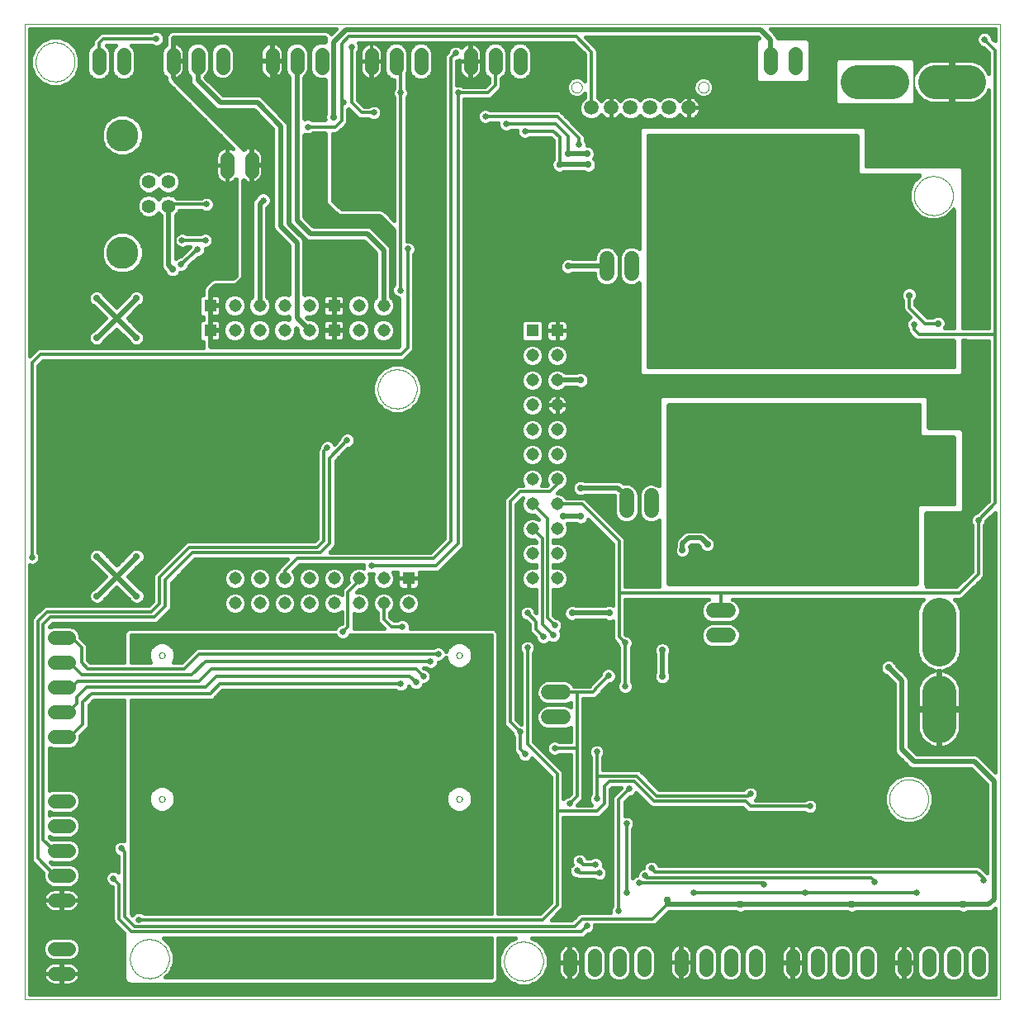
<source format=gbl>
G75*
%MOIN*%
%OFA0B0*%
%FSLAX24Y24*%
%IPPOS*%
%LPD*%
%AMOC8*
5,1,8,0,0,1.08239X$1,22.5*
%
%ADD10C,0.0000*%
%ADD11C,0.0560*%
%ADD12C,0.1378*%
%ADD13C,0.0515*%
%ADD14R,0.0515X0.0515*%
%ADD15C,0.0600*%
%ADD16C,0.0591*%
%ADD17C,0.0560*%
%ADD18C,0.1300*%
%ADD19C,0.0160*%
%ADD20C,0.0280*%
%ADD21C,0.0240*%
%ADD22C,0.0120*%
%ADD23C,0.0260*%
%ADD24C,0.0150*%
%ADD25C,0.0130*%
%ADD26C,0.0140*%
%ADD27C,0.0100*%
%ADD28C,0.0080*%
%ADD29C,0.0200*%
%ADD30C,0.0300*%
D10*
X000930Y002430D02*
X000930Y041800D01*
X040300Y041800D01*
X040300Y002430D01*
X000930Y002430D01*
X005193Y004080D02*
X005195Y004136D01*
X005201Y004191D01*
X005211Y004245D01*
X005224Y004299D01*
X005242Y004352D01*
X005263Y004403D01*
X005287Y004453D01*
X005315Y004501D01*
X005347Y004547D01*
X005381Y004591D01*
X005419Y004632D01*
X005459Y004670D01*
X005502Y004705D01*
X005547Y004737D01*
X005595Y004766D01*
X005644Y004792D01*
X005695Y004814D01*
X005747Y004832D01*
X005801Y004846D01*
X005856Y004857D01*
X005911Y004864D01*
X005966Y004867D01*
X006022Y004866D01*
X006077Y004861D01*
X006132Y004852D01*
X006186Y004840D01*
X006239Y004823D01*
X006291Y004803D01*
X006341Y004779D01*
X006389Y004752D01*
X006436Y004722D01*
X006480Y004688D01*
X006522Y004651D01*
X006560Y004611D01*
X006597Y004569D01*
X006630Y004524D01*
X006659Y004478D01*
X006686Y004429D01*
X006708Y004378D01*
X006728Y004326D01*
X006743Y004272D01*
X006755Y004218D01*
X006763Y004163D01*
X006767Y004108D01*
X006767Y004052D01*
X006763Y003997D01*
X006755Y003942D01*
X006743Y003888D01*
X006728Y003834D01*
X006708Y003782D01*
X006686Y003731D01*
X006659Y003682D01*
X006630Y003636D01*
X006597Y003591D01*
X006560Y003549D01*
X006522Y003509D01*
X006480Y003472D01*
X006436Y003438D01*
X006389Y003408D01*
X006341Y003381D01*
X006291Y003357D01*
X006239Y003337D01*
X006186Y003320D01*
X006132Y003308D01*
X006077Y003299D01*
X006022Y003294D01*
X005966Y003293D01*
X005911Y003296D01*
X005856Y003303D01*
X005801Y003314D01*
X005747Y003328D01*
X005695Y003346D01*
X005644Y003368D01*
X005595Y003394D01*
X005547Y003423D01*
X005502Y003455D01*
X005459Y003490D01*
X005419Y003528D01*
X005381Y003569D01*
X005347Y003613D01*
X005315Y003659D01*
X005287Y003707D01*
X005263Y003757D01*
X005242Y003808D01*
X005224Y003861D01*
X005211Y003915D01*
X005201Y003969D01*
X005195Y004024D01*
X005193Y004080D01*
X006362Y010530D02*
X006364Y010551D01*
X006370Y010571D01*
X006379Y010591D01*
X006391Y010608D01*
X006406Y010622D01*
X006424Y010634D01*
X006444Y010642D01*
X006464Y010647D01*
X006485Y010648D01*
X006506Y010645D01*
X006526Y010639D01*
X006545Y010628D01*
X006562Y010615D01*
X006575Y010599D01*
X006586Y010581D01*
X006594Y010561D01*
X006598Y010541D01*
X006598Y010519D01*
X006594Y010499D01*
X006586Y010479D01*
X006575Y010461D01*
X006562Y010445D01*
X006545Y010432D01*
X006526Y010421D01*
X006506Y010415D01*
X006485Y010412D01*
X006464Y010413D01*
X006444Y010418D01*
X006424Y010426D01*
X006406Y010438D01*
X006391Y010452D01*
X006379Y010469D01*
X006370Y010489D01*
X006364Y010509D01*
X006362Y010530D01*
X006362Y016330D02*
X006364Y016351D01*
X006370Y016371D01*
X006379Y016391D01*
X006391Y016408D01*
X006406Y016422D01*
X006424Y016434D01*
X006444Y016442D01*
X006464Y016447D01*
X006485Y016448D01*
X006506Y016445D01*
X006526Y016439D01*
X006545Y016428D01*
X006562Y016415D01*
X006575Y016399D01*
X006586Y016381D01*
X006594Y016361D01*
X006598Y016341D01*
X006598Y016319D01*
X006594Y016299D01*
X006586Y016279D01*
X006575Y016261D01*
X006562Y016245D01*
X006545Y016232D01*
X006526Y016221D01*
X006506Y016215D01*
X006485Y016212D01*
X006464Y016213D01*
X006444Y016218D01*
X006424Y016226D01*
X006406Y016238D01*
X006391Y016252D01*
X006379Y016269D01*
X006370Y016289D01*
X006364Y016309D01*
X006362Y016330D01*
X015193Y027080D02*
X015195Y027136D01*
X015201Y027191D01*
X015211Y027245D01*
X015224Y027299D01*
X015242Y027352D01*
X015263Y027403D01*
X015287Y027453D01*
X015315Y027501D01*
X015347Y027547D01*
X015381Y027591D01*
X015419Y027632D01*
X015459Y027670D01*
X015502Y027705D01*
X015547Y027737D01*
X015595Y027766D01*
X015644Y027792D01*
X015695Y027814D01*
X015747Y027832D01*
X015801Y027846D01*
X015856Y027857D01*
X015911Y027864D01*
X015966Y027867D01*
X016022Y027866D01*
X016077Y027861D01*
X016132Y027852D01*
X016186Y027840D01*
X016239Y027823D01*
X016291Y027803D01*
X016341Y027779D01*
X016389Y027752D01*
X016436Y027722D01*
X016480Y027688D01*
X016522Y027651D01*
X016560Y027611D01*
X016597Y027569D01*
X016630Y027524D01*
X016659Y027478D01*
X016686Y027429D01*
X016708Y027378D01*
X016728Y027326D01*
X016743Y027272D01*
X016755Y027218D01*
X016763Y027163D01*
X016767Y027108D01*
X016767Y027052D01*
X016763Y026997D01*
X016755Y026942D01*
X016743Y026888D01*
X016728Y026834D01*
X016708Y026782D01*
X016686Y026731D01*
X016659Y026682D01*
X016630Y026636D01*
X016597Y026591D01*
X016560Y026549D01*
X016522Y026509D01*
X016480Y026472D01*
X016436Y026438D01*
X016389Y026408D01*
X016341Y026381D01*
X016291Y026357D01*
X016239Y026337D01*
X016186Y026320D01*
X016132Y026308D01*
X016077Y026299D01*
X016022Y026294D01*
X015966Y026293D01*
X015911Y026296D01*
X015856Y026303D01*
X015801Y026314D01*
X015747Y026328D01*
X015695Y026346D01*
X015644Y026368D01*
X015595Y026394D01*
X015547Y026423D01*
X015502Y026455D01*
X015459Y026490D01*
X015419Y026528D01*
X015381Y026569D01*
X015347Y026613D01*
X015315Y026659D01*
X015287Y026707D01*
X015263Y026757D01*
X015242Y026808D01*
X015224Y026861D01*
X015211Y026915D01*
X015201Y026969D01*
X015195Y027024D01*
X015193Y027080D01*
X018362Y016330D02*
X018364Y016351D01*
X018370Y016371D01*
X018379Y016391D01*
X018391Y016408D01*
X018406Y016422D01*
X018424Y016434D01*
X018444Y016442D01*
X018464Y016447D01*
X018485Y016448D01*
X018506Y016445D01*
X018526Y016439D01*
X018545Y016428D01*
X018562Y016415D01*
X018575Y016399D01*
X018586Y016381D01*
X018594Y016361D01*
X018598Y016341D01*
X018598Y016319D01*
X018594Y016299D01*
X018586Y016279D01*
X018575Y016261D01*
X018562Y016245D01*
X018545Y016232D01*
X018526Y016221D01*
X018506Y016215D01*
X018485Y016212D01*
X018464Y016213D01*
X018444Y016218D01*
X018424Y016226D01*
X018406Y016238D01*
X018391Y016252D01*
X018379Y016269D01*
X018370Y016289D01*
X018364Y016309D01*
X018362Y016330D01*
X018362Y010530D02*
X018364Y010551D01*
X018370Y010571D01*
X018379Y010591D01*
X018391Y010608D01*
X018406Y010622D01*
X018424Y010634D01*
X018444Y010642D01*
X018464Y010647D01*
X018485Y010648D01*
X018506Y010645D01*
X018526Y010639D01*
X018545Y010628D01*
X018562Y010615D01*
X018575Y010599D01*
X018586Y010581D01*
X018594Y010561D01*
X018598Y010541D01*
X018598Y010519D01*
X018594Y010499D01*
X018586Y010479D01*
X018575Y010461D01*
X018562Y010445D01*
X018545Y010432D01*
X018526Y010421D01*
X018506Y010415D01*
X018485Y010412D01*
X018464Y010413D01*
X018444Y010418D01*
X018424Y010426D01*
X018406Y010438D01*
X018391Y010452D01*
X018379Y010469D01*
X018370Y010489D01*
X018364Y010509D01*
X018362Y010530D01*
X020293Y003980D02*
X020295Y004036D01*
X020301Y004091D01*
X020311Y004145D01*
X020324Y004199D01*
X020342Y004252D01*
X020363Y004303D01*
X020387Y004353D01*
X020415Y004401D01*
X020447Y004447D01*
X020481Y004491D01*
X020519Y004532D01*
X020559Y004570D01*
X020602Y004605D01*
X020647Y004637D01*
X020695Y004666D01*
X020744Y004692D01*
X020795Y004714D01*
X020847Y004732D01*
X020901Y004746D01*
X020956Y004757D01*
X021011Y004764D01*
X021066Y004767D01*
X021122Y004766D01*
X021177Y004761D01*
X021232Y004752D01*
X021286Y004740D01*
X021339Y004723D01*
X021391Y004703D01*
X021441Y004679D01*
X021489Y004652D01*
X021536Y004622D01*
X021580Y004588D01*
X021622Y004551D01*
X021660Y004511D01*
X021697Y004469D01*
X021730Y004424D01*
X021759Y004378D01*
X021786Y004329D01*
X021808Y004278D01*
X021828Y004226D01*
X021843Y004172D01*
X021855Y004118D01*
X021863Y004063D01*
X021867Y004008D01*
X021867Y003952D01*
X021863Y003897D01*
X021855Y003842D01*
X021843Y003788D01*
X021828Y003734D01*
X021808Y003682D01*
X021786Y003631D01*
X021759Y003582D01*
X021730Y003536D01*
X021697Y003491D01*
X021660Y003449D01*
X021622Y003409D01*
X021580Y003372D01*
X021536Y003338D01*
X021489Y003308D01*
X021441Y003281D01*
X021391Y003257D01*
X021339Y003237D01*
X021286Y003220D01*
X021232Y003208D01*
X021177Y003199D01*
X021122Y003194D01*
X021066Y003193D01*
X021011Y003196D01*
X020956Y003203D01*
X020901Y003214D01*
X020847Y003228D01*
X020795Y003246D01*
X020744Y003268D01*
X020695Y003294D01*
X020647Y003323D01*
X020602Y003355D01*
X020559Y003390D01*
X020519Y003428D01*
X020481Y003469D01*
X020447Y003513D01*
X020415Y003559D01*
X020387Y003607D01*
X020363Y003657D01*
X020342Y003708D01*
X020324Y003761D01*
X020311Y003815D01*
X020301Y003869D01*
X020295Y003924D01*
X020293Y003980D01*
X035843Y010530D02*
X035845Y010586D01*
X035851Y010641D01*
X035861Y010695D01*
X035874Y010749D01*
X035892Y010802D01*
X035913Y010853D01*
X035937Y010903D01*
X035965Y010951D01*
X035997Y010997D01*
X036031Y011041D01*
X036069Y011082D01*
X036109Y011120D01*
X036152Y011155D01*
X036197Y011187D01*
X036245Y011216D01*
X036294Y011242D01*
X036345Y011264D01*
X036397Y011282D01*
X036451Y011296D01*
X036506Y011307D01*
X036561Y011314D01*
X036616Y011317D01*
X036672Y011316D01*
X036727Y011311D01*
X036782Y011302D01*
X036836Y011290D01*
X036889Y011273D01*
X036941Y011253D01*
X036991Y011229D01*
X037039Y011202D01*
X037086Y011172D01*
X037130Y011138D01*
X037172Y011101D01*
X037210Y011061D01*
X037247Y011019D01*
X037280Y010974D01*
X037309Y010928D01*
X037336Y010879D01*
X037358Y010828D01*
X037378Y010776D01*
X037393Y010722D01*
X037405Y010668D01*
X037413Y010613D01*
X037417Y010558D01*
X037417Y010502D01*
X037413Y010447D01*
X037405Y010392D01*
X037393Y010338D01*
X037378Y010284D01*
X037358Y010232D01*
X037336Y010181D01*
X037309Y010132D01*
X037280Y010086D01*
X037247Y010041D01*
X037210Y009999D01*
X037172Y009959D01*
X037130Y009922D01*
X037086Y009888D01*
X037039Y009858D01*
X036991Y009831D01*
X036941Y009807D01*
X036889Y009787D01*
X036836Y009770D01*
X036782Y009758D01*
X036727Y009749D01*
X036672Y009744D01*
X036616Y009743D01*
X036561Y009746D01*
X036506Y009753D01*
X036451Y009764D01*
X036397Y009778D01*
X036345Y009796D01*
X036294Y009818D01*
X036245Y009844D01*
X036197Y009873D01*
X036152Y009905D01*
X036109Y009940D01*
X036069Y009978D01*
X036031Y010019D01*
X035997Y010063D01*
X035965Y010109D01*
X035937Y010157D01*
X035913Y010207D01*
X035892Y010258D01*
X035874Y010311D01*
X035861Y010365D01*
X035851Y010419D01*
X035845Y010474D01*
X035843Y010530D01*
X037597Y013385D02*
X037599Y013416D01*
X037605Y013447D01*
X037615Y013477D01*
X037628Y013505D01*
X037645Y013532D01*
X037665Y013556D01*
X037688Y013578D01*
X037713Y013596D01*
X037741Y013611D01*
X037770Y013623D01*
X037800Y013631D01*
X037831Y013635D01*
X037863Y013635D01*
X037894Y013631D01*
X037924Y013623D01*
X037953Y013611D01*
X037981Y013596D01*
X038006Y013578D01*
X038029Y013556D01*
X038049Y013532D01*
X038066Y013505D01*
X038079Y013477D01*
X038089Y013447D01*
X038095Y013416D01*
X038097Y013385D01*
X038095Y013354D01*
X038089Y013323D01*
X038079Y013293D01*
X038066Y013265D01*
X038049Y013238D01*
X038029Y013214D01*
X038006Y013192D01*
X037981Y013174D01*
X037953Y013159D01*
X037924Y013147D01*
X037894Y013139D01*
X037863Y013135D01*
X037831Y013135D01*
X037800Y013139D01*
X037770Y013147D01*
X037741Y013159D01*
X037713Y013174D01*
X037688Y013192D01*
X037665Y013214D01*
X037645Y013238D01*
X037628Y013265D01*
X037615Y013293D01*
X037605Y013323D01*
X037599Y013354D01*
X037597Y013385D01*
X037597Y013435D02*
X037599Y013466D01*
X037605Y013497D01*
X037615Y013527D01*
X037628Y013555D01*
X037645Y013582D01*
X037665Y013606D01*
X037688Y013628D01*
X037713Y013646D01*
X037741Y013661D01*
X037770Y013673D01*
X037800Y013681D01*
X037831Y013685D01*
X037863Y013685D01*
X037894Y013681D01*
X037924Y013673D01*
X037953Y013661D01*
X037981Y013646D01*
X038006Y013628D01*
X038029Y013606D01*
X038049Y013582D01*
X038066Y013555D01*
X038079Y013527D01*
X038089Y013497D01*
X038095Y013466D01*
X038097Y013435D01*
X038095Y013404D01*
X038089Y013373D01*
X038079Y013343D01*
X038066Y013315D01*
X038049Y013288D01*
X038029Y013264D01*
X038006Y013242D01*
X037981Y013224D01*
X037953Y013209D01*
X037924Y013197D01*
X037894Y013189D01*
X037863Y013185D01*
X037831Y013185D01*
X037800Y013189D01*
X037770Y013197D01*
X037741Y013209D01*
X037713Y013224D01*
X037688Y013242D01*
X037665Y013264D01*
X037645Y013288D01*
X037628Y013315D01*
X037615Y013343D01*
X037605Y013373D01*
X037599Y013404D01*
X037597Y013435D01*
X037597Y013485D02*
X037599Y013516D01*
X037605Y013547D01*
X037615Y013577D01*
X037628Y013605D01*
X037645Y013632D01*
X037665Y013656D01*
X037688Y013678D01*
X037713Y013696D01*
X037741Y013711D01*
X037770Y013723D01*
X037800Y013731D01*
X037831Y013735D01*
X037863Y013735D01*
X037894Y013731D01*
X037924Y013723D01*
X037953Y013711D01*
X037981Y013696D01*
X038006Y013678D01*
X038029Y013656D01*
X038049Y013632D01*
X038066Y013605D01*
X038079Y013577D01*
X038089Y013547D01*
X038095Y013516D01*
X038097Y013485D01*
X038095Y013454D01*
X038089Y013423D01*
X038079Y013393D01*
X038066Y013365D01*
X038049Y013338D01*
X038029Y013314D01*
X038006Y013292D01*
X037981Y013274D01*
X037953Y013259D01*
X037924Y013247D01*
X037894Y013239D01*
X037863Y013235D01*
X037831Y013235D01*
X037800Y013239D01*
X037770Y013247D01*
X037741Y013259D01*
X037713Y013274D01*
X037688Y013292D01*
X037665Y013314D01*
X037645Y013338D01*
X037628Y013365D01*
X037615Y013393D01*
X037605Y013423D01*
X037599Y013454D01*
X037597Y013485D01*
X037597Y013535D02*
X037599Y013566D01*
X037605Y013597D01*
X037615Y013627D01*
X037628Y013655D01*
X037645Y013682D01*
X037665Y013706D01*
X037688Y013728D01*
X037713Y013746D01*
X037741Y013761D01*
X037770Y013773D01*
X037800Y013781D01*
X037831Y013785D01*
X037863Y013785D01*
X037894Y013781D01*
X037924Y013773D01*
X037953Y013761D01*
X037981Y013746D01*
X038006Y013728D01*
X038029Y013706D01*
X038049Y013682D01*
X038066Y013655D01*
X038079Y013627D01*
X038089Y013597D01*
X038095Y013566D01*
X038097Y013535D01*
X038095Y013504D01*
X038089Y013473D01*
X038079Y013443D01*
X038066Y013415D01*
X038049Y013388D01*
X038029Y013364D01*
X038006Y013342D01*
X037981Y013324D01*
X037953Y013309D01*
X037924Y013297D01*
X037894Y013289D01*
X037863Y013285D01*
X037831Y013285D01*
X037800Y013289D01*
X037770Y013297D01*
X037741Y013309D01*
X037713Y013324D01*
X037688Y013342D01*
X037665Y013364D01*
X037645Y013388D01*
X037628Y013415D01*
X037615Y013443D01*
X037605Y013473D01*
X037599Y013504D01*
X037597Y013535D01*
X037597Y013585D02*
X037599Y013616D01*
X037605Y013647D01*
X037615Y013677D01*
X037628Y013705D01*
X037645Y013732D01*
X037665Y013756D01*
X037688Y013778D01*
X037713Y013796D01*
X037741Y013811D01*
X037770Y013823D01*
X037800Y013831D01*
X037831Y013835D01*
X037863Y013835D01*
X037894Y013831D01*
X037924Y013823D01*
X037953Y013811D01*
X037981Y013796D01*
X038006Y013778D01*
X038029Y013756D01*
X038049Y013732D01*
X038066Y013705D01*
X038079Y013677D01*
X038089Y013647D01*
X038095Y013616D01*
X038097Y013585D01*
X038095Y013554D01*
X038089Y013523D01*
X038079Y013493D01*
X038066Y013465D01*
X038049Y013438D01*
X038029Y013414D01*
X038006Y013392D01*
X037981Y013374D01*
X037953Y013359D01*
X037924Y013347D01*
X037894Y013339D01*
X037863Y013335D01*
X037831Y013335D01*
X037800Y013339D01*
X037770Y013347D01*
X037741Y013359D01*
X037713Y013374D01*
X037688Y013392D01*
X037665Y013414D01*
X037645Y013438D01*
X037628Y013465D01*
X037615Y013493D01*
X037605Y013523D01*
X037599Y013554D01*
X037597Y013585D01*
X037597Y013635D02*
X037599Y013666D01*
X037605Y013697D01*
X037615Y013727D01*
X037628Y013755D01*
X037645Y013782D01*
X037665Y013806D01*
X037688Y013828D01*
X037713Y013846D01*
X037741Y013861D01*
X037770Y013873D01*
X037800Y013881D01*
X037831Y013885D01*
X037863Y013885D01*
X037894Y013881D01*
X037924Y013873D01*
X037953Y013861D01*
X037981Y013846D01*
X038006Y013828D01*
X038029Y013806D01*
X038049Y013782D01*
X038066Y013755D01*
X038079Y013727D01*
X038089Y013697D01*
X038095Y013666D01*
X038097Y013635D01*
X038095Y013604D01*
X038089Y013573D01*
X038079Y013543D01*
X038066Y013515D01*
X038049Y013488D01*
X038029Y013464D01*
X038006Y013442D01*
X037981Y013424D01*
X037953Y013409D01*
X037924Y013397D01*
X037894Y013389D01*
X037863Y013385D01*
X037831Y013385D01*
X037800Y013389D01*
X037770Y013397D01*
X037741Y013409D01*
X037713Y013424D01*
X037688Y013442D01*
X037665Y013464D01*
X037645Y013488D01*
X037628Y013515D01*
X037615Y013543D01*
X037605Y013573D01*
X037599Y013604D01*
X037597Y013635D01*
X037597Y013685D02*
X037599Y013716D01*
X037605Y013747D01*
X037615Y013777D01*
X037628Y013805D01*
X037645Y013832D01*
X037665Y013856D01*
X037688Y013878D01*
X037713Y013896D01*
X037741Y013911D01*
X037770Y013923D01*
X037800Y013931D01*
X037831Y013935D01*
X037863Y013935D01*
X037894Y013931D01*
X037924Y013923D01*
X037953Y013911D01*
X037981Y013896D01*
X038006Y013878D01*
X038029Y013856D01*
X038049Y013832D01*
X038066Y013805D01*
X038079Y013777D01*
X038089Y013747D01*
X038095Y013716D01*
X038097Y013685D01*
X038095Y013654D01*
X038089Y013623D01*
X038079Y013593D01*
X038066Y013565D01*
X038049Y013538D01*
X038029Y013514D01*
X038006Y013492D01*
X037981Y013474D01*
X037953Y013459D01*
X037924Y013447D01*
X037894Y013439D01*
X037863Y013435D01*
X037831Y013435D01*
X037800Y013439D01*
X037770Y013447D01*
X037741Y013459D01*
X037713Y013474D01*
X037688Y013492D01*
X037665Y013514D01*
X037645Y013538D01*
X037628Y013565D01*
X037615Y013593D01*
X037605Y013623D01*
X037599Y013654D01*
X037597Y013685D01*
X037597Y013735D02*
X037599Y013766D01*
X037605Y013797D01*
X037615Y013827D01*
X037628Y013855D01*
X037645Y013882D01*
X037665Y013906D01*
X037688Y013928D01*
X037713Y013946D01*
X037741Y013961D01*
X037770Y013973D01*
X037800Y013981D01*
X037831Y013985D01*
X037863Y013985D01*
X037894Y013981D01*
X037924Y013973D01*
X037953Y013961D01*
X037981Y013946D01*
X038006Y013928D01*
X038029Y013906D01*
X038049Y013882D01*
X038066Y013855D01*
X038079Y013827D01*
X038089Y013797D01*
X038095Y013766D01*
X038097Y013735D01*
X038095Y013704D01*
X038089Y013673D01*
X038079Y013643D01*
X038066Y013615D01*
X038049Y013588D01*
X038029Y013564D01*
X038006Y013542D01*
X037981Y013524D01*
X037953Y013509D01*
X037924Y013497D01*
X037894Y013489D01*
X037863Y013485D01*
X037831Y013485D01*
X037800Y013489D01*
X037770Y013497D01*
X037741Y013509D01*
X037713Y013524D01*
X037688Y013542D01*
X037665Y013564D01*
X037645Y013588D01*
X037628Y013615D01*
X037615Y013643D01*
X037605Y013673D01*
X037599Y013704D01*
X037597Y013735D01*
X037597Y013785D02*
X037599Y013816D01*
X037605Y013847D01*
X037615Y013877D01*
X037628Y013905D01*
X037645Y013932D01*
X037665Y013956D01*
X037688Y013978D01*
X037713Y013996D01*
X037741Y014011D01*
X037770Y014023D01*
X037800Y014031D01*
X037831Y014035D01*
X037863Y014035D01*
X037894Y014031D01*
X037924Y014023D01*
X037953Y014011D01*
X037981Y013996D01*
X038006Y013978D01*
X038029Y013956D01*
X038049Y013932D01*
X038066Y013905D01*
X038079Y013877D01*
X038089Y013847D01*
X038095Y013816D01*
X038097Y013785D01*
X038095Y013754D01*
X038089Y013723D01*
X038079Y013693D01*
X038066Y013665D01*
X038049Y013638D01*
X038029Y013614D01*
X038006Y013592D01*
X037981Y013574D01*
X037953Y013559D01*
X037924Y013547D01*
X037894Y013539D01*
X037863Y013535D01*
X037831Y013535D01*
X037800Y013539D01*
X037770Y013547D01*
X037741Y013559D01*
X037713Y013574D01*
X037688Y013592D01*
X037665Y013614D01*
X037645Y013638D01*
X037628Y013665D01*
X037615Y013693D01*
X037605Y013723D01*
X037599Y013754D01*
X037597Y013785D01*
X037597Y013835D02*
X037599Y013866D01*
X037605Y013897D01*
X037615Y013927D01*
X037628Y013955D01*
X037645Y013982D01*
X037665Y014006D01*
X037688Y014028D01*
X037713Y014046D01*
X037741Y014061D01*
X037770Y014073D01*
X037800Y014081D01*
X037831Y014085D01*
X037863Y014085D01*
X037894Y014081D01*
X037924Y014073D01*
X037953Y014061D01*
X037981Y014046D01*
X038006Y014028D01*
X038029Y014006D01*
X038049Y013982D01*
X038066Y013955D01*
X038079Y013927D01*
X038089Y013897D01*
X038095Y013866D01*
X038097Y013835D01*
X038095Y013804D01*
X038089Y013773D01*
X038079Y013743D01*
X038066Y013715D01*
X038049Y013688D01*
X038029Y013664D01*
X038006Y013642D01*
X037981Y013624D01*
X037953Y013609D01*
X037924Y013597D01*
X037894Y013589D01*
X037863Y013585D01*
X037831Y013585D01*
X037800Y013589D01*
X037770Y013597D01*
X037741Y013609D01*
X037713Y013624D01*
X037688Y013642D01*
X037665Y013664D01*
X037645Y013688D01*
X037628Y013715D01*
X037615Y013743D01*
X037605Y013773D01*
X037599Y013804D01*
X037597Y013835D01*
X037597Y013885D02*
X037599Y013916D01*
X037605Y013947D01*
X037615Y013977D01*
X037628Y014005D01*
X037645Y014032D01*
X037665Y014056D01*
X037688Y014078D01*
X037713Y014096D01*
X037741Y014111D01*
X037770Y014123D01*
X037800Y014131D01*
X037831Y014135D01*
X037863Y014135D01*
X037894Y014131D01*
X037924Y014123D01*
X037953Y014111D01*
X037981Y014096D01*
X038006Y014078D01*
X038029Y014056D01*
X038049Y014032D01*
X038066Y014005D01*
X038079Y013977D01*
X038089Y013947D01*
X038095Y013916D01*
X038097Y013885D01*
X038095Y013854D01*
X038089Y013823D01*
X038079Y013793D01*
X038066Y013765D01*
X038049Y013738D01*
X038029Y013714D01*
X038006Y013692D01*
X037981Y013674D01*
X037953Y013659D01*
X037924Y013647D01*
X037894Y013639D01*
X037863Y013635D01*
X037831Y013635D01*
X037800Y013639D01*
X037770Y013647D01*
X037741Y013659D01*
X037713Y013674D01*
X037688Y013692D01*
X037665Y013714D01*
X037645Y013738D01*
X037628Y013765D01*
X037615Y013793D01*
X037605Y013823D01*
X037599Y013854D01*
X037597Y013885D01*
X037597Y013935D02*
X037599Y013966D01*
X037605Y013997D01*
X037615Y014027D01*
X037628Y014055D01*
X037645Y014082D01*
X037665Y014106D01*
X037688Y014128D01*
X037713Y014146D01*
X037741Y014161D01*
X037770Y014173D01*
X037800Y014181D01*
X037831Y014185D01*
X037863Y014185D01*
X037894Y014181D01*
X037924Y014173D01*
X037953Y014161D01*
X037981Y014146D01*
X038006Y014128D01*
X038029Y014106D01*
X038049Y014082D01*
X038066Y014055D01*
X038079Y014027D01*
X038089Y013997D01*
X038095Y013966D01*
X038097Y013935D01*
X038095Y013904D01*
X038089Y013873D01*
X038079Y013843D01*
X038066Y013815D01*
X038049Y013788D01*
X038029Y013764D01*
X038006Y013742D01*
X037981Y013724D01*
X037953Y013709D01*
X037924Y013697D01*
X037894Y013689D01*
X037863Y013685D01*
X037831Y013685D01*
X037800Y013689D01*
X037770Y013697D01*
X037741Y013709D01*
X037713Y013724D01*
X037688Y013742D01*
X037665Y013764D01*
X037645Y013788D01*
X037628Y013815D01*
X037615Y013843D01*
X037605Y013873D01*
X037599Y013904D01*
X037597Y013935D01*
X037597Y013985D02*
X037599Y014016D01*
X037605Y014047D01*
X037615Y014077D01*
X037628Y014105D01*
X037645Y014132D01*
X037665Y014156D01*
X037688Y014178D01*
X037713Y014196D01*
X037741Y014211D01*
X037770Y014223D01*
X037800Y014231D01*
X037831Y014235D01*
X037863Y014235D01*
X037894Y014231D01*
X037924Y014223D01*
X037953Y014211D01*
X037981Y014196D01*
X038006Y014178D01*
X038029Y014156D01*
X038049Y014132D01*
X038066Y014105D01*
X038079Y014077D01*
X038089Y014047D01*
X038095Y014016D01*
X038097Y013985D01*
X038095Y013954D01*
X038089Y013923D01*
X038079Y013893D01*
X038066Y013865D01*
X038049Y013838D01*
X038029Y013814D01*
X038006Y013792D01*
X037981Y013774D01*
X037953Y013759D01*
X037924Y013747D01*
X037894Y013739D01*
X037863Y013735D01*
X037831Y013735D01*
X037800Y013739D01*
X037770Y013747D01*
X037741Y013759D01*
X037713Y013774D01*
X037688Y013792D01*
X037665Y013814D01*
X037645Y013838D01*
X037628Y013865D01*
X037615Y013893D01*
X037605Y013923D01*
X037599Y013954D01*
X037597Y013985D01*
X037597Y014035D02*
X037599Y014066D01*
X037605Y014097D01*
X037615Y014127D01*
X037628Y014155D01*
X037645Y014182D01*
X037665Y014206D01*
X037688Y014228D01*
X037713Y014246D01*
X037741Y014261D01*
X037770Y014273D01*
X037800Y014281D01*
X037831Y014285D01*
X037863Y014285D01*
X037894Y014281D01*
X037924Y014273D01*
X037953Y014261D01*
X037981Y014246D01*
X038006Y014228D01*
X038029Y014206D01*
X038049Y014182D01*
X038066Y014155D01*
X038079Y014127D01*
X038089Y014097D01*
X038095Y014066D01*
X038097Y014035D01*
X038095Y014004D01*
X038089Y013973D01*
X038079Y013943D01*
X038066Y013915D01*
X038049Y013888D01*
X038029Y013864D01*
X038006Y013842D01*
X037981Y013824D01*
X037953Y013809D01*
X037924Y013797D01*
X037894Y013789D01*
X037863Y013785D01*
X037831Y013785D01*
X037800Y013789D01*
X037770Y013797D01*
X037741Y013809D01*
X037713Y013824D01*
X037688Y013842D01*
X037665Y013864D01*
X037645Y013888D01*
X037628Y013915D01*
X037615Y013943D01*
X037605Y013973D01*
X037599Y014004D01*
X037597Y014035D01*
X037597Y014085D02*
X037599Y014116D01*
X037605Y014147D01*
X037615Y014177D01*
X037628Y014205D01*
X037645Y014232D01*
X037665Y014256D01*
X037688Y014278D01*
X037713Y014296D01*
X037741Y014311D01*
X037770Y014323D01*
X037800Y014331D01*
X037831Y014335D01*
X037863Y014335D01*
X037894Y014331D01*
X037924Y014323D01*
X037953Y014311D01*
X037981Y014296D01*
X038006Y014278D01*
X038029Y014256D01*
X038049Y014232D01*
X038066Y014205D01*
X038079Y014177D01*
X038089Y014147D01*
X038095Y014116D01*
X038097Y014085D01*
X038095Y014054D01*
X038089Y014023D01*
X038079Y013993D01*
X038066Y013965D01*
X038049Y013938D01*
X038029Y013914D01*
X038006Y013892D01*
X037981Y013874D01*
X037953Y013859D01*
X037924Y013847D01*
X037894Y013839D01*
X037863Y013835D01*
X037831Y013835D01*
X037800Y013839D01*
X037770Y013847D01*
X037741Y013859D01*
X037713Y013874D01*
X037688Y013892D01*
X037665Y013914D01*
X037645Y013938D01*
X037628Y013965D01*
X037615Y013993D01*
X037605Y014023D01*
X037599Y014054D01*
X037597Y014085D01*
X037597Y014135D02*
X037599Y014166D01*
X037605Y014197D01*
X037615Y014227D01*
X037628Y014255D01*
X037645Y014282D01*
X037665Y014306D01*
X037688Y014328D01*
X037713Y014346D01*
X037741Y014361D01*
X037770Y014373D01*
X037800Y014381D01*
X037831Y014385D01*
X037863Y014385D01*
X037894Y014381D01*
X037924Y014373D01*
X037953Y014361D01*
X037981Y014346D01*
X038006Y014328D01*
X038029Y014306D01*
X038049Y014282D01*
X038066Y014255D01*
X038079Y014227D01*
X038089Y014197D01*
X038095Y014166D01*
X038097Y014135D01*
X038095Y014104D01*
X038089Y014073D01*
X038079Y014043D01*
X038066Y014015D01*
X038049Y013988D01*
X038029Y013964D01*
X038006Y013942D01*
X037981Y013924D01*
X037953Y013909D01*
X037924Y013897D01*
X037894Y013889D01*
X037863Y013885D01*
X037831Y013885D01*
X037800Y013889D01*
X037770Y013897D01*
X037741Y013909D01*
X037713Y013924D01*
X037688Y013942D01*
X037665Y013964D01*
X037645Y013988D01*
X037628Y014015D01*
X037615Y014043D01*
X037605Y014073D01*
X037599Y014104D01*
X037597Y014135D01*
X037599Y014166D01*
X037605Y014197D01*
X037615Y014227D01*
X037628Y014255D01*
X037645Y014282D01*
X037665Y014306D01*
X037688Y014328D01*
X037713Y014346D01*
X037741Y014361D01*
X037770Y014373D01*
X037800Y014381D01*
X037831Y014385D01*
X037863Y014385D01*
X037894Y014381D01*
X037924Y014373D01*
X037953Y014361D01*
X037981Y014346D01*
X038006Y014328D01*
X038029Y014306D01*
X038049Y014282D01*
X038066Y014255D01*
X038079Y014227D01*
X038089Y014197D01*
X038095Y014166D01*
X038097Y014135D01*
X038095Y014104D01*
X038089Y014073D01*
X038079Y014043D01*
X038066Y014015D01*
X038049Y013988D01*
X038029Y013964D01*
X038006Y013942D01*
X037981Y013924D01*
X037953Y013909D01*
X037924Y013897D01*
X037894Y013889D01*
X037863Y013885D01*
X037831Y013885D01*
X037800Y013889D01*
X037770Y013897D01*
X037741Y013909D01*
X037713Y013924D01*
X037688Y013942D01*
X037665Y013964D01*
X037645Y013988D01*
X037628Y014015D01*
X037615Y014043D01*
X037605Y014073D01*
X037599Y014104D01*
X037597Y014135D01*
X037597Y014185D02*
X037599Y014216D01*
X037605Y014247D01*
X037615Y014277D01*
X037628Y014305D01*
X037645Y014332D01*
X037665Y014356D01*
X037688Y014378D01*
X037713Y014396D01*
X037741Y014411D01*
X037770Y014423D01*
X037800Y014431D01*
X037831Y014435D01*
X037863Y014435D01*
X037894Y014431D01*
X037924Y014423D01*
X037953Y014411D01*
X037981Y014396D01*
X038006Y014378D01*
X038029Y014356D01*
X038049Y014332D01*
X038066Y014305D01*
X038079Y014277D01*
X038089Y014247D01*
X038095Y014216D01*
X038097Y014185D01*
X038095Y014154D01*
X038089Y014123D01*
X038079Y014093D01*
X038066Y014065D01*
X038049Y014038D01*
X038029Y014014D01*
X038006Y013992D01*
X037981Y013974D01*
X037953Y013959D01*
X037924Y013947D01*
X037894Y013939D01*
X037863Y013935D01*
X037831Y013935D01*
X037800Y013939D01*
X037770Y013947D01*
X037741Y013959D01*
X037713Y013974D01*
X037688Y013992D01*
X037665Y014014D01*
X037645Y014038D01*
X037628Y014065D01*
X037615Y014093D01*
X037605Y014123D01*
X037599Y014154D01*
X037597Y014185D01*
X037597Y014235D02*
X037599Y014266D01*
X037605Y014297D01*
X037615Y014327D01*
X037628Y014355D01*
X037645Y014382D01*
X037665Y014406D01*
X037688Y014428D01*
X037713Y014446D01*
X037741Y014461D01*
X037770Y014473D01*
X037800Y014481D01*
X037831Y014485D01*
X037863Y014485D01*
X037894Y014481D01*
X037924Y014473D01*
X037953Y014461D01*
X037981Y014446D01*
X038006Y014428D01*
X038029Y014406D01*
X038049Y014382D01*
X038066Y014355D01*
X038079Y014327D01*
X038089Y014297D01*
X038095Y014266D01*
X038097Y014235D01*
X038095Y014204D01*
X038089Y014173D01*
X038079Y014143D01*
X038066Y014115D01*
X038049Y014088D01*
X038029Y014064D01*
X038006Y014042D01*
X037981Y014024D01*
X037953Y014009D01*
X037924Y013997D01*
X037894Y013989D01*
X037863Y013985D01*
X037831Y013985D01*
X037800Y013989D01*
X037770Y013997D01*
X037741Y014009D01*
X037713Y014024D01*
X037688Y014042D01*
X037665Y014064D01*
X037645Y014088D01*
X037628Y014115D01*
X037615Y014143D01*
X037605Y014173D01*
X037599Y014204D01*
X037597Y014235D01*
X037599Y014266D01*
X037605Y014297D01*
X037615Y014327D01*
X037628Y014355D01*
X037645Y014382D01*
X037665Y014406D01*
X037688Y014428D01*
X037713Y014446D01*
X037741Y014461D01*
X037770Y014473D01*
X037800Y014481D01*
X037831Y014485D01*
X037863Y014485D01*
X037894Y014481D01*
X037924Y014473D01*
X037953Y014461D01*
X037981Y014446D01*
X038006Y014428D01*
X038029Y014406D01*
X038049Y014382D01*
X038066Y014355D01*
X038079Y014327D01*
X038089Y014297D01*
X038095Y014266D01*
X038097Y014235D01*
X038095Y014204D01*
X038089Y014173D01*
X038079Y014143D01*
X038066Y014115D01*
X038049Y014088D01*
X038029Y014064D01*
X038006Y014042D01*
X037981Y014024D01*
X037953Y014009D01*
X037924Y013997D01*
X037894Y013989D01*
X037863Y013985D01*
X037831Y013985D01*
X037800Y013989D01*
X037770Y013997D01*
X037741Y014009D01*
X037713Y014024D01*
X037688Y014042D01*
X037665Y014064D01*
X037645Y014088D01*
X037628Y014115D01*
X037615Y014143D01*
X037605Y014173D01*
X037599Y014204D01*
X037597Y014235D01*
X037597Y014285D02*
X037599Y014316D01*
X037605Y014347D01*
X037615Y014377D01*
X037628Y014405D01*
X037645Y014432D01*
X037665Y014456D01*
X037688Y014478D01*
X037713Y014496D01*
X037741Y014511D01*
X037770Y014523D01*
X037800Y014531D01*
X037831Y014535D01*
X037863Y014535D01*
X037894Y014531D01*
X037924Y014523D01*
X037953Y014511D01*
X037981Y014496D01*
X038006Y014478D01*
X038029Y014456D01*
X038049Y014432D01*
X038066Y014405D01*
X038079Y014377D01*
X038089Y014347D01*
X038095Y014316D01*
X038097Y014285D01*
X038095Y014254D01*
X038089Y014223D01*
X038079Y014193D01*
X038066Y014165D01*
X038049Y014138D01*
X038029Y014114D01*
X038006Y014092D01*
X037981Y014074D01*
X037953Y014059D01*
X037924Y014047D01*
X037894Y014039D01*
X037863Y014035D01*
X037831Y014035D01*
X037800Y014039D01*
X037770Y014047D01*
X037741Y014059D01*
X037713Y014074D01*
X037688Y014092D01*
X037665Y014114D01*
X037645Y014138D01*
X037628Y014165D01*
X037615Y014193D01*
X037605Y014223D01*
X037599Y014254D01*
X037597Y014285D01*
X037599Y014316D01*
X037605Y014347D01*
X037615Y014377D01*
X037628Y014405D01*
X037645Y014432D01*
X037665Y014456D01*
X037688Y014478D01*
X037713Y014496D01*
X037741Y014511D01*
X037770Y014523D01*
X037800Y014531D01*
X037831Y014535D01*
X037863Y014535D01*
X037894Y014531D01*
X037924Y014523D01*
X037953Y014511D01*
X037981Y014496D01*
X038006Y014478D01*
X038029Y014456D01*
X038049Y014432D01*
X038066Y014405D01*
X038079Y014377D01*
X038089Y014347D01*
X038095Y014316D01*
X038097Y014285D01*
X038095Y014254D01*
X038089Y014223D01*
X038079Y014193D01*
X038066Y014165D01*
X038049Y014138D01*
X038029Y014114D01*
X038006Y014092D01*
X037981Y014074D01*
X037953Y014059D01*
X037924Y014047D01*
X037894Y014039D01*
X037863Y014035D01*
X037831Y014035D01*
X037800Y014039D01*
X037770Y014047D01*
X037741Y014059D01*
X037713Y014074D01*
X037688Y014092D01*
X037665Y014114D01*
X037645Y014138D01*
X037628Y014165D01*
X037615Y014193D01*
X037605Y014223D01*
X037599Y014254D01*
X037597Y014285D01*
X037599Y014316D01*
X037605Y014347D01*
X037615Y014377D01*
X037628Y014405D01*
X037645Y014432D01*
X037665Y014456D01*
X037688Y014478D01*
X037713Y014496D01*
X037741Y014511D01*
X037770Y014523D01*
X037800Y014531D01*
X037831Y014535D01*
X037863Y014535D01*
X037894Y014531D01*
X037924Y014523D01*
X037953Y014511D01*
X037981Y014496D01*
X038006Y014478D01*
X038029Y014456D01*
X038049Y014432D01*
X038066Y014405D01*
X038079Y014377D01*
X038089Y014347D01*
X038095Y014316D01*
X038097Y014285D01*
X038095Y014254D01*
X038089Y014223D01*
X038079Y014193D01*
X038066Y014165D01*
X038049Y014138D01*
X038029Y014114D01*
X038006Y014092D01*
X037981Y014074D01*
X037953Y014059D01*
X037924Y014047D01*
X037894Y014039D01*
X037863Y014035D01*
X037831Y014035D01*
X037800Y014039D01*
X037770Y014047D01*
X037741Y014059D01*
X037713Y014074D01*
X037688Y014092D01*
X037665Y014114D01*
X037645Y014138D01*
X037628Y014165D01*
X037615Y014193D01*
X037605Y014223D01*
X037599Y014254D01*
X037597Y014285D01*
X037597Y014335D02*
X037599Y014366D01*
X037605Y014397D01*
X037615Y014427D01*
X037628Y014455D01*
X037645Y014482D01*
X037665Y014506D01*
X037688Y014528D01*
X037713Y014546D01*
X037741Y014561D01*
X037770Y014573D01*
X037800Y014581D01*
X037831Y014585D01*
X037863Y014585D01*
X037894Y014581D01*
X037924Y014573D01*
X037953Y014561D01*
X037981Y014546D01*
X038006Y014528D01*
X038029Y014506D01*
X038049Y014482D01*
X038066Y014455D01*
X038079Y014427D01*
X038089Y014397D01*
X038095Y014366D01*
X038097Y014335D01*
X038095Y014304D01*
X038089Y014273D01*
X038079Y014243D01*
X038066Y014215D01*
X038049Y014188D01*
X038029Y014164D01*
X038006Y014142D01*
X037981Y014124D01*
X037953Y014109D01*
X037924Y014097D01*
X037894Y014089D01*
X037863Y014085D01*
X037831Y014085D01*
X037800Y014089D01*
X037770Y014097D01*
X037741Y014109D01*
X037713Y014124D01*
X037688Y014142D01*
X037665Y014164D01*
X037645Y014188D01*
X037628Y014215D01*
X037615Y014243D01*
X037605Y014273D01*
X037599Y014304D01*
X037597Y014335D01*
X037599Y014366D01*
X037605Y014397D01*
X037615Y014427D01*
X037628Y014455D01*
X037645Y014482D01*
X037665Y014506D01*
X037688Y014528D01*
X037713Y014546D01*
X037741Y014561D01*
X037770Y014573D01*
X037800Y014581D01*
X037831Y014585D01*
X037863Y014585D01*
X037894Y014581D01*
X037924Y014573D01*
X037953Y014561D01*
X037981Y014546D01*
X038006Y014528D01*
X038029Y014506D01*
X038049Y014482D01*
X038066Y014455D01*
X038079Y014427D01*
X038089Y014397D01*
X038095Y014366D01*
X038097Y014335D01*
X038095Y014304D01*
X038089Y014273D01*
X038079Y014243D01*
X038066Y014215D01*
X038049Y014188D01*
X038029Y014164D01*
X038006Y014142D01*
X037981Y014124D01*
X037953Y014109D01*
X037924Y014097D01*
X037894Y014089D01*
X037863Y014085D01*
X037831Y014085D01*
X037800Y014089D01*
X037770Y014097D01*
X037741Y014109D01*
X037713Y014124D01*
X037688Y014142D01*
X037665Y014164D01*
X037645Y014188D01*
X037628Y014215D01*
X037615Y014243D01*
X037605Y014273D01*
X037599Y014304D01*
X037597Y014335D01*
X037597Y014385D02*
X037599Y014416D01*
X037605Y014447D01*
X037615Y014477D01*
X037628Y014505D01*
X037645Y014532D01*
X037665Y014556D01*
X037688Y014578D01*
X037713Y014596D01*
X037741Y014611D01*
X037770Y014623D01*
X037800Y014631D01*
X037831Y014635D01*
X037863Y014635D01*
X037894Y014631D01*
X037924Y014623D01*
X037953Y014611D01*
X037981Y014596D01*
X038006Y014578D01*
X038029Y014556D01*
X038049Y014532D01*
X038066Y014505D01*
X038079Y014477D01*
X038089Y014447D01*
X038095Y014416D01*
X038097Y014385D01*
X038095Y014354D01*
X038089Y014323D01*
X038079Y014293D01*
X038066Y014265D01*
X038049Y014238D01*
X038029Y014214D01*
X038006Y014192D01*
X037981Y014174D01*
X037953Y014159D01*
X037924Y014147D01*
X037894Y014139D01*
X037863Y014135D01*
X037831Y014135D01*
X037800Y014139D01*
X037770Y014147D01*
X037741Y014159D01*
X037713Y014174D01*
X037688Y014192D01*
X037665Y014214D01*
X037645Y014238D01*
X037628Y014265D01*
X037615Y014293D01*
X037605Y014323D01*
X037599Y014354D01*
X037597Y014385D01*
X037597Y014444D02*
X037599Y014475D01*
X037605Y014506D01*
X037615Y014536D01*
X037628Y014564D01*
X037645Y014591D01*
X037665Y014615D01*
X037688Y014637D01*
X037713Y014655D01*
X037741Y014670D01*
X037770Y014682D01*
X037800Y014690D01*
X037831Y014694D01*
X037863Y014694D01*
X037894Y014690D01*
X037924Y014682D01*
X037953Y014670D01*
X037981Y014655D01*
X038006Y014637D01*
X038029Y014615D01*
X038049Y014591D01*
X038066Y014564D01*
X038079Y014536D01*
X038089Y014506D01*
X038095Y014475D01*
X038097Y014444D01*
X038095Y014413D01*
X038089Y014382D01*
X038079Y014352D01*
X038066Y014324D01*
X038049Y014297D01*
X038029Y014273D01*
X038006Y014251D01*
X037981Y014233D01*
X037953Y014218D01*
X037924Y014206D01*
X037894Y014198D01*
X037863Y014194D01*
X037831Y014194D01*
X037800Y014198D01*
X037770Y014206D01*
X037741Y014218D01*
X037713Y014233D01*
X037688Y014251D01*
X037665Y014273D01*
X037645Y014297D01*
X037628Y014324D01*
X037615Y014352D01*
X037605Y014382D01*
X037599Y014413D01*
X037597Y014444D01*
X037597Y014494D02*
X037599Y014525D01*
X037605Y014556D01*
X037615Y014586D01*
X037628Y014614D01*
X037645Y014641D01*
X037665Y014665D01*
X037688Y014687D01*
X037713Y014705D01*
X037741Y014720D01*
X037770Y014732D01*
X037800Y014740D01*
X037831Y014744D01*
X037863Y014744D01*
X037894Y014740D01*
X037924Y014732D01*
X037953Y014720D01*
X037981Y014705D01*
X038006Y014687D01*
X038029Y014665D01*
X038049Y014641D01*
X038066Y014614D01*
X038079Y014586D01*
X038089Y014556D01*
X038095Y014525D01*
X038097Y014494D01*
X038095Y014463D01*
X038089Y014432D01*
X038079Y014402D01*
X038066Y014374D01*
X038049Y014347D01*
X038029Y014323D01*
X038006Y014301D01*
X037981Y014283D01*
X037953Y014268D01*
X037924Y014256D01*
X037894Y014248D01*
X037863Y014244D01*
X037831Y014244D01*
X037800Y014248D01*
X037770Y014256D01*
X037741Y014268D01*
X037713Y014283D01*
X037688Y014301D01*
X037665Y014323D01*
X037645Y014347D01*
X037628Y014374D01*
X037615Y014402D01*
X037605Y014432D01*
X037599Y014463D01*
X037597Y014494D01*
X037597Y014544D02*
X037599Y014575D01*
X037605Y014606D01*
X037615Y014636D01*
X037628Y014664D01*
X037645Y014691D01*
X037665Y014715D01*
X037688Y014737D01*
X037713Y014755D01*
X037741Y014770D01*
X037770Y014782D01*
X037800Y014790D01*
X037831Y014794D01*
X037863Y014794D01*
X037894Y014790D01*
X037924Y014782D01*
X037953Y014770D01*
X037981Y014755D01*
X038006Y014737D01*
X038029Y014715D01*
X038049Y014691D01*
X038066Y014664D01*
X038079Y014636D01*
X038089Y014606D01*
X038095Y014575D01*
X038097Y014544D01*
X038095Y014513D01*
X038089Y014482D01*
X038079Y014452D01*
X038066Y014424D01*
X038049Y014397D01*
X038029Y014373D01*
X038006Y014351D01*
X037981Y014333D01*
X037953Y014318D01*
X037924Y014306D01*
X037894Y014298D01*
X037863Y014294D01*
X037831Y014294D01*
X037800Y014298D01*
X037770Y014306D01*
X037741Y014318D01*
X037713Y014333D01*
X037688Y014351D01*
X037665Y014373D01*
X037645Y014397D01*
X037628Y014424D01*
X037615Y014452D01*
X037605Y014482D01*
X037599Y014513D01*
X037597Y014544D01*
X037597Y014594D02*
X037599Y014625D01*
X037605Y014656D01*
X037615Y014686D01*
X037628Y014714D01*
X037645Y014741D01*
X037665Y014765D01*
X037688Y014787D01*
X037713Y014805D01*
X037741Y014820D01*
X037770Y014832D01*
X037800Y014840D01*
X037831Y014844D01*
X037863Y014844D01*
X037894Y014840D01*
X037924Y014832D01*
X037953Y014820D01*
X037981Y014805D01*
X038006Y014787D01*
X038029Y014765D01*
X038049Y014741D01*
X038066Y014714D01*
X038079Y014686D01*
X038089Y014656D01*
X038095Y014625D01*
X038097Y014594D01*
X038095Y014563D01*
X038089Y014532D01*
X038079Y014502D01*
X038066Y014474D01*
X038049Y014447D01*
X038029Y014423D01*
X038006Y014401D01*
X037981Y014383D01*
X037953Y014368D01*
X037924Y014356D01*
X037894Y014348D01*
X037863Y014344D01*
X037831Y014344D01*
X037800Y014348D01*
X037770Y014356D01*
X037741Y014368D01*
X037713Y014383D01*
X037688Y014401D01*
X037665Y014423D01*
X037645Y014447D01*
X037628Y014474D01*
X037615Y014502D01*
X037605Y014532D01*
X037599Y014563D01*
X037597Y014594D01*
X037597Y014644D02*
X037599Y014675D01*
X037605Y014706D01*
X037615Y014736D01*
X037628Y014764D01*
X037645Y014791D01*
X037665Y014815D01*
X037688Y014837D01*
X037713Y014855D01*
X037741Y014870D01*
X037770Y014882D01*
X037800Y014890D01*
X037831Y014894D01*
X037863Y014894D01*
X037894Y014890D01*
X037924Y014882D01*
X037953Y014870D01*
X037981Y014855D01*
X038006Y014837D01*
X038029Y014815D01*
X038049Y014791D01*
X038066Y014764D01*
X038079Y014736D01*
X038089Y014706D01*
X038095Y014675D01*
X038097Y014644D01*
X038095Y014613D01*
X038089Y014582D01*
X038079Y014552D01*
X038066Y014524D01*
X038049Y014497D01*
X038029Y014473D01*
X038006Y014451D01*
X037981Y014433D01*
X037953Y014418D01*
X037924Y014406D01*
X037894Y014398D01*
X037863Y014394D01*
X037831Y014394D01*
X037800Y014398D01*
X037770Y014406D01*
X037741Y014418D01*
X037713Y014433D01*
X037688Y014451D01*
X037665Y014473D01*
X037645Y014497D01*
X037628Y014524D01*
X037615Y014552D01*
X037605Y014582D01*
X037599Y014613D01*
X037597Y014644D01*
X037597Y014694D02*
X037599Y014725D01*
X037605Y014756D01*
X037615Y014786D01*
X037628Y014814D01*
X037645Y014841D01*
X037665Y014865D01*
X037688Y014887D01*
X037713Y014905D01*
X037741Y014920D01*
X037770Y014932D01*
X037800Y014940D01*
X037831Y014944D01*
X037863Y014944D01*
X037894Y014940D01*
X037924Y014932D01*
X037953Y014920D01*
X037981Y014905D01*
X038006Y014887D01*
X038029Y014865D01*
X038049Y014841D01*
X038066Y014814D01*
X038079Y014786D01*
X038089Y014756D01*
X038095Y014725D01*
X038097Y014694D01*
X038095Y014663D01*
X038089Y014632D01*
X038079Y014602D01*
X038066Y014574D01*
X038049Y014547D01*
X038029Y014523D01*
X038006Y014501D01*
X037981Y014483D01*
X037953Y014468D01*
X037924Y014456D01*
X037894Y014448D01*
X037863Y014444D01*
X037831Y014444D01*
X037800Y014448D01*
X037770Y014456D01*
X037741Y014468D01*
X037713Y014483D01*
X037688Y014501D01*
X037665Y014523D01*
X037645Y014547D01*
X037628Y014574D01*
X037615Y014602D01*
X037605Y014632D01*
X037599Y014663D01*
X037597Y014694D01*
X037597Y014744D02*
X037599Y014775D01*
X037605Y014806D01*
X037615Y014836D01*
X037628Y014864D01*
X037645Y014891D01*
X037665Y014915D01*
X037688Y014937D01*
X037713Y014955D01*
X037741Y014970D01*
X037770Y014982D01*
X037800Y014990D01*
X037831Y014994D01*
X037863Y014994D01*
X037894Y014990D01*
X037924Y014982D01*
X037953Y014970D01*
X037981Y014955D01*
X038006Y014937D01*
X038029Y014915D01*
X038049Y014891D01*
X038066Y014864D01*
X038079Y014836D01*
X038089Y014806D01*
X038095Y014775D01*
X038097Y014744D01*
X038095Y014713D01*
X038089Y014682D01*
X038079Y014652D01*
X038066Y014624D01*
X038049Y014597D01*
X038029Y014573D01*
X038006Y014551D01*
X037981Y014533D01*
X037953Y014518D01*
X037924Y014506D01*
X037894Y014498D01*
X037863Y014494D01*
X037831Y014494D01*
X037800Y014498D01*
X037770Y014506D01*
X037741Y014518D01*
X037713Y014533D01*
X037688Y014551D01*
X037665Y014573D01*
X037645Y014597D01*
X037628Y014624D01*
X037615Y014652D01*
X037605Y014682D01*
X037599Y014713D01*
X037597Y014744D01*
X037597Y014794D02*
X037599Y014825D01*
X037605Y014856D01*
X037615Y014886D01*
X037628Y014914D01*
X037645Y014941D01*
X037665Y014965D01*
X037688Y014987D01*
X037713Y015005D01*
X037741Y015020D01*
X037770Y015032D01*
X037800Y015040D01*
X037831Y015044D01*
X037863Y015044D01*
X037894Y015040D01*
X037924Y015032D01*
X037953Y015020D01*
X037981Y015005D01*
X038006Y014987D01*
X038029Y014965D01*
X038049Y014941D01*
X038066Y014914D01*
X038079Y014886D01*
X038089Y014856D01*
X038095Y014825D01*
X038097Y014794D01*
X038095Y014763D01*
X038089Y014732D01*
X038079Y014702D01*
X038066Y014674D01*
X038049Y014647D01*
X038029Y014623D01*
X038006Y014601D01*
X037981Y014583D01*
X037953Y014568D01*
X037924Y014556D01*
X037894Y014548D01*
X037863Y014544D01*
X037831Y014544D01*
X037800Y014548D01*
X037770Y014556D01*
X037741Y014568D01*
X037713Y014583D01*
X037688Y014601D01*
X037665Y014623D01*
X037645Y014647D01*
X037628Y014674D01*
X037615Y014702D01*
X037605Y014732D01*
X037599Y014763D01*
X037597Y014794D01*
X037597Y014844D02*
X037599Y014875D01*
X037605Y014906D01*
X037615Y014936D01*
X037628Y014964D01*
X037645Y014991D01*
X037665Y015015D01*
X037688Y015037D01*
X037713Y015055D01*
X037741Y015070D01*
X037770Y015082D01*
X037800Y015090D01*
X037831Y015094D01*
X037863Y015094D01*
X037894Y015090D01*
X037924Y015082D01*
X037953Y015070D01*
X037981Y015055D01*
X038006Y015037D01*
X038029Y015015D01*
X038049Y014991D01*
X038066Y014964D01*
X038079Y014936D01*
X038089Y014906D01*
X038095Y014875D01*
X038097Y014844D01*
X038095Y014813D01*
X038089Y014782D01*
X038079Y014752D01*
X038066Y014724D01*
X038049Y014697D01*
X038029Y014673D01*
X038006Y014651D01*
X037981Y014633D01*
X037953Y014618D01*
X037924Y014606D01*
X037894Y014598D01*
X037863Y014594D01*
X037831Y014594D01*
X037800Y014598D01*
X037770Y014606D01*
X037741Y014618D01*
X037713Y014633D01*
X037688Y014651D01*
X037665Y014673D01*
X037645Y014697D01*
X037628Y014724D01*
X037615Y014752D01*
X037605Y014782D01*
X037599Y014813D01*
X037597Y014844D01*
X037597Y014894D02*
X037599Y014925D01*
X037605Y014956D01*
X037615Y014986D01*
X037628Y015014D01*
X037645Y015041D01*
X037665Y015065D01*
X037688Y015087D01*
X037713Y015105D01*
X037741Y015120D01*
X037770Y015132D01*
X037800Y015140D01*
X037831Y015144D01*
X037863Y015144D01*
X037894Y015140D01*
X037924Y015132D01*
X037953Y015120D01*
X037981Y015105D01*
X038006Y015087D01*
X038029Y015065D01*
X038049Y015041D01*
X038066Y015014D01*
X038079Y014986D01*
X038089Y014956D01*
X038095Y014925D01*
X038097Y014894D01*
X038095Y014863D01*
X038089Y014832D01*
X038079Y014802D01*
X038066Y014774D01*
X038049Y014747D01*
X038029Y014723D01*
X038006Y014701D01*
X037981Y014683D01*
X037953Y014668D01*
X037924Y014656D01*
X037894Y014648D01*
X037863Y014644D01*
X037831Y014644D01*
X037800Y014648D01*
X037770Y014656D01*
X037741Y014668D01*
X037713Y014683D01*
X037688Y014701D01*
X037665Y014723D01*
X037645Y014747D01*
X037628Y014774D01*
X037615Y014802D01*
X037605Y014832D01*
X037599Y014863D01*
X037597Y014894D01*
X037597Y014944D02*
X037599Y014975D01*
X037605Y015006D01*
X037615Y015036D01*
X037628Y015064D01*
X037645Y015091D01*
X037665Y015115D01*
X037688Y015137D01*
X037713Y015155D01*
X037741Y015170D01*
X037770Y015182D01*
X037800Y015190D01*
X037831Y015194D01*
X037863Y015194D01*
X037894Y015190D01*
X037924Y015182D01*
X037953Y015170D01*
X037981Y015155D01*
X038006Y015137D01*
X038029Y015115D01*
X038049Y015091D01*
X038066Y015064D01*
X038079Y015036D01*
X038089Y015006D01*
X038095Y014975D01*
X038097Y014944D01*
X038095Y014913D01*
X038089Y014882D01*
X038079Y014852D01*
X038066Y014824D01*
X038049Y014797D01*
X038029Y014773D01*
X038006Y014751D01*
X037981Y014733D01*
X037953Y014718D01*
X037924Y014706D01*
X037894Y014698D01*
X037863Y014694D01*
X037831Y014694D01*
X037800Y014698D01*
X037770Y014706D01*
X037741Y014718D01*
X037713Y014733D01*
X037688Y014751D01*
X037665Y014773D01*
X037645Y014797D01*
X037628Y014824D01*
X037615Y014852D01*
X037605Y014882D01*
X037599Y014913D01*
X037597Y014944D01*
X037597Y016496D02*
X037599Y016527D01*
X037605Y016558D01*
X037615Y016588D01*
X037628Y016616D01*
X037645Y016643D01*
X037665Y016667D01*
X037688Y016689D01*
X037713Y016707D01*
X037741Y016722D01*
X037770Y016734D01*
X037800Y016742D01*
X037831Y016746D01*
X037863Y016746D01*
X037894Y016742D01*
X037924Y016734D01*
X037953Y016722D01*
X037981Y016707D01*
X038006Y016689D01*
X038029Y016667D01*
X038049Y016643D01*
X038066Y016616D01*
X038079Y016588D01*
X038089Y016558D01*
X038095Y016527D01*
X038097Y016496D01*
X038095Y016465D01*
X038089Y016434D01*
X038079Y016404D01*
X038066Y016376D01*
X038049Y016349D01*
X038029Y016325D01*
X038006Y016303D01*
X037981Y016285D01*
X037953Y016270D01*
X037924Y016258D01*
X037894Y016250D01*
X037863Y016246D01*
X037831Y016246D01*
X037800Y016250D01*
X037770Y016258D01*
X037741Y016270D01*
X037713Y016285D01*
X037688Y016303D01*
X037665Y016325D01*
X037645Y016349D01*
X037628Y016376D01*
X037615Y016404D01*
X037605Y016434D01*
X037599Y016465D01*
X037597Y016496D01*
X037597Y016546D02*
X037599Y016577D01*
X037605Y016608D01*
X037615Y016638D01*
X037628Y016666D01*
X037645Y016693D01*
X037665Y016717D01*
X037688Y016739D01*
X037713Y016757D01*
X037741Y016772D01*
X037770Y016784D01*
X037800Y016792D01*
X037831Y016796D01*
X037863Y016796D01*
X037894Y016792D01*
X037924Y016784D01*
X037953Y016772D01*
X037981Y016757D01*
X038006Y016739D01*
X038029Y016717D01*
X038049Y016693D01*
X038066Y016666D01*
X038079Y016638D01*
X038089Y016608D01*
X038095Y016577D01*
X038097Y016546D01*
X038095Y016515D01*
X038089Y016484D01*
X038079Y016454D01*
X038066Y016426D01*
X038049Y016399D01*
X038029Y016375D01*
X038006Y016353D01*
X037981Y016335D01*
X037953Y016320D01*
X037924Y016308D01*
X037894Y016300D01*
X037863Y016296D01*
X037831Y016296D01*
X037800Y016300D01*
X037770Y016308D01*
X037741Y016320D01*
X037713Y016335D01*
X037688Y016353D01*
X037665Y016375D01*
X037645Y016399D01*
X037628Y016426D01*
X037615Y016454D01*
X037605Y016484D01*
X037599Y016515D01*
X037597Y016546D01*
X037597Y016596D02*
X037599Y016627D01*
X037605Y016658D01*
X037615Y016688D01*
X037628Y016716D01*
X037645Y016743D01*
X037665Y016767D01*
X037688Y016789D01*
X037713Y016807D01*
X037741Y016822D01*
X037770Y016834D01*
X037800Y016842D01*
X037831Y016846D01*
X037863Y016846D01*
X037894Y016842D01*
X037924Y016834D01*
X037953Y016822D01*
X037981Y016807D01*
X038006Y016789D01*
X038029Y016767D01*
X038049Y016743D01*
X038066Y016716D01*
X038079Y016688D01*
X038089Y016658D01*
X038095Y016627D01*
X038097Y016596D01*
X038095Y016565D01*
X038089Y016534D01*
X038079Y016504D01*
X038066Y016476D01*
X038049Y016449D01*
X038029Y016425D01*
X038006Y016403D01*
X037981Y016385D01*
X037953Y016370D01*
X037924Y016358D01*
X037894Y016350D01*
X037863Y016346D01*
X037831Y016346D01*
X037800Y016350D01*
X037770Y016358D01*
X037741Y016370D01*
X037713Y016385D01*
X037688Y016403D01*
X037665Y016425D01*
X037645Y016449D01*
X037628Y016476D01*
X037615Y016504D01*
X037605Y016534D01*
X037599Y016565D01*
X037597Y016596D01*
X037597Y016646D02*
X037599Y016677D01*
X037605Y016708D01*
X037615Y016738D01*
X037628Y016766D01*
X037645Y016793D01*
X037665Y016817D01*
X037688Y016839D01*
X037713Y016857D01*
X037741Y016872D01*
X037770Y016884D01*
X037800Y016892D01*
X037831Y016896D01*
X037863Y016896D01*
X037894Y016892D01*
X037924Y016884D01*
X037953Y016872D01*
X037981Y016857D01*
X038006Y016839D01*
X038029Y016817D01*
X038049Y016793D01*
X038066Y016766D01*
X038079Y016738D01*
X038089Y016708D01*
X038095Y016677D01*
X038097Y016646D01*
X038095Y016615D01*
X038089Y016584D01*
X038079Y016554D01*
X038066Y016526D01*
X038049Y016499D01*
X038029Y016475D01*
X038006Y016453D01*
X037981Y016435D01*
X037953Y016420D01*
X037924Y016408D01*
X037894Y016400D01*
X037863Y016396D01*
X037831Y016396D01*
X037800Y016400D01*
X037770Y016408D01*
X037741Y016420D01*
X037713Y016435D01*
X037688Y016453D01*
X037665Y016475D01*
X037645Y016499D01*
X037628Y016526D01*
X037615Y016554D01*
X037605Y016584D01*
X037599Y016615D01*
X037597Y016646D01*
X037597Y016696D02*
X037599Y016727D01*
X037605Y016758D01*
X037615Y016788D01*
X037628Y016816D01*
X037645Y016843D01*
X037665Y016867D01*
X037688Y016889D01*
X037713Y016907D01*
X037741Y016922D01*
X037770Y016934D01*
X037800Y016942D01*
X037831Y016946D01*
X037863Y016946D01*
X037894Y016942D01*
X037924Y016934D01*
X037953Y016922D01*
X037981Y016907D01*
X038006Y016889D01*
X038029Y016867D01*
X038049Y016843D01*
X038066Y016816D01*
X038079Y016788D01*
X038089Y016758D01*
X038095Y016727D01*
X038097Y016696D01*
X038095Y016665D01*
X038089Y016634D01*
X038079Y016604D01*
X038066Y016576D01*
X038049Y016549D01*
X038029Y016525D01*
X038006Y016503D01*
X037981Y016485D01*
X037953Y016470D01*
X037924Y016458D01*
X037894Y016450D01*
X037863Y016446D01*
X037831Y016446D01*
X037800Y016450D01*
X037770Y016458D01*
X037741Y016470D01*
X037713Y016485D01*
X037688Y016503D01*
X037665Y016525D01*
X037645Y016549D01*
X037628Y016576D01*
X037615Y016604D01*
X037605Y016634D01*
X037599Y016665D01*
X037597Y016696D01*
X037597Y016746D02*
X037599Y016777D01*
X037605Y016808D01*
X037615Y016838D01*
X037628Y016866D01*
X037645Y016893D01*
X037665Y016917D01*
X037688Y016939D01*
X037713Y016957D01*
X037741Y016972D01*
X037770Y016984D01*
X037800Y016992D01*
X037831Y016996D01*
X037863Y016996D01*
X037894Y016992D01*
X037924Y016984D01*
X037953Y016972D01*
X037981Y016957D01*
X038006Y016939D01*
X038029Y016917D01*
X038049Y016893D01*
X038066Y016866D01*
X038079Y016838D01*
X038089Y016808D01*
X038095Y016777D01*
X038097Y016746D01*
X038095Y016715D01*
X038089Y016684D01*
X038079Y016654D01*
X038066Y016626D01*
X038049Y016599D01*
X038029Y016575D01*
X038006Y016553D01*
X037981Y016535D01*
X037953Y016520D01*
X037924Y016508D01*
X037894Y016500D01*
X037863Y016496D01*
X037831Y016496D01*
X037800Y016500D01*
X037770Y016508D01*
X037741Y016520D01*
X037713Y016535D01*
X037688Y016553D01*
X037665Y016575D01*
X037645Y016599D01*
X037628Y016626D01*
X037615Y016654D01*
X037605Y016684D01*
X037599Y016715D01*
X037597Y016746D01*
X037597Y016796D02*
X037599Y016827D01*
X037605Y016858D01*
X037615Y016888D01*
X037628Y016916D01*
X037645Y016943D01*
X037665Y016967D01*
X037688Y016989D01*
X037713Y017007D01*
X037741Y017022D01*
X037770Y017034D01*
X037800Y017042D01*
X037831Y017046D01*
X037863Y017046D01*
X037894Y017042D01*
X037924Y017034D01*
X037953Y017022D01*
X037981Y017007D01*
X038006Y016989D01*
X038029Y016967D01*
X038049Y016943D01*
X038066Y016916D01*
X038079Y016888D01*
X038089Y016858D01*
X038095Y016827D01*
X038097Y016796D01*
X038095Y016765D01*
X038089Y016734D01*
X038079Y016704D01*
X038066Y016676D01*
X038049Y016649D01*
X038029Y016625D01*
X038006Y016603D01*
X037981Y016585D01*
X037953Y016570D01*
X037924Y016558D01*
X037894Y016550D01*
X037863Y016546D01*
X037831Y016546D01*
X037800Y016550D01*
X037770Y016558D01*
X037741Y016570D01*
X037713Y016585D01*
X037688Y016603D01*
X037665Y016625D01*
X037645Y016649D01*
X037628Y016676D01*
X037615Y016704D01*
X037605Y016734D01*
X037599Y016765D01*
X037597Y016796D01*
X037597Y016846D02*
X037599Y016877D01*
X037605Y016908D01*
X037615Y016938D01*
X037628Y016966D01*
X037645Y016993D01*
X037665Y017017D01*
X037688Y017039D01*
X037713Y017057D01*
X037741Y017072D01*
X037770Y017084D01*
X037800Y017092D01*
X037831Y017096D01*
X037863Y017096D01*
X037894Y017092D01*
X037924Y017084D01*
X037953Y017072D01*
X037981Y017057D01*
X038006Y017039D01*
X038029Y017017D01*
X038049Y016993D01*
X038066Y016966D01*
X038079Y016938D01*
X038089Y016908D01*
X038095Y016877D01*
X038097Y016846D01*
X038095Y016815D01*
X038089Y016784D01*
X038079Y016754D01*
X038066Y016726D01*
X038049Y016699D01*
X038029Y016675D01*
X038006Y016653D01*
X037981Y016635D01*
X037953Y016620D01*
X037924Y016608D01*
X037894Y016600D01*
X037863Y016596D01*
X037831Y016596D01*
X037800Y016600D01*
X037770Y016608D01*
X037741Y016620D01*
X037713Y016635D01*
X037688Y016653D01*
X037665Y016675D01*
X037645Y016699D01*
X037628Y016726D01*
X037615Y016754D01*
X037605Y016784D01*
X037599Y016815D01*
X037597Y016846D01*
X037597Y016896D02*
X037599Y016927D01*
X037605Y016958D01*
X037615Y016988D01*
X037628Y017016D01*
X037645Y017043D01*
X037665Y017067D01*
X037688Y017089D01*
X037713Y017107D01*
X037741Y017122D01*
X037770Y017134D01*
X037800Y017142D01*
X037831Y017146D01*
X037863Y017146D01*
X037894Y017142D01*
X037924Y017134D01*
X037953Y017122D01*
X037981Y017107D01*
X038006Y017089D01*
X038029Y017067D01*
X038049Y017043D01*
X038066Y017016D01*
X038079Y016988D01*
X038089Y016958D01*
X038095Y016927D01*
X038097Y016896D01*
X038095Y016865D01*
X038089Y016834D01*
X038079Y016804D01*
X038066Y016776D01*
X038049Y016749D01*
X038029Y016725D01*
X038006Y016703D01*
X037981Y016685D01*
X037953Y016670D01*
X037924Y016658D01*
X037894Y016650D01*
X037863Y016646D01*
X037831Y016646D01*
X037800Y016650D01*
X037770Y016658D01*
X037741Y016670D01*
X037713Y016685D01*
X037688Y016703D01*
X037665Y016725D01*
X037645Y016749D01*
X037628Y016776D01*
X037615Y016804D01*
X037605Y016834D01*
X037599Y016865D01*
X037597Y016896D01*
X037597Y016946D02*
X037599Y016977D01*
X037605Y017008D01*
X037615Y017038D01*
X037628Y017066D01*
X037645Y017093D01*
X037665Y017117D01*
X037688Y017139D01*
X037713Y017157D01*
X037741Y017172D01*
X037770Y017184D01*
X037800Y017192D01*
X037831Y017196D01*
X037863Y017196D01*
X037894Y017192D01*
X037924Y017184D01*
X037953Y017172D01*
X037981Y017157D01*
X038006Y017139D01*
X038029Y017117D01*
X038049Y017093D01*
X038066Y017066D01*
X038079Y017038D01*
X038089Y017008D01*
X038095Y016977D01*
X038097Y016946D01*
X038095Y016915D01*
X038089Y016884D01*
X038079Y016854D01*
X038066Y016826D01*
X038049Y016799D01*
X038029Y016775D01*
X038006Y016753D01*
X037981Y016735D01*
X037953Y016720D01*
X037924Y016708D01*
X037894Y016700D01*
X037863Y016696D01*
X037831Y016696D01*
X037800Y016700D01*
X037770Y016708D01*
X037741Y016720D01*
X037713Y016735D01*
X037688Y016753D01*
X037665Y016775D01*
X037645Y016799D01*
X037628Y016826D01*
X037615Y016854D01*
X037605Y016884D01*
X037599Y016915D01*
X037597Y016946D01*
X037597Y016996D02*
X037599Y017027D01*
X037605Y017058D01*
X037615Y017088D01*
X037628Y017116D01*
X037645Y017143D01*
X037665Y017167D01*
X037688Y017189D01*
X037713Y017207D01*
X037741Y017222D01*
X037770Y017234D01*
X037800Y017242D01*
X037831Y017246D01*
X037863Y017246D01*
X037894Y017242D01*
X037924Y017234D01*
X037953Y017222D01*
X037981Y017207D01*
X038006Y017189D01*
X038029Y017167D01*
X038049Y017143D01*
X038066Y017116D01*
X038079Y017088D01*
X038089Y017058D01*
X038095Y017027D01*
X038097Y016996D01*
X038095Y016965D01*
X038089Y016934D01*
X038079Y016904D01*
X038066Y016876D01*
X038049Y016849D01*
X038029Y016825D01*
X038006Y016803D01*
X037981Y016785D01*
X037953Y016770D01*
X037924Y016758D01*
X037894Y016750D01*
X037863Y016746D01*
X037831Y016746D01*
X037800Y016750D01*
X037770Y016758D01*
X037741Y016770D01*
X037713Y016785D01*
X037688Y016803D01*
X037665Y016825D01*
X037645Y016849D01*
X037628Y016876D01*
X037615Y016904D01*
X037605Y016934D01*
X037599Y016965D01*
X037597Y016996D01*
X037597Y017055D02*
X037599Y017086D01*
X037605Y017117D01*
X037615Y017147D01*
X037628Y017175D01*
X037645Y017202D01*
X037665Y017226D01*
X037688Y017248D01*
X037713Y017266D01*
X037741Y017281D01*
X037770Y017293D01*
X037800Y017301D01*
X037831Y017305D01*
X037863Y017305D01*
X037894Y017301D01*
X037924Y017293D01*
X037953Y017281D01*
X037981Y017266D01*
X038006Y017248D01*
X038029Y017226D01*
X038049Y017202D01*
X038066Y017175D01*
X038079Y017147D01*
X038089Y017117D01*
X038095Y017086D01*
X038097Y017055D01*
X038095Y017024D01*
X038089Y016993D01*
X038079Y016963D01*
X038066Y016935D01*
X038049Y016908D01*
X038029Y016884D01*
X038006Y016862D01*
X037981Y016844D01*
X037953Y016829D01*
X037924Y016817D01*
X037894Y016809D01*
X037863Y016805D01*
X037831Y016805D01*
X037800Y016809D01*
X037770Y016817D01*
X037741Y016829D01*
X037713Y016844D01*
X037688Y016862D01*
X037665Y016884D01*
X037645Y016908D01*
X037628Y016935D01*
X037615Y016963D01*
X037605Y016993D01*
X037599Y017024D01*
X037597Y017055D01*
X037597Y017105D02*
X037599Y017136D01*
X037605Y017167D01*
X037615Y017197D01*
X037628Y017225D01*
X037645Y017252D01*
X037665Y017276D01*
X037688Y017298D01*
X037713Y017316D01*
X037741Y017331D01*
X037770Y017343D01*
X037800Y017351D01*
X037831Y017355D01*
X037863Y017355D01*
X037894Y017351D01*
X037924Y017343D01*
X037953Y017331D01*
X037981Y017316D01*
X038006Y017298D01*
X038029Y017276D01*
X038049Y017252D01*
X038066Y017225D01*
X038079Y017197D01*
X038089Y017167D01*
X038095Y017136D01*
X038097Y017105D01*
X038095Y017074D01*
X038089Y017043D01*
X038079Y017013D01*
X038066Y016985D01*
X038049Y016958D01*
X038029Y016934D01*
X038006Y016912D01*
X037981Y016894D01*
X037953Y016879D01*
X037924Y016867D01*
X037894Y016859D01*
X037863Y016855D01*
X037831Y016855D01*
X037800Y016859D01*
X037770Y016867D01*
X037741Y016879D01*
X037713Y016894D01*
X037688Y016912D01*
X037665Y016934D01*
X037645Y016958D01*
X037628Y016985D01*
X037615Y017013D01*
X037605Y017043D01*
X037599Y017074D01*
X037597Y017105D01*
X037597Y017155D02*
X037599Y017186D01*
X037605Y017217D01*
X037615Y017247D01*
X037628Y017275D01*
X037645Y017302D01*
X037665Y017326D01*
X037688Y017348D01*
X037713Y017366D01*
X037741Y017381D01*
X037770Y017393D01*
X037800Y017401D01*
X037831Y017405D01*
X037863Y017405D01*
X037894Y017401D01*
X037924Y017393D01*
X037953Y017381D01*
X037981Y017366D01*
X038006Y017348D01*
X038029Y017326D01*
X038049Y017302D01*
X038066Y017275D01*
X038079Y017247D01*
X038089Y017217D01*
X038095Y017186D01*
X038097Y017155D01*
X038095Y017124D01*
X038089Y017093D01*
X038079Y017063D01*
X038066Y017035D01*
X038049Y017008D01*
X038029Y016984D01*
X038006Y016962D01*
X037981Y016944D01*
X037953Y016929D01*
X037924Y016917D01*
X037894Y016909D01*
X037863Y016905D01*
X037831Y016905D01*
X037800Y016909D01*
X037770Y016917D01*
X037741Y016929D01*
X037713Y016944D01*
X037688Y016962D01*
X037665Y016984D01*
X037645Y017008D01*
X037628Y017035D01*
X037615Y017063D01*
X037605Y017093D01*
X037599Y017124D01*
X037597Y017155D01*
X037597Y017205D02*
X037599Y017236D01*
X037605Y017267D01*
X037615Y017297D01*
X037628Y017325D01*
X037645Y017352D01*
X037665Y017376D01*
X037688Y017398D01*
X037713Y017416D01*
X037741Y017431D01*
X037770Y017443D01*
X037800Y017451D01*
X037831Y017455D01*
X037863Y017455D01*
X037894Y017451D01*
X037924Y017443D01*
X037953Y017431D01*
X037981Y017416D01*
X038006Y017398D01*
X038029Y017376D01*
X038049Y017352D01*
X038066Y017325D01*
X038079Y017297D01*
X038089Y017267D01*
X038095Y017236D01*
X038097Y017205D01*
X038095Y017174D01*
X038089Y017143D01*
X038079Y017113D01*
X038066Y017085D01*
X038049Y017058D01*
X038029Y017034D01*
X038006Y017012D01*
X037981Y016994D01*
X037953Y016979D01*
X037924Y016967D01*
X037894Y016959D01*
X037863Y016955D01*
X037831Y016955D01*
X037800Y016959D01*
X037770Y016967D01*
X037741Y016979D01*
X037713Y016994D01*
X037688Y017012D01*
X037665Y017034D01*
X037645Y017058D01*
X037628Y017085D01*
X037615Y017113D01*
X037605Y017143D01*
X037599Y017174D01*
X037597Y017205D01*
X037597Y017255D02*
X037599Y017286D01*
X037605Y017317D01*
X037615Y017347D01*
X037628Y017375D01*
X037645Y017402D01*
X037665Y017426D01*
X037688Y017448D01*
X037713Y017466D01*
X037741Y017481D01*
X037770Y017493D01*
X037800Y017501D01*
X037831Y017505D01*
X037863Y017505D01*
X037894Y017501D01*
X037924Y017493D01*
X037953Y017481D01*
X037981Y017466D01*
X038006Y017448D01*
X038029Y017426D01*
X038049Y017402D01*
X038066Y017375D01*
X038079Y017347D01*
X038089Y017317D01*
X038095Y017286D01*
X038097Y017255D01*
X038095Y017224D01*
X038089Y017193D01*
X038079Y017163D01*
X038066Y017135D01*
X038049Y017108D01*
X038029Y017084D01*
X038006Y017062D01*
X037981Y017044D01*
X037953Y017029D01*
X037924Y017017D01*
X037894Y017009D01*
X037863Y017005D01*
X037831Y017005D01*
X037800Y017009D01*
X037770Y017017D01*
X037741Y017029D01*
X037713Y017044D01*
X037688Y017062D01*
X037665Y017084D01*
X037645Y017108D01*
X037628Y017135D01*
X037615Y017163D01*
X037605Y017193D01*
X037599Y017224D01*
X037597Y017255D01*
X037597Y017305D02*
X037599Y017336D01*
X037605Y017367D01*
X037615Y017397D01*
X037628Y017425D01*
X037645Y017452D01*
X037665Y017476D01*
X037688Y017498D01*
X037713Y017516D01*
X037741Y017531D01*
X037770Y017543D01*
X037800Y017551D01*
X037831Y017555D01*
X037863Y017555D01*
X037894Y017551D01*
X037924Y017543D01*
X037953Y017531D01*
X037981Y017516D01*
X038006Y017498D01*
X038029Y017476D01*
X038049Y017452D01*
X038066Y017425D01*
X038079Y017397D01*
X038089Y017367D01*
X038095Y017336D01*
X038097Y017305D01*
X038095Y017274D01*
X038089Y017243D01*
X038079Y017213D01*
X038066Y017185D01*
X038049Y017158D01*
X038029Y017134D01*
X038006Y017112D01*
X037981Y017094D01*
X037953Y017079D01*
X037924Y017067D01*
X037894Y017059D01*
X037863Y017055D01*
X037831Y017055D01*
X037800Y017059D01*
X037770Y017067D01*
X037741Y017079D01*
X037713Y017094D01*
X037688Y017112D01*
X037665Y017134D01*
X037645Y017158D01*
X037628Y017185D01*
X037615Y017213D01*
X037605Y017243D01*
X037599Y017274D01*
X037597Y017305D01*
X037597Y017355D02*
X037599Y017386D01*
X037605Y017417D01*
X037615Y017447D01*
X037628Y017475D01*
X037645Y017502D01*
X037665Y017526D01*
X037688Y017548D01*
X037713Y017566D01*
X037741Y017581D01*
X037770Y017593D01*
X037800Y017601D01*
X037831Y017605D01*
X037863Y017605D01*
X037894Y017601D01*
X037924Y017593D01*
X037953Y017581D01*
X037981Y017566D01*
X038006Y017548D01*
X038029Y017526D01*
X038049Y017502D01*
X038066Y017475D01*
X038079Y017447D01*
X038089Y017417D01*
X038095Y017386D01*
X038097Y017355D01*
X038095Y017324D01*
X038089Y017293D01*
X038079Y017263D01*
X038066Y017235D01*
X038049Y017208D01*
X038029Y017184D01*
X038006Y017162D01*
X037981Y017144D01*
X037953Y017129D01*
X037924Y017117D01*
X037894Y017109D01*
X037863Y017105D01*
X037831Y017105D01*
X037800Y017109D01*
X037770Y017117D01*
X037741Y017129D01*
X037713Y017144D01*
X037688Y017162D01*
X037665Y017184D01*
X037645Y017208D01*
X037628Y017235D01*
X037615Y017263D01*
X037605Y017293D01*
X037599Y017324D01*
X037597Y017355D01*
X037597Y017405D02*
X037599Y017436D01*
X037605Y017467D01*
X037615Y017497D01*
X037628Y017525D01*
X037645Y017552D01*
X037665Y017576D01*
X037688Y017598D01*
X037713Y017616D01*
X037741Y017631D01*
X037770Y017643D01*
X037800Y017651D01*
X037831Y017655D01*
X037863Y017655D01*
X037894Y017651D01*
X037924Y017643D01*
X037953Y017631D01*
X037981Y017616D01*
X038006Y017598D01*
X038029Y017576D01*
X038049Y017552D01*
X038066Y017525D01*
X038079Y017497D01*
X038089Y017467D01*
X038095Y017436D01*
X038097Y017405D01*
X038095Y017374D01*
X038089Y017343D01*
X038079Y017313D01*
X038066Y017285D01*
X038049Y017258D01*
X038029Y017234D01*
X038006Y017212D01*
X037981Y017194D01*
X037953Y017179D01*
X037924Y017167D01*
X037894Y017159D01*
X037863Y017155D01*
X037831Y017155D01*
X037800Y017159D01*
X037770Y017167D01*
X037741Y017179D01*
X037713Y017194D01*
X037688Y017212D01*
X037665Y017234D01*
X037645Y017258D01*
X037628Y017285D01*
X037615Y017313D01*
X037605Y017343D01*
X037599Y017374D01*
X037597Y017405D01*
X037597Y017455D02*
X037599Y017486D01*
X037605Y017517D01*
X037615Y017547D01*
X037628Y017575D01*
X037645Y017602D01*
X037665Y017626D01*
X037688Y017648D01*
X037713Y017666D01*
X037741Y017681D01*
X037770Y017693D01*
X037800Y017701D01*
X037831Y017705D01*
X037863Y017705D01*
X037894Y017701D01*
X037924Y017693D01*
X037953Y017681D01*
X037981Y017666D01*
X038006Y017648D01*
X038029Y017626D01*
X038049Y017602D01*
X038066Y017575D01*
X038079Y017547D01*
X038089Y017517D01*
X038095Y017486D01*
X038097Y017455D01*
X038095Y017424D01*
X038089Y017393D01*
X038079Y017363D01*
X038066Y017335D01*
X038049Y017308D01*
X038029Y017284D01*
X038006Y017262D01*
X037981Y017244D01*
X037953Y017229D01*
X037924Y017217D01*
X037894Y017209D01*
X037863Y017205D01*
X037831Y017205D01*
X037800Y017209D01*
X037770Y017217D01*
X037741Y017229D01*
X037713Y017244D01*
X037688Y017262D01*
X037665Y017284D01*
X037645Y017308D01*
X037628Y017335D01*
X037615Y017363D01*
X037605Y017393D01*
X037599Y017424D01*
X037597Y017455D01*
X037597Y017505D02*
X037599Y017536D01*
X037605Y017567D01*
X037615Y017597D01*
X037628Y017625D01*
X037645Y017652D01*
X037665Y017676D01*
X037688Y017698D01*
X037713Y017716D01*
X037741Y017731D01*
X037770Y017743D01*
X037800Y017751D01*
X037831Y017755D01*
X037863Y017755D01*
X037894Y017751D01*
X037924Y017743D01*
X037953Y017731D01*
X037981Y017716D01*
X038006Y017698D01*
X038029Y017676D01*
X038049Y017652D01*
X038066Y017625D01*
X038079Y017597D01*
X038089Y017567D01*
X038095Y017536D01*
X038097Y017505D01*
X038095Y017474D01*
X038089Y017443D01*
X038079Y017413D01*
X038066Y017385D01*
X038049Y017358D01*
X038029Y017334D01*
X038006Y017312D01*
X037981Y017294D01*
X037953Y017279D01*
X037924Y017267D01*
X037894Y017259D01*
X037863Y017255D01*
X037831Y017255D01*
X037800Y017259D01*
X037770Y017267D01*
X037741Y017279D01*
X037713Y017294D01*
X037688Y017312D01*
X037665Y017334D01*
X037645Y017358D01*
X037628Y017385D01*
X037615Y017413D01*
X037605Y017443D01*
X037599Y017474D01*
X037597Y017505D01*
X037597Y017555D02*
X037599Y017586D01*
X037605Y017617D01*
X037615Y017647D01*
X037628Y017675D01*
X037645Y017702D01*
X037665Y017726D01*
X037688Y017748D01*
X037713Y017766D01*
X037741Y017781D01*
X037770Y017793D01*
X037800Y017801D01*
X037831Y017805D01*
X037863Y017805D01*
X037894Y017801D01*
X037924Y017793D01*
X037953Y017781D01*
X037981Y017766D01*
X038006Y017748D01*
X038029Y017726D01*
X038049Y017702D01*
X038066Y017675D01*
X038079Y017647D01*
X038089Y017617D01*
X038095Y017586D01*
X038097Y017555D01*
X038095Y017524D01*
X038089Y017493D01*
X038079Y017463D01*
X038066Y017435D01*
X038049Y017408D01*
X038029Y017384D01*
X038006Y017362D01*
X037981Y017344D01*
X037953Y017329D01*
X037924Y017317D01*
X037894Y017309D01*
X037863Y017305D01*
X037831Y017305D01*
X037800Y017309D01*
X037770Y017317D01*
X037741Y017329D01*
X037713Y017344D01*
X037688Y017362D01*
X037665Y017384D01*
X037645Y017408D01*
X037628Y017435D01*
X037615Y017463D01*
X037605Y017493D01*
X037599Y017524D01*
X037597Y017555D01*
X037597Y017605D02*
X037599Y017636D01*
X037605Y017667D01*
X037615Y017697D01*
X037628Y017725D01*
X037645Y017752D01*
X037665Y017776D01*
X037688Y017798D01*
X037713Y017816D01*
X037741Y017831D01*
X037770Y017843D01*
X037800Y017851D01*
X037831Y017855D01*
X037863Y017855D01*
X037894Y017851D01*
X037924Y017843D01*
X037953Y017831D01*
X037981Y017816D01*
X038006Y017798D01*
X038029Y017776D01*
X038049Y017752D01*
X038066Y017725D01*
X038079Y017697D01*
X038089Y017667D01*
X038095Y017636D01*
X038097Y017605D01*
X038095Y017574D01*
X038089Y017543D01*
X038079Y017513D01*
X038066Y017485D01*
X038049Y017458D01*
X038029Y017434D01*
X038006Y017412D01*
X037981Y017394D01*
X037953Y017379D01*
X037924Y017367D01*
X037894Y017359D01*
X037863Y017355D01*
X037831Y017355D01*
X037800Y017359D01*
X037770Y017367D01*
X037741Y017379D01*
X037713Y017394D01*
X037688Y017412D01*
X037665Y017434D01*
X037645Y017458D01*
X037628Y017485D01*
X037615Y017513D01*
X037605Y017543D01*
X037599Y017574D01*
X037597Y017605D01*
X037597Y017655D02*
X037599Y017686D01*
X037605Y017717D01*
X037615Y017747D01*
X037628Y017775D01*
X037645Y017802D01*
X037665Y017826D01*
X037688Y017848D01*
X037713Y017866D01*
X037741Y017881D01*
X037770Y017893D01*
X037800Y017901D01*
X037831Y017905D01*
X037863Y017905D01*
X037894Y017901D01*
X037924Y017893D01*
X037953Y017881D01*
X037981Y017866D01*
X038006Y017848D01*
X038029Y017826D01*
X038049Y017802D01*
X038066Y017775D01*
X038079Y017747D01*
X038089Y017717D01*
X038095Y017686D01*
X038097Y017655D01*
X038095Y017624D01*
X038089Y017593D01*
X038079Y017563D01*
X038066Y017535D01*
X038049Y017508D01*
X038029Y017484D01*
X038006Y017462D01*
X037981Y017444D01*
X037953Y017429D01*
X037924Y017417D01*
X037894Y017409D01*
X037863Y017405D01*
X037831Y017405D01*
X037800Y017409D01*
X037770Y017417D01*
X037741Y017429D01*
X037713Y017444D01*
X037688Y017462D01*
X037665Y017484D01*
X037645Y017508D01*
X037628Y017535D01*
X037615Y017563D01*
X037605Y017593D01*
X037599Y017624D01*
X037597Y017655D01*
X037597Y017705D02*
X037599Y017736D01*
X037605Y017767D01*
X037615Y017797D01*
X037628Y017825D01*
X037645Y017852D01*
X037665Y017876D01*
X037688Y017898D01*
X037713Y017916D01*
X037741Y017931D01*
X037770Y017943D01*
X037800Y017951D01*
X037831Y017955D01*
X037863Y017955D01*
X037894Y017951D01*
X037924Y017943D01*
X037953Y017931D01*
X037981Y017916D01*
X038006Y017898D01*
X038029Y017876D01*
X038049Y017852D01*
X038066Y017825D01*
X038079Y017797D01*
X038089Y017767D01*
X038095Y017736D01*
X038097Y017705D01*
X038095Y017674D01*
X038089Y017643D01*
X038079Y017613D01*
X038066Y017585D01*
X038049Y017558D01*
X038029Y017534D01*
X038006Y017512D01*
X037981Y017494D01*
X037953Y017479D01*
X037924Y017467D01*
X037894Y017459D01*
X037863Y017455D01*
X037831Y017455D01*
X037800Y017459D01*
X037770Y017467D01*
X037741Y017479D01*
X037713Y017494D01*
X037688Y017512D01*
X037665Y017534D01*
X037645Y017558D01*
X037628Y017585D01*
X037615Y017613D01*
X037605Y017643D01*
X037599Y017674D01*
X037597Y017705D01*
X037597Y017755D02*
X037599Y017786D01*
X037605Y017817D01*
X037615Y017847D01*
X037628Y017875D01*
X037645Y017902D01*
X037665Y017926D01*
X037688Y017948D01*
X037713Y017966D01*
X037741Y017981D01*
X037770Y017993D01*
X037800Y018001D01*
X037831Y018005D01*
X037863Y018005D01*
X037894Y018001D01*
X037924Y017993D01*
X037953Y017981D01*
X037981Y017966D01*
X038006Y017948D01*
X038029Y017926D01*
X038049Y017902D01*
X038066Y017875D01*
X038079Y017847D01*
X038089Y017817D01*
X038095Y017786D01*
X038097Y017755D01*
X038095Y017724D01*
X038089Y017693D01*
X038079Y017663D01*
X038066Y017635D01*
X038049Y017608D01*
X038029Y017584D01*
X038006Y017562D01*
X037981Y017544D01*
X037953Y017529D01*
X037924Y017517D01*
X037894Y017509D01*
X037863Y017505D01*
X037831Y017505D01*
X037800Y017509D01*
X037770Y017517D01*
X037741Y017529D01*
X037713Y017544D01*
X037688Y017562D01*
X037665Y017584D01*
X037645Y017608D01*
X037628Y017635D01*
X037615Y017663D01*
X037605Y017693D01*
X037599Y017724D01*
X037597Y017755D01*
X037597Y017805D02*
X037599Y017836D01*
X037605Y017867D01*
X037615Y017897D01*
X037628Y017925D01*
X037645Y017952D01*
X037665Y017976D01*
X037688Y017998D01*
X037713Y018016D01*
X037741Y018031D01*
X037770Y018043D01*
X037800Y018051D01*
X037831Y018055D01*
X037863Y018055D01*
X037894Y018051D01*
X037924Y018043D01*
X037953Y018031D01*
X037981Y018016D01*
X038006Y017998D01*
X038029Y017976D01*
X038049Y017952D01*
X038066Y017925D01*
X038079Y017897D01*
X038089Y017867D01*
X038095Y017836D01*
X038097Y017805D01*
X038095Y017774D01*
X038089Y017743D01*
X038079Y017713D01*
X038066Y017685D01*
X038049Y017658D01*
X038029Y017634D01*
X038006Y017612D01*
X037981Y017594D01*
X037953Y017579D01*
X037924Y017567D01*
X037894Y017559D01*
X037863Y017555D01*
X037831Y017555D01*
X037800Y017559D01*
X037770Y017567D01*
X037741Y017579D01*
X037713Y017594D01*
X037688Y017612D01*
X037665Y017634D01*
X037645Y017658D01*
X037628Y017685D01*
X037615Y017713D01*
X037605Y017743D01*
X037599Y017774D01*
X037597Y017805D01*
X037597Y017855D02*
X037599Y017886D01*
X037605Y017917D01*
X037615Y017947D01*
X037628Y017975D01*
X037645Y018002D01*
X037665Y018026D01*
X037688Y018048D01*
X037713Y018066D01*
X037741Y018081D01*
X037770Y018093D01*
X037800Y018101D01*
X037831Y018105D01*
X037863Y018105D01*
X037894Y018101D01*
X037924Y018093D01*
X037953Y018081D01*
X037981Y018066D01*
X038006Y018048D01*
X038029Y018026D01*
X038049Y018002D01*
X038066Y017975D01*
X038079Y017947D01*
X038089Y017917D01*
X038095Y017886D01*
X038097Y017855D01*
X038095Y017824D01*
X038089Y017793D01*
X038079Y017763D01*
X038066Y017735D01*
X038049Y017708D01*
X038029Y017684D01*
X038006Y017662D01*
X037981Y017644D01*
X037953Y017629D01*
X037924Y017617D01*
X037894Y017609D01*
X037863Y017605D01*
X037831Y017605D01*
X037800Y017609D01*
X037770Y017617D01*
X037741Y017629D01*
X037713Y017644D01*
X037688Y017662D01*
X037665Y017684D01*
X037645Y017708D01*
X037628Y017735D01*
X037615Y017763D01*
X037605Y017793D01*
X037599Y017824D01*
X037597Y017855D01*
X037597Y017905D02*
X037599Y017936D01*
X037605Y017967D01*
X037615Y017997D01*
X037628Y018025D01*
X037645Y018052D01*
X037665Y018076D01*
X037688Y018098D01*
X037713Y018116D01*
X037741Y018131D01*
X037770Y018143D01*
X037800Y018151D01*
X037831Y018155D01*
X037863Y018155D01*
X037894Y018151D01*
X037924Y018143D01*
X037953Y018131D01*
X037981Y018116D01*
X038006Y018098D01*
X038029Y018076D01*
X038049Y018052D01*
X038066Y018025D01*
X038079Y017997D01*
X038089Y017967D01*
X038095Y017936D01*
X038097Y017905D01*
X038095Y017874D01*
X038089Y017843D01*
X038079Y017813D01*
X038066Y017785D01*
X038049Y017758D01*
X038029Y017734D01*
X038006Y017712D01*
X037981Y017694D01*
X037953Y017679D01*
X037924Y017667D01*
X037894Y017659D01*
X037863Y017655D01*
X037831Y017655D01*
X037800Y017659D01*
X037770Y017667D01*
X037741Y017679D01*
X037713Y017694D01*
X037688Y017712D01*
X037665Y017734D01*
X037645Y017758D01*
X037628Y017785D01*
X037615Y017813D01*
X037605Y017843D01*
X037599Y017874D01*
X037597Y017905D01*
X037597Y017955D02*
X037599Y017986D01*
X037605Y018017D01*
X037615Y018047D01*
X037628Y018075D01*
X037645Y018102D01*
X037665Y018126D01*
X037688Y018148D01*
X037713Y018166D01*
X037741Y018181D01*
X037770Y018193D01*
X037800Y018201D01*
X037831Y018205D01*
X037863Y018205D01*
X037894Y018201D01*
X037924Y018193D01*
X037953Y018181D01*
X037981Y018166D01*
X038006Y018148D01*
X038029Y018126D01*
X038049Y018102D01*
X038066Y018075D01*
X038079Y018047D01*
X038089Y018017D01*
X038095Y017986D01*
X038097Y017955D01*
X038095Y017924D01*
X038089Y017893D01*
X038079Y017863D01*
X038066Y017835D01*
X038049Y017808D01*
X038029Y017784D01*
X038006Y017762D01*
X037981Y017744D01*
X037953Y017729D01*
X037924Y017717D01*
X037894Y017709D01*
X037863Y017705D01*
X037831Y017705D01*
X037800Y017709D01*
X037770Y017717D01*
X037741Y017729D01*
X037713Y017744D01*
X037688Y017762D01*
X037665Y017784D01*
X037645Y017808D01*
X037628Y017835D01*
X037615Y017863D01*
X037605Y017893D01*
X037599Y017924D01*
X037597Y017955D01*
X037597Y018005D02*
X037599Y018036D01*
X037605Y018067D01*
X037615Y018097D01*
X037628Y018125D01*
X037645Y018152D01*
X037665Y018176D01*
X037688Y018198D01*
X037713Y018216D01*
X037741Y018231D01*
X037770Y018243D01*
X037800Y018251D01*
X037831Y018255D01*
X037863Y018255D01*
X037894Y018251D01*
X037924Y018243D01*
X037953Y018231D01*
X037981Y018216D01*
X038006Y018198D01*
X038029Y018176D01*
X038049Y018152D01*
X038066Y018125D01*
X038079Y018097D01*
X038089Y018067D01*
X038095Y018036D01*
X038097Y018005D01*
X038095Y017974D01*
X038089Y017943D01*
X038079Y017913D01*
X038066Y017885D01*
X038049Y017858D01*
X038029Y017834D01*
X038006Y017812D01*
X037981Y017794D01*
X037953Y017779D01*
X037924Y017767D01*
X037894Y017759D01*
X037863Y017755D01*
X037831Y017755D01*
X037800Y017759D01*
X037770Y017767D01*
X037741Y017779D01*
X037713Y017794D01*
X037688Y017812D01*
X037665Y017834D01*
X037645Y017858D01*
X037628Y017885D01*
X037615Y017913D01*
X037605Y017943D01*
X037599Y017974D01*
X037597Y018005D01*
X037597Y018055D02*
X037599Y018086D01*
X037605Y018117D01*
X037615Y018147D01*
X037628Y018175D01*
X037645Y018202D01*
X037665Y018226D01*
X037688Y018248D01*
X037713Y018266D01*
X037741Y018281D01*
X037770Y018293D01*
X037800Y018301D01*
X037831Y018305D01*
X037863Y018305D01*
X037894Y018301D01*
X037924Y018293D01*
X037953Y018281D01*
X037981Y018266D01*
X038006Y018248D01*
X038029Y018226D01*
X038049Y018202D01*
X038066Y018175D01*
X038079Y018147D01*
X038089Y018117D01*
X038095Y018086D01*
X038097Y018055D01*
X038095Y018024D01*
X038089Y017993D01*
X038079Y017963D01*
X038066Y017935D01*
X038049Y017908D01*
X038029Y017884D01*
X038006Y017862D01*
X037981Y017844D01*
X037953Y017829D01*
X037924Y017817D01*
X037894Y017809D01*
X037863Y017805D01*
X037831Y017805D01*
X037800Y017809D01*
X037770Y017817D01*
X037741Y017829D01*
X037713Y017844D01*
X037688Y017862D01*
X037665Y017884D01*
X037645Y017908D01*
X037628Y017935D01*
X037615Y017963D01*
X037605Y017993D01*
X037599Y018024D01*
X037597Y018055D01*
X036843Y034880D02*
X036845Y034936D01*
X036851Y034991D01*
X036861Y035045D01*
X036874Y035099D01*
X036892Y035152D01*
X036913Y035203D01*
X036937Y035253D01*
X036965Y035301D01*
X036997Y035347D01*
X037031Y035391D01*
X037069Y035432D01*
X037109Y035470D01*
X037152Y035505D01*
X037197Y035537D01*
X037245Y035566D01*
X037294Y035592D01*
X037345Y035614D01*
X037397Y035632D01*
X037451Y035646D01*
X037506Y035657D01*
X037561Y035664D01*
X037616Y035667D01*
X037672Y035666D01*
X037727Y035661D01*
X037782Y035652D01*
X037836Y035640D01*
X037889Y035623D01*
X037941Y035603D01*
X037991Y035579D01*
X038039Y035552D01*
X038086Y035522D01*
X038130Y035488D01*
X038172Y035451D01*
X038210Y035411D01*
X038247Y035369D01*
X038280Y035324D01*
X038309Y035278D01*
X038336Y035229D01*
X038358Y035178D01*
X038378Y035126D01*
X038393Y035072D01*
X038405Y035018D01*
X038413Y034963D01*
X038417Y034908D01*
X038417Y034852D01*
X038413Y034797D01*
X038405Y034742D01*
X038393Y034688D01*
X038378Y034634D01*
X038358Y034582D01*
X038336Y034531D01*
X038309Y034482D01*
X038280Y034436D01*
X038247Y034391D01*
X038210Y034349D01*
X038172Y034309D01*
X038130Y034272D01*
X038086Y034238D01*
X038039Y034208D01*
X037991Y034181D01*
X037941Y034157D01*
X037889Y034137D01*
X037836Y034120D01*
X037782Y034108D01*
X037727Y034099D01*
X037672Y034094D01*
X037616Y034093D01*
X037561Y034096D01*
X037506Y034103D01*
X037451Y034114D01*
X037397Y034128D01*
X037345Y034146D01*
X037294Y034168D01*
X037245Y034194D01*
X037197Y034223D01*
X037152Y034255D01*
X037109Y034290D01*
X037069Y034328D01*
X037031Y034369D01*
X036997Y034413D01*
X036965Y034459D01*
X036937Y034507D01*
X036913Y034557D01*
X036892Y034608D01*
X036874Y034661D01*
X036861Y034715D01*
X036851Y034769D01*
X036845Y034824D01*
X036843Y034880D01*
X037331Y039477D02*
X037333Y039508D01*
X037339Y039539D01*
X037349Y039569D01*
X037362Y039597D01*
X037379Y039624D01*
X037399Y039648D01*
X037422Y039670D01*
X037447Y039688D01*
X037475Y039703D01*
X037504Y039715D01*
X037534Y039723D01*
X037565Y039727D01*
X037597Y039727D01*
X037628Y039723D01*
X037658Y039715D01*
X037687Y039703D01*
X037715Y039688D01*
X037740Y039670D01*
X037763Y039648D01*
X037783Y039624D01*
X037800Y039597D01*
X037813Y039569D01*
X037823Y039539D01*
X037829Y039508D01*
X037831Y039477D01*
X037829Y039446D01*
X037823Y039415D01*
X037813Y039385D01*
X037800Y039357D01*
X037783Y039330D01*
X037763Y039306D01*
X037740Y039284D01*
X037715Y039266D01*
X037687Y039251D01*
X037658Y039239D01*
X037628Y039231D01*
X037597Y039227D01*
X037565Y039227D01*
X037534Y039231D01*
X037504Y039239D01*
X037475Y039251D01*
X037447Y039266D01*
X037422Y039284D01*
X037399Y039306D01*
X037379Y039330D01*
X037362Y039357D01*
X037349Y039385D01*
X037339Y039415D01*
X037333Y039446D01*
X037331Y039477D01*
X037381Y039477D02*
X037383Y039508D01*
X037389Y039539D01*
X037399Y039569D01*
X037412Y039597D01*
X037429Y039624D01*
X037449Y039648D01*
X037472Y039670D01*
X037497Y039688D01*
X037525Y039703D01*
X037554Y039715D01*
X037584Y039723D01*
X037615Y039727D01*
X037647Y039727D01*
X037678Y039723D01*
X037708Y039715D01*
X037737Y039703D01*
X037765Y039688D01*
X037790Y039670D01*
X037813Y039648D01*
X037833Y039624D01*
X037850Y039597D01*
X037863Y039569D01*
X037873Y039539D01*
X037879Y039508D01*
X037881Y039477D01*
X037879Y039446D01*
X037873Y039415D01*
X037863Y039385D01*
X037850Y039357D01*
X037833Y039330D01*
X037813Y039306D01*
X037790Y039284D01*
X037765Y039266D01*
X037737Y039251D01*
X037708Y039239D01*
X037678Y039231D01*
X037647Y039227D01*
X037615Y039227D01*
X037584Y039231D01*
X037554Y039239D01*
X037525Y039251D01*
X037497Y039266D01*
X037472Y039284D01*
X037449Y039306D01*
X037429Y039330D01*
X037412Y039357D01*
X037399Y039385D01*
X037389Y039415D01*
X037383Y039446D01*
X037381Y039477D01*
X037431Y039477D02*
X037433Y039508D01*
X037439Y039539D01*
X037449Y039569D01*
X037462Y039597D01*
X037479Y039624D01*
X037499Y039648D01*
X037522Y039670D01*
X037547Y039688D01*
X037575Y039703D01*
X037604Y039715D01*
X037634Y039723D01*
X037665Y039727D01*
X037697Y039727D01*
X037728Y039723D01*
X037758Y039715D01*
X037787Y039703D01*
X037815Y039688D01*
X037840Y039670D01*
X037863Y039648D01*
X037883Y039624D01*
X037900Y039597D01*
X037913Y039569D01*
X037923Y039539D01*
X037929Y039508D01*
X037931Y039477D01*
X037929Y039446D01*
X037923Y039415D01*
X037913Y039385D01*
X037900Y039357D01*
X037883Y039330D01*
X037863Y039306D01*
X037840Y039284D01*
X037815Y039266D01*
X037787Y039251D01*
X037758Y039239D01*
X037728Y039231D01*
X037697Y039227D01*
X037665Y039227D01*
X037634Y039231D01*
X037604Y039239D01*
X037575Y039251D01*
X037547Y039266D01*
X037522Y039284D01*
X037499Y039306D01*
X037479Y039330D01*
X037462Y039357D01*
X037449Y039385D01*
X037439Y039415D01*
X037433Y039446D01*
X037431Y039477D01*
X037481Y039477D02*
X037483Y039508D01*
X037489Y039539D01*
X037499Y039569D01*
X037512Y039597D01*
X037529Y039624D01*
X037549Y039648D01*
X037572Y039670D01*
X037597Y039688D01*
X037625Y039703D01*
X037654Y039715D01*
X037684Y039723D01*
X037715Y039727D01*
X037747Y039727D01*
X037778Y039723D01*
X037808Y039715D01*
X037837Y039703D01*
X037865Y039688D01*
X037890Y039670D01*
X037913Y039648D01*
X037933Y039624D01*
X037950Y039597D01*
X037963Y039569D01*
X037973Y039539D01*
X037979Y039508D01*
X037981Y039477D01*
X037979Y039446D01*
X037973Y039415D01*
X037963Y039385D01*
X037950Y039357D01*
X037933Y039330D01*
X037913Y039306D01*
X037890Y039284D01*
X037865Y039266D01*
X037837Y039251D01*
X037808Y039239D01*
X037778Y039231D01*
X037747Y039227D01*
X037715Y039227D01*
X037684Y039231D01*
X037654Y039239D01*
X037625Y039251D01*
X037597Y039266D01*
X037572Y039284D01*
X037549Y039306D01*
X037529Y039330D01*
X037512Y039357D01*
X037499Y039385D01*
X037489Y039415D01*
X037483Y039446D01*
X037481Y039477D01*
X037531Y039477D02*
X037533Y039508D01*
X037539Y039539D01*
X037549Y039569D01*
X037562Y039597D01*
X037579Y039624D01*
X037599Y039648D01*
X037622Y039670D01*
X037647Y039688D01*
X037675Y039703D01*
X037704Y039715D01*
X037734Y039723D01*
X037765Y039727D01*
X037797Y039727D01*
X037828Y039723D01*
X037858Y039715D01*
X037887Y039703D01*
X037915Y039688D01*
X037940Y039670D01*
X037963Y039648D01*
X037983Y039624D01*
X038000Y039597D01*
X038013Y039569D01*
X038023Y039539D01*
X038029Y039508D01*
X038031Y039477D01*
X038029Y039446D01*
X038023Y039415D01*
X038013Y039385D01*
X038000Y039357D01*
X037983Y039330D01*
X037963Y039306D01*
X037940Y039284D01*
X037915Y039266D01*
X037887Y039251D01*
X037858Y039239D01*
X037828Y039231D01*
X037797Y039227D01*
X037765Y039227D01*
X037734Y039231D01*
X037704Y039239D01*
X037675Y039251D01*
X037647Y039266D01*
X037622Y039284D01*
X037599Y039306D01*
X037579Y039330D01*
X037562Y039357D01*
X037549Y039385D01*
X037539Y039415D01*
X037533Y039446D01*
X037531Y039477D01*
X037581Y039477D02*
X037583Y039508D01*
X037589Y039539D01*
X037599Y039569D01*
X037612Y039597D01*
X037629Y039624D01*
X037649Y039648D01*
X037672Y039670D01*
X037697Y039688D01*
X037725Y039703D01*
X037754Y039715D01*
X037784Y039723D01*
X037815Y039727D01*
X037847Y039727D01*
X037878Y039723D01*
X037908Y039715D01*
X037937Y039703D01*
X037965Y039688D01*
X037990Y039670D01*
X038013Y039648D01*
X038033Y039624D01*
X038050Y039597D01*
X038063Y039569D01*
X038073Y039539D01*
X038079Y039508D01*
X038081Y039477D01*
X038079Y039446D01*
X038073Y039415D01*
X038063Y039385D01*
X038050Y039357D01*
X038033Y039330D01*
X038013Y039306D01*
X037990Y039284D01*
X037965Y039266D01*
X037937Y039251D01*
X037908Y039239D01*
X037878Y039231D01*
X037847Y039227D01*
X037815Y039227D01*
X037784Y039231D01*
X037754Y039239D01*
X037725Y039251D01*
X037697Y039266D01*
X037672Y039284D01*
X037649Y039306D01*
X037629Y039330D01*
X037612Y039357D01*
X037599Y039385D01*
X037589Y039415D01*
X037583Y039446D01*
X037581Y039477D01*
X037631Y039477D02*
X037633Y039508D01*
X037639Y039539D01*
X037649Y039569D01*
X037662Y039597D01*
X037679Y039624D01*
X037699Y039648D01*
X037722Y039670D01*
X037747Y039688D01*
X037775Y039703D01*
X037804Y039715D01*
X037834Y039723D01*
X037865Y039727D01*
X037897Y039727D01*
X037928Y039723D01*
X037958Y039715D01*
X037987Y039703D01*
X038015Y039688D01*
X038040Y039670D01*
X038063Y039648D01*
X038083Y039624D01*
X038100Y039597D01*
X038113Y039569D01*
X038123Y039539D01*
X038129Y039508D01*
X038131Y039477D01*
X038129Y039446D01*
X038123Y039415D01*
X038113Y039385D01*
X038100Y039357D01*
X038083Y039330D01*
X038063Y039306D01*
X038040Y039284D01*
X038015Y039266D01*
X037987Y039251D01*
X037958Y039239D01*
X037928Y039231D01*
X037897Y039227D01*
X037865Y039227D01*
X037834Y039231D01*
X037804Y039239D01*
X037775Y039251D01*
X037747Y039266D01*
X037722Y039284D01*
X037699Y039306D01*
X037679Y039330D01*
X037662Y039357D01*
X037649Y039385D01*
X037639Y039415D01*
X037633Y039446D01*
X037631Y039477D01*
X037681Y039477D02*
X037683Y039508D01*
X037689Y039539D01*
X037699Y039569D01*
X037712Y039597D01*
X037729Y039624D01*
X037749Y039648D01*
X037772Y039670D01*
X037797Y039688D01*
X037825Y039703D01*
X037854Y039715D01*
X037884Y039723D01*
X037915Y039727D01*
X037947Y039727D01*
X037978Y039723D01*
X038008Y039715D01*
X038037Y039703D01*
X038065Y039688D01*
X038090Y039670D01*
X038113Y039648D01*
X038133Y039624D01*
X038150Y039597D01*
X038163Y039569D01*
X038173Y039539D01*
X038179Y039508D01*
X038181Y039477D01*
X038179Y039446D01*
X038173Y039415D01*
X038163Y039385D01*
X038150Y039357D01*
X038133Y039330D01*
X038113Y039306D01*
X038090Y039284D01*
X038065Y039266D01*
X038037Y039251D01*
X038008Y039239D01*
X037978Y039231D01*
X037947Y039227D01*
X037915Y039227D01*
X037884Y039231D01*
X037854Y039239D01*
X037825Y039251D01*
X037797Y039266D01*
X037772Y039284D01*
X037749Y039306D01*
X037729Y039330D01*
X037712Y039357D01*
X037699Y039385D01*
X037689Y039415D01*
X037683Y039446D01*
X037681Y039477D01*
X037731Y039477D02*
X037733Y039508D01*
X037739Y039539D01*
X037749Y039569D01*
X037762Y039597D01*
X037779Y039624D01*
X037799Y039648D01*
X037822Y039670D01*
X037847Y039688D01*
X037875Y039703D01*
X037904Y039715D01*
X037934Y039723D01*
X037965Y039727D01*
X037997Y039727D01*
X038028Y039723D01*
X038058Y039715D01*
X038087Y039703D01*
X038115Y039688D01*
X038140Y039670D01*
X038163Y039648D01*
X038183Y039624D01*
X038200Y039597D01*
X038213Y039569D01*
X038223Y039539D01*
X038229Y039508D01*
X038231Y039477D01*
X038229Y039446D01*
X038223Y039415D01*
X038213Y039385D01*
X038200Y039357D01*
X038183Y039330D01*
X038163Y039306D01*
X038140Y039284D01*
X038115Y039266D01*
X038087Y039251D01*
X038058Y039239D01*
X038028Y039231D01*
X037997Y039227D01*
X037965Y039227D01*
X037934Y039231D01*
X037904Y039239D01*
X037875Y039251D01*
X037847Y039266D01*
X037822Y039284D01*
X037799Y039306D01*
X037779Y039330D01*
X037762Y039357D01*
X037749Y039385D01*
X037739Y039415D01*
X037733Y039446D01*
X037731Y039477D01*
X037781Y039477D02*
X037783Y039508D01*
X037789Y039539D01*
X037799Y039569D01*
X037812Y039597D01*
X037829Y039624D01*
X037849Y039648D01*
X037872Y039670D01*
X037897Y039688D01*
X037925Y039703D01*
X037954Y039715D01*
X037984Y039723D01*
X038015Y039727D01*
X038047Y039727D01*
X038078Y039723D01*
X038108Y039715D01*
X038137Y039703D01*
X038165Y039688D01*
X038190Y039670D01*
X038213Y039648D01*
X038233Y039624D01*
X038250Y039597D01*
X038263Y039569D01*
X038273Y039539D01*
X038279Y039508D01*
X038281Y039477D01*
X038279Y039446D01*
X038273Y039415D01*
X038263Y039385D01*
X038250Y039357D01*
X038233Y039330D01*
X038213Y039306D01*
X038190Y039284D01*
X038165Y039266D01*
X038137Y039251D01*
X038108Y039239D01*
X038078Y039231D01*
X038047Y039227D01*
X038015Y039227D01*
X037984Y039231D01*
X037954Y039239D01*
X037925Y039251D01*
X037897Y039266D01*
X037872Y039284D01*
X037849Y039306D01*
X037829Y039330D01*
X037812Y039357D01*
X037799Y039385D01*
X037789Y039415D01*
X037783Y039446D01*
X037781Y039477D01*
X037831Y039477D02*
X037833Y039508D01*
X037839Y039539D01*
X037849Y039569D01*
X037862Y039597D01*
X037879Y039624D01*
X037899Y039648D01*
X037922Y039670D01*
X037947Y039688D01*
X037975Y039703D01*
X038004Y039715D01*
X038034Y039723D01*
X038065Y039727D01*
X038097Y039727D01*
X038128Y039723D01*
X038158Y039715D01*
X038187Y039703D01*
X038215Y039688D01*
X038240Y039670D01*
X038263Y039648D01*
X038283Y039624D01*
X038300Y039597D01*
X038313Y039569D01*
X038323Y039539D01*
X038329Y039508D01*
X038331Y039477D01*
X038329Y039446D01*
X038323Y039415D01*
X038313Y039385D01*
X038300Y039357D01*
X038283Y039330D01*
X038263Y039306D01*
X038240Y039284D01*
X038215Y039266D01*
X038187Y039251D01*
X038158Y039239D01*
X038128Y039231D01*
X038097Y039227D01*
X038065Y039227D01*
X038034Y039231D01*
X038004Y039239D01*
X037975Y039251D01*
X037947Y039266D01*
X037922Y039284D01*
X037899Y039306D01*
X037879Y039330D01*
X037862Y039357D01*
X037849Y039385D01*
X037839Y039415D01*
X037833Y039446D01*
X037831Y039477D01*
X037890Y039477D02*
X037892Y039508D01*
X037898Y039539D01*
X037908Y039569D01*
X037921Y039597D01*
X037938Y039624D01*
X037958Y039648D01*
X037981Y039670D01*
X038006Y039688D01*
X038034Y039703D01*
X038063Y039715D01*
X038093Y039723D01*
X038124Y039727D01*
X038156Y039727D01*
X038187Y039723D01*
X038217Y039715D01*
X038246Y039703D01*
X038274Y039688D01*
X038299Y039670D01*
X038322Y039648D01*
X038342Y039624D01*
X038359Y039597D01*
X038372Y039569D01*
X038382Y039539D01*
X038388Y039508D01*
X038390Y039477D01*
X038388Y039446D01*
X038382Y039415D01*
X038372Y039385D01*
X038359Y039357D01*
X038342Y039330D01*
X038322Y039306D01*
X038299Y039284D01*
X038274Y039266D01*
X038246Y039251D01*
X038217Y039239D01*
X038187Y039231D01*
X038156Y039227D01*
X038124Y039227D01*
X038093Y039231D01*
X038063Y039239D01*
X038034Y039251D01*
X038006Y039266D01*
X037981Y039284D01*
X037958Y039306D01*
X037938Y039330D01*
X037921Y039357D01*
X037908Y039385D01*
X037898Y039415D01*
X037892Y039446D01*
X037890Y039477D01*
X037940Y039477D02*
X037942Y039508D01*
X037948Y039539D01*
X037958Y039569D01*
X037971Y039597D01*
X037988Y039624D01*
X038008Y039648D01*
X038031Y039670D01*
X038056Y039688D01*
X038084Y039703D01*
X038113Y039715D01*
X038143Y039723D01*
X038174Y039727D01*
X038206Y039727D01*
X038237Y039723D01*
X038267Y039715D01*
X038296Y039703D01*
X038324Y039688D01*
X038349Y039670D01*
X038372Y039648D01*
X038392Y039624D01*
X038409Y039597D01*
X038422Y039569D01*
X038432Y039539D01*
X038438Y039508D01*
X038440Y039477D01*
X038438Y039446D01*
X038432Y039415D01*
X038422Y039385D01*
X038409Y039357D01*
X038392Y039330D01*
X038372Y039306D01*
X038349Y039284D01*
X038324Y039266D01*
X038296Y039251D01*
X038267Y039239D01*
X038237Y039231D01*
X038206Y039227D01*
X038174Y039227D01*
X038143Y039231D01*
X038113Y039239D01*
X038084Y039251D01*
X038056Y039266D01*
X038031Y039284D01*
X038008Y039306D01*
X037988Y039330D01*
X037971Y039357D01*
X037958Y039385D01*
X037948Y039415D01*
X037942Y039446D01*
X037940Y039477D01*
X037942Y039508D01*
X037948Y039539D01*
X037958Y039569D01*
X037971Y039597D01*
X037988Y039624D01*
X038008Y039648D01*
X038031Y039670D01*
X038056Y039688D01*
X038084Y039703D01*
X038113Y039715D01*
X038143Y039723D01*
X038174Y039727D01*
X038206Y039727D01*
X038237Y039723D01*
X038267Y039715D01*
X038296Y039703D01*
X038324Y039688D01*
X038349Y039670D01*
X038372Y039648D01*
X038392Y039624D01*
X038409Y039597D01*
X038422Y039569D01*
X038432Y039539D01*
X038438Y039508D01*
X038440Y039477D01*
X038438Y039446D01*
X038432Y039415D01*
X038422Y039385D01*
X038409Y039357D01*
X038392Y039330D01*
X038372Y039306D01*
X038349Y039284D01*
X038324Y039266D01*
X038296Y039251D01*
X038267Y039239D01*
X038237Y039231D01*
X038206Y039227D01*
X038174Y039227D01*
X038143Y039231D01*
X038113Y039239D01*
X038084Y039251D01*
X038056Y039266D01*
X038031Y039284D01*
X038008Y039306D01*
X037988Y039330D01*
X037971Y039357D01*
X037958Y039385D01*
X037948Y039415D01*
X037942Y039446D01*
X037940Y039477D01*
X037990Y039477D02*
X037992Y039508D01*
X037998Y039539D01*
X038008Y039569D01*
X038021Y039597D01*
X038038Y039624D01*
X038058Y039648D01*
X038081Y039670D01*
X038106Y039688D01*
X038134Y039703D01*
X038163Y039715D01*
X038193Y039723D01*
X038224Y039727D01*
X038256Y039727D01*
X038287Y039723D01*
X038317Y039715D01*
X038346Y039703D01*
X038374Y039688D01*
X038399Y039670D01*
X038422Y039648D01*
X038442Y039624D01*
X038459Y039597D01*
X038472Y039569D01*
X038482Y039539D01*
X038488Y039508D01*
X038490Y039477D01*
X038488Y039446D01*
X038482Y039415D01*
X038472Y039385D01*
X038459Y039357D01*
X038442Y039330D01*
X038422Y039306D01*
X038399Y039284D01*
X038374Y039266D01*
X038346Y039251D01*
X038317Y039239D01*
X038287Y039231D01*
X038256Y039227D01*
X038224Y039227D01*
X038193Y039231D01*
X038163Y039239D01*
X038134Y039251D01*
X038106Y039266D01*
X038081Y039284D01*
X038058Y039306D01*
X038038Y039330D01*
X038021Y039357D01*
X038008Y039385D01*
X037998Y039415D01*
X037992Y039446D01*
X037990Y039477D01*
X037992Y039508D01*
X037998Y039539D01*
X038008Y039569D01*
X038021Y039597D01*
X038038Y039624D01*
X038058Y039648D01*
X038081Y039670D01*
X038106Y039688D01*
X038134Y039703D01*
X038163Y039715D01*
X038193Y039723D01*
X038224Y039727D01*
X038256Y039727D01*
X038287Y039723D01*
X038317Y039715D01*
X038346Y039703D01*
X038374Y039688D01*
X038399Y039670D01*
X038422Y039648D01*
X038442Y039624D01*
X038459Y039597D01*
X038472Y039569D01*
X038482Y039539D01*
X038488Y039508D01*
X038490Y039477D01*
X038488Y039446D01*
X038482Y039415D01*
X038472Y039385D01*
X038459Y039357D01*
X038442Y039330D01*
X038422Y039306D01*
X038399Y039284D01*
X038374Y039266D01*
X038346Y039251D01*
X038317Y039239D01*
X038287Y039231D01*
X038256Y039227D01*
X038224Y039227D01*
X038193Y039231D01*
X038163Y039239D01*
X038134Y039251D01*
X038106Y039266D01*
X038081Y039284D01*
X038058Y039306D01*
X038038Y039330D01*
X038021Y039357D01*
X038008Y039385D01*
X037998Y039415D01*
X037992Y039446D01*
X037990Y039477D01*
X037992Y039508D01*
X037998Y039539D01*
X038008Y039569D01*
X038021Y039597D01*
X038038Y039624D01*
X038058Y039648D01*
X038081Y039670D01*
X038106Y039688D01*
X038134Y039703D01*
X038163Y039715D01*
X038193Y039723D01*
X038224Y039727D01*
X038256Y039727D01*
X038287Y039723D01*
X038317Y039715D01*
X038346Y039703D01*
X038374Y039688D01*
X038399Y039670D01*
X038422Y039648D01*
X038442Y039624D01*
X038459Y039597D01*
X038472Y039569D01*
X038482Y039539D01*
X038488Y039508D01*
X038490Y039477D01*
X038488Y039446D01*
X038482Y039415D01*
X038472Y039385D01*
X038459Y039357D01*
X038442Y039330D01*
X038422Y039306D01*
X038399Y039284D01*
X038374Y039266D01*
X038346Y039251D01*
X038317Y039239D01*
X038287Y039231D01*
X038256Y039227D01*
X038224Y039227D01*
X038193Y039231D01*
X038163Y039239D01*
X038134Y039251D01*
X038106Y039266D01*
X038081Y039284D01*
X038058Y039306D01*
X038038Y039330D01*
X038021Y039357D01*
X038008Y039385D01*
X037998Y039415D01*
X037992Y039446D01*
X037990Y039477D01*
X038040Y039477D02*
X038042Y039508D01*
X038048Y039539D01*
X038058Y039569D01*
X038071Y039597D01*
X038088Y039624D01*
X038108Y039648D01*
X038131Y039670D01*
X038156Y039688D01*
X038184Y039703D01*
X038213Y039715D01*
X038243Y039723D01*
X038274Y039727D01*
X038306Y039727D01*
X038337Y039723D01*
X038367Y039715D01*
X038396Y039703D01*
X038424Y039688D01*
X038449Y039670D01*
X038472Y039648D01*
X038492Y039624D01*
X038509Y039597D01*
X038522Y039569D01*
X038532Y039539D01*
X038538Y039508D01*
X038540Y039477D01*
X038538Y039446D01*
X038532Y039415D01*
X038522Y039385D01*
X038509Y039357D01*
X038492Y039330D01*
X038472Y039306D01*
X038449Y039284D01*
X038424Y039266D01*
X038396Y039251D01*
X038367Y039239D01*
X038337Y039231D01*
X038306Y039227D01*
X038274Y039227D01*
X038243Y039231D01*
X038213Y039239D01*
X038184Y039251D01*
X038156Y039266D01*
X038131Y039284D01*
X038108Y039306D01*
X038088Y039330D01*
X038071Y039357D01*
X038058Y039385D01*
X038048Y039415D01*
X038042Y039446D01*
X038040Y039477D01*
X038042Y039508D01*
X038048Y039539D01*
X038058Y039569D01*
X038071Y039597D01*
X038088Y039624D01*
X038108Y039648D01*
X038131Y039670D01*
X038156Y039688D01*
X038184Y039703D01*
X038213Y039715D01*
X038243Y039723D01*
X038274Y039727D01*
X038306Y039727D01*
X038337Y039723D01*
X038367Y039715D01*
X038396Y039703D01*
X038424Y039688D01*
X038449Y039670D01*
X038472Y039648D01*
X038492Y039624D01*
X038509Y039597D01*
X038522Y039569D01*
X038532Y039539D01*
X038538Y039508D01*
X038540Y039477D01*
X038538Y039446D01*
X038532Y039415D01*
X038522Y039385D01*
X038509Y039357D01*
X038492Y039330D01*
X038472Y039306D01*
X038449Y039284D01*
X038424Y039266D01*
X038396Y039251D01*
X038367Y039239D01*
X038337Y039231D01*
X038306Y039227D01*
X038274Y039227D01*
X038243Y039231D01*
X038213Y039239D01*
X038184Y039251D01*
X038156Y039266D01*
X038131Y039284D01*
X038108Y039306D01*
X038088Y039330D01*
X038071Y039357D01*
X038058Y039385D01*
X038048Y039415D01*
X038042Y039446D01*
X038040Y039477D01*
X038090Y039477D02*
X038092Y039508D01*
X038098Y039539D01*
X038108Y039569D01*
X038121Y039597D01*
X038138Y039624D01*
X038158Y039648D01*
X038181Y039670D01*
X038206Y039688D01*
X038234Y039703D01*
X038263Y039715D01*
X038293Y039723D01*
X038324Y039727D01*
X038356Y039727D01*
X038387Y039723D01*
X038417Y039715D01*
X038446Y039703D01*
X038474Y039688D01*
X038499Y039670D01*
X038522Y039648D01*
X038542Y039624D01*
X038559Y039597D01*
X038572Y039569D01*
X038582Y039539D01*
X038588Y039508D01*
X038590Y039477D01*
X038588Y039446D01*
X038582Y039415D01*
X038572Y039385D01*
X038559Y039357D01*
X038542Y039330D01*
X038522Y039306D01*
X038499Y039284D01*
X038474Y039266D01*
X038446Y039251D01*
X038417Y039239D01*
X038387Y039231D01*
X038356Y039227D01*
X038324Y039227D01*
X038293Y039231D01*
X038263Y039239D01*
X038234Y039251D01*
X038206Y039266D01*
X038181Y039284D01*
X038158Y039306D01*
X038138Y039330D01*
X038121Y039357D01*
X038108Y039385D01*
X038098Y039415D01*
X038092Y039446D01*
X038090Y039477D01*
X038140Y039477D02*
X038142Y039508D01*
X038148Y039539D01*
X038158Y039569D01*
X038171Y039597D01*
X038188Y039624D01*
X038208Y039648D01*
X038231Y039670D01*
X038256Y039688D01*
X038284Y039703D01*
X038313Y039715D01*
X038343Y039723D01*
X038374Y039727D01*
X038406Y039727D01*
X038437Y039723D01*
X038467Y039715D01*
X038496Y039703D01*
X038524Y039688D01*
X038549Y039670D01*
X038572Y039648D01*
X038592Y039624D01*
X038609Y039597D01*
X038622Y039569D01*
X038632Y039539D01*
X038638Y039508D01*
X038640Y039477D01*
X038638Y039446D01*
X038632Y039415D01*
X038622Y039385D01*
X038609Y039357D01*
X038592Y039330D01*
X038572Y039306D01*
X038549Y039284D01*
X038524Y039266D01*
X038496Y039251D01*
X038467Y039239D01*
X038437Y039231D01*
X038406Y039227D01*
X038374Y039227D01*
X038343Y039231D01*
X038313Y039239D01*
X038284Y039251D01*
X038256Y039266D01*
X038231Y039284D01*
X038208Y039306D01*
X038188Y039330D01*
X038171Y039357D01*
X038158Y039385D01*
X038148Y039415D01*
X038142Y039446D01*
X038140Y039477D01*
X038142Y039508D01*
X038148Y039539D01*
X038158Y039569D01*
X038171Y039597D01*
X038188Y039624D01*
X038208Y039648D01*
X038231Y039670D01*
X038256Y039688D01*
X038284Y039703D01*
X038313Y039715D01*
X038343Y039723D01*
X038374Y039727D01*
X038406Y039727D01*
X038437Y039723D01*
X038467Y039715D01*
X038496Y039703D01*
X038524Y039688D01*
X038549Y039670D01*
X038572Y039648D01*
X038592Y039624D01*
X038609Y039597D01*
X038622Y039569D01*
X038632Y039539D01*
X038638Y039508D01*
X038640Y039477D01*
X038638Y039446D01*
X038632Y039415D01*
X038622Y039385D01*
X038609Y039357D01*
X038592Y039330D01*
X038572Y039306D01*
X038549Y039284D01*
X038524Y039266D01*
X038496Y039251D01*
X038467Y039239D01*
X038437Y039231D01*
X038406Y039227D01*
X038374Y039227D01*
X038343Y039231D01*
X038313Y039239D01*
X038284Y039251D01*
X038256Y039266D01*
X038231Y039284D01*
X038208Y039306D01*
X038188Y039330D01*
X038171Y039357D01*
X038158Y039385D01*
X038148Y039415D01*
X038142Y039446D01*
X038140Y039477D01*
X038190Y039477D02*
X038192Y039508D01*
X038198Y039539D01*
X038208Y039569D01*
X038221Y039597D01*
X038238Y039624D01*
X038258Y039648D01*
X038281Y039670D01*
X038306Y039688D01*
X038334Y039703D01*
X038363Y039715D01*
X038393Y039723D01*
X038424Y039727D01*
X038456Y039727D01*
X038487Y039723D01*
X038517Y039715D01*
X038546Y039703D01*
X038574Y039688D01*
X038599Y039670D01*
X038622Y039648D01*
X038642Y039624D01*
X038659Y039597D01*
X038672Y039569D01*
X038682Y039539D01*
X038688Y039508D01*
X038690Y039477D01*
X038688Y039446D01*
X038682Y039415D01*
X038672Y039385D01*
X038659Y039357D01*
X038642Y039330D01*
X038622Y039306D01*
X038599Y039284D01*
X038574Y039266D01*
X038546Y039251D01*
X038517Y039239D01*
X038487Y039231D01*
X038456Y039227D01*
X038424Y039227D01*
X038393Y039231D01*
X038363Y039239D01*
X038334Y039251D01*
X038306Y039266D01*
X038281Y039284D01*
X038258Y039306D01*
X038238Y039330D01*
X038221Y039357D01*
X038208Y039385D01*
X038198Y039415D01*
X038192Y039446D01*
X038190Y039477D01*
X038240Y039477D02*
X038242Y039508D01*
X038248Y039539D01*
X038258Y039569D01*
X038271Y039597D01*
X038288Y039624D01*
X038308Y039648D01*
X038331Y039670D01*
X038356Y039688D01*
X038384Y039703D01*
X038413Y039715D01*
X038443Y039723D01*
X038474Y039727D01*
X038506Y039727D01*
X038537Y039723D01*
X038567Y039715D01*
X038596Y039703D01*
X038624Y039688D01*
X038649Y039670D01*
X038672Y039648D01*
X038692Y039624D01*
X038709Y039597D01*
X038722Y039569D01*
X038732Y039539D01*
X038738Y039508D01*
X038740Y039477D01*
X038738Y039446D01*
X038732Y039415D01*
X038722Y039385D01*
X038709Y039357D01*
X038692Y039330D01*
X038672Y039306D01*
X038649Y039284D01*
X038624Y039266D01*
X038596Y039251D01*
X038567Y039239D01*
X038537Y039231D01*
X038506Y039227D01*
X038474Y039227D01*
X038443Y039231D01*
X038413Y039239D01*
X038384Y039251D01*
X038356Y039266D01*
X038331Y039284D01*
X038308Y039306D01*
X038288Y039330D01*
X038271Y039357D01*
X038258Y039385D01*
X038248Y039415D01*
X038242Y039446D01*
X038240Y039477D01*
X038290Y039477D02*
X038292Y039508D01*
X038298Y039539D01*
X038308Y039569D01*
X038321Y039597D01*
X038338Y039624D01*
X038358Y039648D01*
X038381Y039670D01*
X038406Y039688D01*
X038434Y039703D01*
X038463Y039715D01*
X038493Y039723D01*
X038524Y039727D01*
X038556Y039727D01*
X038587Y039723D01*
X038617Y039715D01*
X038646Y039703D01*
X038674Y039688D01*
X038699Y039670D01*
X038722Y039648D01*
X038742Y039624D01*
X038759Y039597D01*
X038772Y039569D01*
X038782Y039539D01*
X038788Y039508D01*
X038790Y039477D01*
X038788Y039446D01*
X038782Y039415D01*
X038772Y039385D01*
X038759Y039357D01*
X038742Y039330D01*
X038722Y039306D01*
X038699Y039284D01*
X038674Y039266D01*
X038646Y039251D01*
X038617Y039239D01*
X038587Y039231D01*
X038556Y039227D01*
X038524Y039227D01*
X038493Y039231D01*
X038463Y039239D01*
X038434Y039251D01*
X038406Y039266D01*
X038381Y039284D01*
X038358Y039306D01*
X038338Y039330D01*
X038321Y039357D01*
X038308Y039385D01*
X038298Y039415D01*
X038292Y039446D01*
X038290Y039477D01*
X038340Y039477D02*
X038342Y039508D01*
X038348Y039539D01*
X038358Y039569D01*
X038371Y039597D01*
X038388Y039624D01*
X038408Y039648D01*
X038431Y039670D01*
X038456Y039688D01*
X038484Y039703D01*
X038513Y039715D01*
X038543Y039723D01*
X038574Y039727D01*
X038606Y039727D01*
X038637Y039723D01*
X038667Y039715D01*
X038696Y039703D01*
X038724Y039688D01*
X038749Y039670D01*
X038772Y039648D01*
X038792Y039624D01*
X038809Y039597D01*
X038822Y039569D01*
X038832Y039539D01*
X038838Y039508D01*
X038840Y039477D01*
X038838Y039446D01*
X038832Y039415D01*
X038822Y039385D01*
X038809Y039357D01*
X038792Y039330D01*
X038772Y039306D01*
X038749Y039284D01*
X038724Y039266D01*
X038696Y039251D01*
X038667Y039239D01*
X038637Y039231D01*
X038606Y039227D01*
X038574Y039227D01*
X038543Y039231D01*
X038513Y039239D01*
X038484Y039251D01*
X038456Y039266D01*
X038431Y039284D01*
X038408Y039306D01*
X038388Y039330D01*
X038371Y039357D01*
X038358Y039385D01*
X038348Y039415D01*
X038342Y039446D01*
X038340Y039477D01*
X038390Y039477D02*
X038392Y039508D01*
X038398Y039539D01*
X038408Y039569D01*
X038421Y039597D01*
X038438Y039624D01*
X038458Y039648D01*
X038481Y039670D01*
X038506Y039688D01*
X038534Y039703D01*
X038563Y039715D01*
X038593Y039723D01*
X038624Y039727D01*
X038656Y039727D01*
X038687Y039723D01*
X038717Y039715D01*
X038746Y039703D01*
X038774Y039688D01*
X038799Y039670D01*
X038822Y039648D01*
X038842Y039624D01*
X038859Y039597D01*
X038872Y039569D01*
X038882Y039539D01*
X038888Y039508D01*
X038890Y039477D01*
X038888Y039446D01*
X038882Y039415D01*
X038872Y039385D01*
X038859Y039357D01*
X038842Y039330D01*
X038822Y039306D01*
X038799Y039284D01*
X038774Y039266D01*
X038746Y039251D01*
X038717Y039239D01*
X038687Y039231D01*
X038656Y039227D01*
X038624Y039227D01*
X038593Y039231D01*
X038563Y039239D01*
X038534Y039251D01*
X038506Y039266D01*
X038481Y039284D01*
X038458Y039306D01*
X038438Y039330D01*
X038421Y039357D01*
X038408Y039385D01*
X038398Y039415D01*
X038392Y039446D01*
X038390Y039477D01*
X038440Y039477D02*
X038442Y039508D01*
X038448Y039539D01*
X038458Y039569D01*
X038471Y039597D01*
X038488Y039624D01*
X038508Y039648D01*
X038531Y039670D01*
X038556Y039688D01*
X038584Y039703D01*
X038613Y039715D01*
X038643Y039723D01*
X038674Y039727D01*
X038706Y039727D01*
X038737Y039723D01*
X038767Y039715D01*
X038796Y039703D01*
X038824Y039688D01*
X038849Y039670D01*
X038872Y039648D01*
X038892Y039624D01*
X038909Y039597D01*
X038922Y039569D01*
X038932Y039539D01*
X038938Y039508D01*
X038940Y039477D01*
X038938Y039446D01*
X038932Y039415D01*
X038922Y039385D01*
X038909Y039357D01*
X038892Y039330D01*
X038872Y039306D01*
X038849Y039284D01*
X038824Y039266D01*
X038796Y039251D01*
X038767Y039239D01*
X038737Y039231D01*
X038706Y039227D01*
X038674Y039227D01*
X038643Y039231D01*
X038613Y039239D01*
X038584Y039251D01*
X038556Y039266D01*
X038531Y039284D01*
X038508Y039306D01*
X038488Y039330D01*
X038471Y039357D01*
X038458Y039385D01*
X038448Y039415D01*
X038442Y039446D01*
X038440Y039477D01*
X038490Y039477D02*
X038492Y039508D01*
X038498Y039539D01*
X038508Y039569D01*
X038521Y039597D01*
X038538Y039624D01*
X038558Y039648D01*
X038581Y039670D01*
X038606Y039688D01*
X038634Y039703D01*
X038663Y039715D01*
X038693Y039723D01*
X038724Y039727D01*
X038756Y039727D01*
X038787Y039723D01*
X038817Y039715D01*
X038846Y039703D01*
X038874Y039688D01*
X038899Y039670D01*
X038922Y039648D01*
X038942Y039624D01*
X038959Y039597D01*
X038972Y039569D01*
X038982Y039539D01*
X038988Y039508D01*
X038990Y039477D01*
X038988Y039446D01*
X038982Y039415D01*
X038972Y039385D01*
X038959Y039357D01*
X038942Y039330D01*
X038922Y039306D01*
X038899Y039284D01*
X038874Y039266D01*
X038846Y039251D01*
X038817Y039239D01*
X038787Y039231D01*
X038756Y039227D01*
X038724Y039227D01*
X038693Y039231D01*
X038663Y039239D01*
X038634Y039251D01*
X038606Y039266D01*
X038581Y039284D01*
X038558Y039306D01*
X038538Y039330D01*
X038521Y039357D01*
X038508Y039385D01*
X038498Y039415D01*
X038492Y039446D01*
X038490Y039477D01*
X038540Y039477D02*
X038542Y039508D01*
X038548Y039539D01*
X038558Y039569D01*
X038571Y039597D01*
X038588Y039624D01*
X038608Y039648D01*
X038631Y039670D01*
X038656Y039688D01*
X038684Y039703D01*
X038713Y039715D01*
X038743Y039723D01*
X038774Y039727D01*
X038806Y039727D01*
X038837Y039723D01*
X038867Y039715D01*
X038896Y039703D01*
X038924Y039688D01*
X038949Y039670D01*
X038972Y039648D01*
X038992Y039624D01*
X039009Y039597D01*
X039022Y039569D01*
X039032Y039539D01*
X039038Y039508D01*
X039040Y039477D01*
X039038Y039446D01*
X039032Y039415D01*
X039022Y039385D01*
X039009Y039357D01*
X038992Y039330D01*
X038972Y039306D01*
X038949Y039284D01*
X038924Y039266D01*
X038896Y039251D01*
X038867Y039239D01*
X038837Y039231D01*
X038806Y039227D01*
X038774Y039227D01*
X038743Y039231D01*
X038713Y039239D01*
X038684Y039251D01*
X038656Y039266D01*
X038631Y039284D01*
X038608Y039306D01*
X038588Y039330D01*
X038571Y039357D01*
X038558Y039385D01*
X038548Y039415D01*
X038542Y039446D01*
X038540Y039477D01*
X038590Y039477D02*
X038592Y039508D01*
X038598Y039539D01*
X038608Y039569D01*
X038621Y039597D01*
X038638Y039624D01*
X038658Y039648D01*
X038681Y039670D01*
X038706Y039688D01*
X038734Y039703D01*
X038763Y039715D01*
X038793Y039723D01*
X038824Y039727D01*
X038856Y039727D01*
X038887Y039723D01*
X038917Y039715D01*
X038946Y039703D01*
X038974Y039688D01*
X038999Y039670D01*
X039022Y039648D01*
X039042Y039624D01*
X039059Y039597D01*
X039072Y039569D01*
X039082Y039539D01*
X039088Y039508D01*
X039090Y039477D01*
X039088Y039446D01*
X039082Y039415D01*
X039072Y039385D01*
X039059Y039357D01*
X039042Y039330D01*
X039022Y039306D01*
X038999Y039284D01*
X038974Y039266D01*
X038946Y039251D01*
X038917Y039239D01*
X038887Y039231D01*
X038856Y039227D01*
X038824Y039227D01*
X038793Y039231D01*
X038763Y039239D01*
X038734Y039251D01*
X038706Y039266D01*
X038681Y039284D01*
X038658Y039306D01*
X038638Y039330D01*
X038621Y039357D01*
X038608Y039385D01*
X038598Y039415D01*
X038592Y039446D01*
X038590Y039477D01*
X038640Y039477D02*
X038642Y039508D01*
X038648Y039539D01*
X038658Y039569D01*
X038671Y039597D01*
X038688Y039624D01*
X038708Y039648D01*
X038731Y039670D01*
X038756Y039688D01*
X038784Y039703D01*
X038813Y039715D01*
X038843Y039723D01*
X038874Y039727D01*
X038906Y039727D01*
X038937Y039723D01*
X038967Y039715D01*
X038996Y039703D01*
X039024Y039688D01*
X039049Y039670D01*
X039072Y039648D01*
X039092Y039624D01*
X039109Y039597D01*
X039122Y039569D01*
X039132Y039539D01*
X039138Y039508D01*
X039140Y039477D01*
X039138Y039446D01*
X039132Y039415D01*
X039122Y039385D01*
X039109Y039357D01*
X039092Y039330D01*
X039072Y039306D01*
X039049Y039284D01*
X039024Y039266D01*
X038996Y039251D01*
X038967Y039239D01*
X038937Y039231D01*
X038906Y039227D01*
X038874Y039227D01*
X038843Y039231D01*
X038813Y039239D01*
X038784Y039251D01*
X038756Y039266D01*
X038731Y039284D01*
X038708Y039306D01*
X038688Y039330D01*
X038671Y039357D01*
X038658Y039385D01*
X038648Y039415D01*
X038642Y039446D01*
X038640Y039477D01*
X038690Y039477D02*
X038692Y039508D01*
X038698Y039539D01*
X038708Y039569D01*
X038721Y039597D01*
X038738Y039624D01*
X038758Y039648D01*
X038781Y039670D01*
X038806Y039688D01*
X038834Y039703D01*
X038863Y039715D01*
X038893Y039723D01*
X038924Y039727D01*
X038956Y039727D01*
X038987Y039723D01*
X039017Y039715D01*
X039046Y039703D01*
X039074Y039688D01*
X039099Y039670D01*
X039122Y039648D01*
X039142Y039624D01*
X039159Y039597D01*
X039172Y039569D01*
X039182Y039539D01*
X039188Y039508D01*
X039190Y039477D01*
X039188Y039446D01*
X039182Y039415D01*
X039172Y039385D01*
X039159Y039357D01*
X039142Y039330D01*
X039122Y039306D01*
X039099Y039284D01*
X039074Y039266D01*
X039046Y039251D01*
X039017Y039239D01*
X038987Y039231D01*
X038956Y039227D01*
X038924Y039227D01*
X038893Y039231D01*
X038863Y039239D01*
X038834Y039251D01*
X038806Y039266D01*
X038781Y039284D01*
X038758Y039306D01*
X038738Y039330D01*
X038721Y039357D01*
X038708Y039385D01*
X038698Y039415D01*
X038692Y039446D01*
X038690Y039477D01*
X038740Y039477D02*
X038742Y039508D01*
X038748Y039539D01*
X038758Y039569D01*
X038771Y039597D01*
X038788Y039624D01*
X038808Y039648D01*
X038831Y039670D01*
X038856Y039688D01*
X038884Y039703D01*
X038913Y039715D01*
X038943Y039723D01*
X038974Y039727D01*
X039006Y039727D01*
X039037Y039723D01*
X039067Y039715D01*
X039096Y039703D01*
X039124Y039688D01*
X039149Y039670D01*
X039172Y039648D01*
X039192Y039624D01*
X039209Y039597D01*
X039222Y039569D01*
X039232Y039539D01*
X039238Y039508D01*
X039240Y039477D01*
X039238Y039446D01*
X039232Y039415D01*
X039222Y039385D01*
X039209Y039357D01*
X039192Y039330D01*
X039172Y039306D01*
X039149Y039284D01*
X039124Y039266D01*
X039096Y039251D01*
X039067Y039239D01*
X039037Y039231D01*
X039006Y039227D01*
X038974Y039227D01*
X038943Y039231D01*
X038913Y039239D01*
X038884Y039251D01*
X038856Y039266D01*
X038831Y039284D01*
X038808Y039306D01*
X038788Y039330D01*
X038771Y039357D01*
X038758Y039385D01*
X038748Y039415D01*
X038742Y039446D01*
X038740Y039477D01*
X038790Y039477D02*
X038792Y039508D01*
X038798Y039539D01*
X038808Y039569D01*
X038821Y039597D01*
X038838Y039624D01*
X038858Y039648D01*
X038881Y039670D01*
X038906Y039688D01*
X038934Y039703D01*
X038963Y039715D01*
X038993Y039723D01*
X039024Y039727D01*
X039056Y039727D01*
X039087Y039723D01*
X039117Y039715D01*
X039146Y039703D01*
X039174Y039688D01*
X039199Y039670D01*
X039222Y039648D01*
X039242Y039624D01*
X039259Y039597D01*
X039272Y039569D01*
X039282Y039539D01*
X039288Y039508D01*
X039290Y039477D01*
X039288Y039446D01*
X039282Y039415D01*
X039272Y039385D01*
X039259Y039357D01*
X039242Y039330D01*
X039222Y039306D01*
X039199Y039284D01*
X039174Y039266D01*
X039146Y039251D01*
X039117Y039239D01*
X039087Y039231D01*
X039056Y039227D01*
X039024Y039227D01*
X038993Y039231D01*
X038963Y039239D01*
X038934Y039251D01*
X038906Y039266D01*
X038881Y039284D01*
X038858Y039306D01*
X038838Y039330D01*
X038821Y039357D01*
X038808Y039385D01*
X038798Y039415D01*
X038792Y039446D01*
X038790Y039477D01*
X038840Y039477D02*
X038842Y039508D01*
X038848Y039539D01*
X038858Y039569D01*
X038871Y039597D01*
X038888Y039624D01*
X038908Y039648D01*
X038931Y039670D01*
X038956Y039688D01*
X038984Y039703D01*
X039013Y039715D01*
X039043Y039723D01*
X039074Y039727D01*
X039106Y039727D01*
X039137Y039723D01*
X039167Y039715D01*
X039196Y039703D01*
X039224Y039688D01*
X039249Y039670D01*
X039272Y039648D01*
X039292Y039624D01*
X039309Y039597D01*
X039322Y039569D01*
X039332Y039539D01*
X039338Y039508D01*
X039340Y039477D01*
X039338Y039446D01*
X039332Y039415D01*
X039322Y039385D01*
X039309Y039357D01*
X039292Y039330D01*
X039272Y039306D01*
X039249Y039284D01*
X039224Y039266D01*
X039196Y039251D01*
X039167Y039239D01*
X039137Y039231D01*
X039106Y039227D01*
X039074Y039227D01*
X039043Y039231D01*
X039013Y039239D01*
X038984Y039251D01*
X038956Y039266D01*
X038931Y039284D01*
X038908Y039306D01*
X038888Y039330D01*
X038871Y039357D01*
X038858Y039385D01*
X038848Y039415D01*
X038842Y039446D01*
X038840Y039477D01*
X038890Y039477D02*
X038892Y039508D01*
X038898Y039539D01*
X038908Y039569D01*
X038921Y039597D01*
X038938Y039624D01*
X038958Y039648D01*
X038981Y039670D01*
X039006Y039688D01*
X039034Y039703D01*
X039063Y039715D01*
X039093Y039723D01*
X039124Y039727D01*
X039156Y039727D01*
X039187Y039723D01*
X039217Y039715D01*
X039246Y039703D01*
X039274Y039688D01*
X039299Y039670D01*
X039322Y039648D01*
X039342Y039624D01*
X039359Y039597D01*
X039372Y039569D01*
X039382Y039539D01*
X039388Y039508D01*
X039390Y039477D01*
X039388Y039446D01*
X039382Y039415D01*
X039372Y039385D01*
X039359Y039357D01*
X039342Y039330D01*
X039322Y039306D01*
X039299Y039284D01*
X039274Y039266D01*
X039246Y039251D01*
X039217Y039239D01*
X039187Y039231D01*
X039156Y039227D01*
X039124Y039227D01*
X039093Y039231D01*
X039063Y039239D01*
X039034Y039251D01*
X039006Y039266D01*
X038981Y039284D01*
X038958Y039306D01*
X038938Y039330D01*
X038921Y039357D01*
X038908Y039385D01*
X038898Y039415D01*
X038892Y039446D01*
X038890Y039477D01*
X035779Y039477D02*
X035781Y039508D01*
X035787Y039539D01*
X035797Y039569D01*
X035810Y039597D01*
X035827Y039624D01*
X035847Y039648D01*
X035870Y039670D01*
X035895Y039688D01*
X035923Y039703D01*
X035952Y039715D01*
X035982Y039723D01*
X036013Y039727D01*
X036045Y039727D01*
X036076Y039723D01*
X036106Y039715D01*
X036135Y039703D01*
X036163Y039688D01*
X036188Y039670D01*
X036211Y039648D01*
X036231Y039624D01*
X036248Y039597D01*
X036261Y039569D01*
X036271Y039539D01*
X036277Y039508D01*
X036279Y039477D01*
X036277Y039446D01*
X036271Y039415D01*
X036261Y039385D01*
X036248Y039357D01*
X036231Y039330D01*
X036211Y039306D01*
X036188Y039284D01*
X036163Y039266D01*
X036135Y039251D01*
X036106Y039239D01*
X036076Y039231D01*
X036045Y039227D01*
X036013Y039227D01*
X035982Y039231D01*
X035952Y039239D01*
X035923Y039251D01*
X035895Y039266D01*
X035870Y039284D01*
X035847Y039306D01*
X035827Y039330D01*
X035810Y039357D01*
X035797Y039385D01*
X035787Y039415D01*
X035781Y039446D01*
X035779Y039477D01*
X035529Y039477D02*
X035531Y039508D01*
X035537Y039539D01*
X035547Y039569D01*
X035560Y039597D01*
X035577Y039624D01*
X035597Y039648D01*
X035620Y039670D01*
X035645Y039688D01*
X035673Y039703D01*
X035702Y039715D01*
X035732Y039723D01*
X035763Y039727D01*
X035795Y039727D01*
X035826Y039723D01*
X035856Y039715D01*
X035885Y039703D01*
X035913Y039688D01*
X035938Y039670D01*
X035961Y039648D01*
X035981Y039624D01*
X035998Y039597D01*
X036011Y039569D01*
X036021Y039539D01*
X036027Y039508D01*
X036029Y039477D01*
X036027Y039446D01*
X036021Y039415D01*
X036011Y039385D01*
X035998Y039357D01*
X035981Y039330D01*
X035961Y039306D01*
X035938Y039284D01*
X035913Y039266D01*
X035885Y039251D01*
X035856Y039239D01*
X035826Y039231D01*
X035795Y039227D01*
X035763Y039227D01*
X035732Y039231D01*
X035702Y039239D01*
X035673Y039251D01*
X035645Y039266D01*
X035620Y039284D01*
X035597Y039306D01*
X035577Y039330D01*
X035560Y039357D01*
X035547Y039385D01*
X035537Y039415D01*
X035531Y039446D01*
X035529Y039477D01*
X035279Y039477D02*
X035281Y039508D01*
X035287Y039539D01*
X035297Y039569D01*
X035310Y039597D01*
X035327Y039624D01*
X035347Y039648D01*
X035370Y039670D01*
X035395Y039688D01*
X035423Y039703D01*
X035452Y039715D01*
X035482Y039723D01*
X035513Y039727D01*
X035545Y039727D01*
X035576Y039723D01*
X035606Y039715D01*
X035635Y039703D01*
X035663Y039688D01*
X035688Y039670D01*
X035711Y039648D01*
X035731Y039624D01*
X035748Y039597D01*
X035761Y039569D01*
X035771Y039539D01*
X035777Y039508D01*
X035779Y039477D01*
X035777Y039446D01*
X035771Y039415D01*
X035761Y039385D01*
X035748Y039357D01*
X035731Y039330D01*
X035711Y039306D01*
X035688Y039284D01*
X035663Y039266D01*
X035635Y039251D01*
X035606Y039239D01*
X035576Y039231D01*
X035545Y039227D01*
X035513Y039227D01*
X035482Y039231D01*
X035452Y039239D01*
X035423Y039251D01*
X035395Y039266D01*
X035370Y039284D01*
X035347Y039306D01*
X035327Y039330D01*
X035310Y039357D01*
X035297Y039385D01*
X035287Y039415D01*
X035281Y039446D01*
X035279Y039477D01*
X035020Y039477D02*
X035022Y039508D01*
X035028Y039539D01*
X035038Y039569D01*
X035051Y039597D01*
X035068Y039624D01*
X035088Y039648D01*
X035111Y039670D01*
X035136Y039688D01*
X035164Y039703D01*
X035193Y039715D01*
X035223Y039723D01*
X035254Y039727D01*
X035286Y039727D01*
X035317Y039723D01*
X035347Y039715D01*
X035376Y039703D01*
X035404Y039688D01*
X035429Y039670D01*
X035452Y039648D01*
X035472Y039624D01*
X035489Y039597D01*
X035502Y039569D01*
X035512Y039539D01*
X035518Y039508D01*
X035520Y039477D01*
X035518Y039446D01*
X035512Y039415D01*
X035502Y039385D01*
X035489Y039357D01*
X035472Y039330D01*
X035452Y039306D01*
X035429Y039284D01*
X035404Y039266D01*
X035376Y039251D01*
X035347Y039239D01*
X035317Y039231D01*
X035286Y039227D01*
X035254Y039227D01*
X035223Y039231D01*
X035193Y039239D01*
X035164Y039251D01*
X035136Y039266D01*
X035111Y039284D01*
X035088Y039306D01*
X035068Y039330D01*
X035051Y039357D01*
X035038Y039385D01*
X035028Y039415D01*
X035022Y039446D01*
X035020Y039477D01*
X034770Y039477D02*
X034772Y039508D01*
X034778Y039539D01*
X034788Y039569D01*
X034801Y039597D01*
X034818Y039624D01*
X034838Y039648D01*
X034861Y039670D01*
X034886Y039688D01*
X034914Y039703D01*
X034943Y039715D01*
X034973Y039723D01*
X035004Y039727D01*
X035036Y039727D01*
X035067Y039723D01*
X035097Y039715D01*
X035126Y039703D01*
X035154Y039688D01*
X035179Y039670D01*
X035202Y039648D01*
X035222Y039624D01*
X035239Y039597D01*
X035252Y039569D01*
X035262Y039539D01*
X035268Y039508D01*
X035270Y039477D01*
X035268Y039446D01*
X035262Y039415D01*
X035252Y039385D01*
X035239Y039357D01*
X035222Y039330D01*
X035202Y039306D01*
X035179Y039284D01*
X035154Y039266D01*
X035126Y039251D01*
X035097Y039239D01*
X035067Y039231D01*
X035036Y039227D01*
X035004Y039227D01*
X034973Y039231D01*
X034943Y039239D01*
X034914Y039251D01*
X034886Y039266D01*
X034861Y039284D01*
X034838Y039306D01*
X034818Y039330D01*
X034801Y039357D01*
X034788Y039385D01*
X034778Y039415D01*
X034772Y039446D01*
X034770Y039477D01*
X034520Y039477D02*
X034522Y039508D01*
X034528Y039539D01*
X034538Y039569D01*
X034551Y039597D01*
X034568Y039624D01*
X034588Y039648D01*
X034611Y039670D01*
X034636Y039688D01*
X034664Y039703D01*
X034693Y039715D01*
X034723Y039723D01*
X034754Y039727D01*
X034786Y039727D01*
X034817Y039723D01*
X034847Y039715D01*
X034876Y039703D01*
X034904Y039688D01*
X034929Y039670D01*
X034952Y039648D01*
X034972Y039624D01*
X034989Y039597D01*
X035002Y039569D01*
X035012Y039539D01*
X035018Y039508D01*
X035020Y039477D01*
X035018Y039446D01*
X035012Y039415D01*
X035002Y039385D01*
X034989Y039357D01*
X034972Y039330D01*
X034952Y039306D01*
X034929Y039284D01*
X034904Y039266D01*
X034876Y039251D01*
X034847Y039239D01*
X034817Y039231D01*
X034786Y039227D01*
X034754Y039227D01*
X034723Y039231D01*
X034693Y039239D01*
X034664Y039251D01*
X034636Y039266D01*
X034611Y039284D01*
X034588Y039306D01*
X034568Y039330D01*
X034551Y039357D01*
X034538Y039385D01*
X034528Y039415D01*
X034522Y039446D01*
X034520Y039477D01*
X034270Y039477D02*
X034272Y039508D01*
X034278Y039539D01*
X034288Y039569D01*
X034301Y039597D01*
X034318Y039624D01*
X034338Y039648D01*
X034361Y039670D01*
X034386Y039688D01*
X034414Y039703D01*
X034443Y039715D01*
X034473Y039723D01*
X034504Y039727D01*
X034536Y039727D01*
X034567Y039723D01*
X034597Y039715D01*
X034626Y039703D01*
X034654Y039688D01*
X034679Y039670D01*
X034702Y039648D01*
X034722Y039624D01*
X034739Y039597D01*
X034752Y039569D01*
X034762Y039539D01*
X034768Y039508D01*
X034770Y039477D01*
X034768Y039446D01*
X034762Y039415D01*
X034752Y039385D01*
X034739Y039357D01*
X034722Y039330D01*
X034702Y039306D01*
X034679Y039284D01*
X034654Y039266D01*
X034626Y039251D01*
X034597Y039239D01*
X034567Y039231D01*
X034536Y039227D01*
X034504Y039227D01*
X034473Y039231D01*
X034443Y039239D01*
X034414Y039251D01*
X034386Y039266D01*
X034361Y039284D01*
X034338Y039306D01*
X034318Y039330D01*
X034301Y039357D01*
X034288Y039385D01*
X034278Y039415D01*
X034272Y039446D01*
X034270Y039477D01*
X034220Y039477D02*
X034222Y039508D01*
X034228Y039539D01*
X034238Y039569D01*
X034251Y039597D01*
X034268Y039624D01*
X034288Y039648D01*
X034311Y039670D01*
X034336Y039688D01*
X034364Y039703D01*
X034393Y039715D01*
X034423Y039723D01*
X034454Y039727D01*
X034486Y039727D01*
X034517Y039723D01*
X034547Y039715D01*
X034576Y039703D01*
X034604Y039688D01*
X034629Y039670D01*
X034652Y039648D01*
X034672Y039624D01*
X034689Y039597D01*
X034702Y039569D01*
X034712Y039539D01*
X034718Y039508D01*
X034720Y039477D01*
X034718Y039446D01*
X034712Y039415D01*
X034702Y039385D01*
X034689Y039357D01*
X034672Y039330D01*
X034652Y039306D01*
X034629Y039284D01*
X034604Y039266D01*
X034576Y039251D01*
X034547Y039239D01*
X034517Y039231D01*
X034486Y039227D01*
X034454Y039227D01*
X034423Y039231D01*
X034393Y039239D01*
X034364Y039251D01*
X034336Y039266D01*
X034311Y039284D01*
X034288Y039306D01*
X034268Y039330D01*
X034251Y039357D01*
X034238Y039385D01*
X034228Y039415D01*
X034222Y039446D01*
X034220Y039477D01*
X034320Y039477D02*
X034322Y039508D01*
X034328Y039539D01*
X034338Y039569D01*
X034351Y039597D01*
X034368Y039624D01*
X034388Y039648D01*
X034411Y039670D01*
X034436Y039688D01*
X034464Y039703D01*
X034493Y039715D01*
X034523Y039723D01*
X034554Y039727D01*
X034586Y039727D01*
X034617Y039723D01*
X034647Y039715D01*
X034676Y039703D01*
X034704Y039688D01*
X034729Y039670D01*
X034752Y039648D01*
X034772Y039624D01*
X034789Y039597D01*
X034802Y039569D01*
X034812Y039539D01*
X034818Y039508D01*
X034820Y039477D01*
X034818Y039446D01*
X034812Y039415D01*
X034802Y039385D01*
X034789Y039357D01*
X034772Y039330D01*
X034752Y039306D01*
X034729Y039284D01*
X034704Y039266D01*
X034676Y039251D01*
X034647Y039239D01*
X034617Y039231D01*
X034586Y039227D01*
X034554Y039227D01*
X034523Y039231D01*
X034493Y039239D01*
X034464Y039251D01*
X034436Y039266D01*
X034411Y039284D01*
X034388Y039306D01*
X034368Y039330D01*
X034351Y039357D01*
X034338Y039385D01*
X034328Y039415D01*
X034322Y039446D01*
X034320Y039477D01*
X034370Y039477D02*
X034372Y039508D01*
X034378Y039539D01*
X034388Y039569D01*
X034401Y039597D01*
X034418Y039624D01*
X034438Y039648D01*
X034461Y039670D01*
X034486Y039688D01*
X034514Y039703D01*
X034543Y039715D01*
X034573Y039723D01*
X034604Y039727D01*
X034636Y039727D01*
X034667Y039723D01*
X034697Y039715D01*
X034726Y039703D01*
X034754Y039688D01*
X034779Y039670D01*
X034802Y039648D01*
X034822Y039624D01*
X034839Y039597D01*
X034852Y039569D01*
X034862Y039539D01*
X034868Y039508D01*
X034870Y039477D01*
X034868Y039446D01*
X034862Y039415D01*
X034852Y039385D01*
X034839Y039357D01*
X034822Y039330D01*
X034802Y039306D01*
X034779Y039284D01*
X034754Y039266D01*
X034726Y039251D01*
X034697Y039239D01*
X034667Y039231D01*
X034636Y039227D01*
X034604Y039227D01*
X034573Y039231D01*
X034543Y039239D01*
X034514Y039251D01*
X034486Y039266D01*
X034461Y039284D01*
X034438Y039306D01*
X034418Y039330D01*
X034401Y039357D01*
X034388Y039385D01*
X034378Y039415D01*
X034372Y039446D01*
X034370Y039477D01*
X034420Y039477D02*
X034422Y039508D01*
X034428Y039539D01*
X034438Y039569D01*
X034451Y039597D01*
X034468Y039624D01*
X034488Y039648D01*
X034511Y039670D01*
X034536Y039688D01*
X034564Y039703D01*
X034593Y039715D01*
X034623Y039723D01*
X034654Y039727D01*
X034686Y039727D01*
X034717Y039723D01*
X034747Y039715D01*
X034776Y039703D01*
X034804Y039688D01*
X034829Y039670D01*
X034852Y039648D01*
X034872Y039624D01*
X034889Y039597D01*
X034902Y039569D01*
X034912Y039539D01*
X034918Y039508D01*
X034920Y039477D01*
X034918Y039446D01*
X034912Y039415D01*
X034902Y039385D01*
X034889Y039357D01*
X034872Y039330D01*
X034852Y039306D01*
X034829Y039284D01*
X034804Y039266D01*
X034776Y039251D01*
X034747Y039239D01*
X034717Y039231D01*
X034686Y039227D01*
X034654Y039227D01*
X034623Y039231D01*
X034593Y039239D01*
X034564Y039251D01*
X034536Y039266D01*
X034511Y039284D01*
X034488Y039306D01*
X034468Y039330D01*
X034451Y039357D01*
X034438Y039385D01*
X034428Y039415D01*
X034422Y039446D01*
X034420Y039477D01*
X034470Y039477D02*
X034472Y039508D01*
X034478Y039539D01*
X034488Y039569D01*
X034501Y039597D01*
X034518Y039624D01*
X034538Y039648D01*
X034561Y039670D01*
X034586Y039688D01*
X034614Y039703D01*
X034643Y039715D01*
X034673Y039723D01*
X034704Y039727D01*
X034736Y039727D01*
X034767Y039723D01*
X034797Y039715D01*
X034826Y039703D01*
X034854Y039688D01*
X034879Y039670D01*
X034902Y039648D01*
X034922Y039624D01*
X034939Y039597D01*
X034952Y039569D01*
X034962Y039539D01*
X034968Y039508D01*
X034970Y039477D01*
X034968Y039446D01*
X034962Y039415D01*
X034952Y039385D01*
X034939Y039357D01*
X034922Y039330D01*
X034902Y039306D01*
X034879Y039284D01*
X034854Y039266D01*
X034826Y039251D01*
X034797Y039239D01*
X034767Y039231D01*
X034736Y039227D01*
X034704Y039227D01*
X034673Y039231D01*
X034643Y039239D01*
X034614Y039251D01*
X034586Y039266D01*
X034561Y039284D01*
X034538Y039306D01*
X034518Y039330D01*
X034501Y039357D01*
X034488Y039385D01*
X034478Y039415D01*
X034472Y039446D01*
X034470Y039477D01*
X034570Y039477D02*
X034572Y039508D01*
X034578Y039539D01*
X034588Y039569D01*
X034601Y039597D01*
X034618Y039624D01*
X034638Y039648D01*
X034661Y039670D01*
X034686Y039688D01*
X034714Y039703D01*
X034743Y039715D01*
X034773Y039723D01*
X034804Y039727D01*
X034836Y039727D01*
X034867Y039723D01*
X034897Y039715D01*
X034926Y039703D01*
X034954Y039688D01*
X034979Y039670D01*
X035002Y039648D01*
X035022Y039624D01*
X035039Y039597D01*
X035052Y039569D01*
X035062Y039539D01*
X035068Y039508D01*
X035070Y039477D01*
X035068Y039446D01*
X035062Y039415D01*
X035052Y039385D01*
X035039Y039357D01*
X035022Y039330D01*
X035002Y039306D01*
X034979Y039284D01*
X034954Y039266D01*
X034926Y039251D01*
X034897Y039239D01*
X034867Y039231D01*
X034836Y039227D01*
X034804Y039227D01*
X034773Y039231D01*
X034743Y039239D01*
X034714Y039251D01*
X034686Y039266D01*
X034661Y039284D01*
X034638Y039306D01*
X034618Y039330D01*
X034601Y039357D01*
X034588Y039385D01*
X034578Y039415D01*
X034572Y039446D01*
X034570Y039477D01*
X034620Y039477D02*
X034622Y039508D01*
X034628Y039539D01*
X034638Y039569D01*
X034651Y039597D01*
X034668Y039624D01*
X034688Y039648D01*
X034711Y039670D01*
X034736Y039688D01*
X034764Y039703D01*
X034793Y039715D01*
X034823Y039723D01*
X034854Y039727D01*
X034886Y039727D01*
X034917Y039723D01*
X034947Y039715D01*
X034976Y039703D01*
X035004Y039688D01*
X035029Y039670D01*
X035052Y039648D01*
X035072Y039624D01*
X035089Y039597D01*
X035102Y039569D01*
X035112Y039539D01*
X035118Y039508D01*
X035120Y039477D01*
X035118Y039446D01*
X035112Y039415D01*
X035102Y039385D01*
X035089Y039357D01*
X035072Y039330D01*
X035052Y039306D01*
X035029Y039284D01*
X035004Y039266D01*
X034976Y039251D01*
X034947Y039239D01*
X034917Y039231D01*
X034886Y039227D01*
X034854Y039227D01*
X034823Y039231D01*
X034793Y039239D01*
X034764Y039251D01*
X034736Y039266D01*
X034711Y039284D01*
X034688Y039306D01*
X034668Y039330D01*
X034651Y039357D01*
X034638Y039385D01*
X034628Y039415D01*
X034622Y039446D01*
X034620Y039477D01*
X034670Y039477D02*
X034672Y039508D01*
X034678Y039539D01*
X034688Y039569D01*
X034701Y039597D01*
X034718Y039624D01*
X034738Y039648D01*
X034761Y039670D01*
X034786Y039688D01*
X034814Y039703D01*
X034843Y039715D01*
X034873Y039723D01*
X034904Y039727D01*
X034936Y039727D01*
X034967Y039723D01*
X034997Y039715D01*
X035026Y039703D01*
X035054Y039688D01*
X035079Y039670D01*
X035102Y039648D01*
X035122Y039624D01*
X035139Y039597D01*
X035152Y039569D01*
X035162Y039539D01*
X035168Y039508D01*
X035170Y039477D01*
X035168Y039446D01*
X035162Y039415D01*
X035152Y039385D01*
X035139Y039357D01*
X035122Y039330D01*
X035102Y039306D01*
X035079Y039284D01*
X035054Y039266D01*
X035026Y039251D01*
X034997Y039239D01*
X034967Y039231D01*
X034936Y039227D01*
X034904Y039227D01*
X034873Y039231D01*
X034843Y039239D01*
X034814Y039251D01*
X034786Y039266D01*
X034761Y039284D01*
X034738Y039306D01*
X034718Y039330D01*
X034701Y039357D01*
X034688Y039385D01*
X034678Y039415D01*
X034672Y039446D01*
X034670Y039477D01*
X034720Y039477D02*
X034722Y039508D01*
X034728Y039539D01*
X034738Y039569D01*
X034751Y039597D01*
X034768Y039624D01*
X034788Y039648D01*
X034811Y039670D01*
X034836Y039688D01*
X034864Y039703D01*
X034893Y039715D01*
X034923Y039723D01*
X034954Y039727D01*
X034986Y039727D01*
X035017Y039723D01*
X035047Y039715D01*
X035076Y039703D01*
X035104Y039688D01*
X035129Y039670D01*
X035152Y039648D01*
X035172Y039624D01*
X035189Y039597D01*
X035202Y039569D01*
X035212Y039539D01*
X035218Y039508D01*
X035220Y039477D01*
X035218Y039446D01*
X035212Y039415D01*
X035202Y039385D01*
X035189Y039357D01*
X035172Y039330D01*
X035152Y039306D01*
X035129Y039284D01*
X035104Y039266D01*
X035076Y039251D01*
X035047Y039239D01*
X035017Y039231D01*
X034986Y039227D01*
X034954Y039227D01*
X034923Y039231D01*
X034893Y039239D01*
X034864Y039251D01*
X034836Y039266D01*
X034811Y039284D01*
X034788Y039306D01*
X034768Y039330D01*
X034751Y039357D01*
X034738Y039385D01*
X034728Y039415D01*
X034722Y039446D01*
X034720Y039477D01*
X034820Y039477D02*
X034822Y039508D01*
X034828Y039539D01*
X034838Y039569D01*
X034851Y039597D01*
X034868Y039624D01*
X034888Y039648D01*
X034911Y039670D01*
X034936Y039688D01*
X034964Y039703D01*
X034993Y039715D01*
X035023Y039723D01*
X035054Y039727D01*
X035086Y039727D01*
X035117Y039723D01*
X035147Y039715D01*
X035176Y039703D01*
X035204Y039688D01*
X035229Y039670D01*
X035252Y039648D01*
X035272Y039624D01*
X035289Y039597D01*
X035302Y039569D01*
X035312Y039539D01*
X035318Y039508D01*
X035320Y039477D01*
X035318Y039446D01*
X035312Y039415D01*
X035302Y039385D01*
X035289Y039357D01*
X035272Y039330D01*
X035252Y039306D01*
X035229Y039284D01*
X035204Y039266D01*
X035176Y039251D01*
X035147Y039239D01*
X035117Y039231D01*
X035086Y039227D01*
X035054Y039227D01*
X035023Y039231D01*
X034993Y039239D01*
X034964Y039251D01*
X034936Y039266D01*
X034911Y039284D01*
X034888Y039306D01*
X034868Y039330D01*
X034851Y039357D01*
X034838Y039385D01*
X034828Y039415D01*
X034822Y039446D01*
X034820Y039477D01*
X034870Y039477D02*
X034872Y039508D01*
X034878Y039539D01*
X034888Y039569D01*
X034901Y039597D01*
X034918Y039624D01*
X034938Y039648D01*
X034961Y039670D01*
X034986Y039688D01*
X035014Y039703D01*
X035043Y039715D01*
X035073Y039723D01*
X035104Y039727D01*
X035136Y039727D01*
X035167Y039723D01*
X035197Y039715D01*
X035226Y039703D01*
X035254Y039688D01*
X035279Y039670D01*
X035302Y039648D01*
X035322Y039624D01*
X035339Y039597D01*
X035352Y039569D01*
X035362Y039539D01*
X035368Y039508D01*
X035370Y039477D01*
X035368Y039446D01*
X035362Y039415D01*
X035352Y039385D01*
X035339Y039357D01*
X035322Y039330D01*
X035302Y039306D01*
X035279Y039284D01*
X035254Y039266D01*
X035226Y039251D01*
X035197Y039239D01*
X035167Y039231D01*
X035136Y039227D01*
X035104Y039227D01*
X035073Y039231D01*
X035043Y039239D01*
X035014Y039251D01*
X034986Y039266D01*
X034961Y039284D01*
X034938Y039306D01*
X034918Y039330D01*
X034901Y039357D01*
X034888Y039385D01*
X034878Y039415D01*
X034872Y039446D01*
X034870Y039477D01*
X034920Y039477D02*
X034922Y039508D01*
X034928Y039539D01*
X034938Y039569D01*
X034951Y039597D01*
X034968Y039624D01*
X034988Y039648D01*
X035011Y039670D01*
X035036Y039688D01*
X035064Y039703D01*
X035093Y039715D01*
X035123Y039723D01*
X035154Y039727D01*
X035186Y039727D01*
X035217Y039723D01*
X035247Y039715D01*
X035276Y039703D01*
X035304Y039688D01*
X035329Y039670D01*
X035352Y039648D01*
X035372Y039624D01*
X035389Y039597D01*
X035402Y039569D01*
X035412Y039539D01*
X035418Y039508D01*
X035420Y039477D01*
X035418Y039446D01*
X035412Y039415D01*
X035402Y039385D01*
X035389Y039357D01*
X035372Y039330D01*
X035352Y039306D01*
X035329Y039284D01*
X035304Y039266D01*
X035276Y039251D01*
X035247Y039239D01*
X035217Y039231D01*
X035186Y039227D01*
X035154Y039227D01*
X035123Y039231D01*
X035093Y039239D01*
X035064Y039251D01*
X035036Y039266D01*
X035011Y039284D01*
X034988Y039306D01*
X034968Y039330D01*
X034951Y039357D01*
X034938Y039385D01*
X034928Y039415D01*
X034922Y039446D01*
X034920Y039477D01*
X034970Y039477D02*
X034972Y039508D01*
X034978Y039539D01*
X034988Y039569D01*
X035001Y039597D01*
X035018Y039624D01*
X035038Y039648D01*
X035061Y039670D01*
X035086Y039688D01*
X035114Y039703D01*
X035143Y039715D01*
X035173Y039723D01*
X035204Y039727D01*
X035236Y039727D01*
X035267Y039723D01*
X035297Y039715D01*
X035326Y039703D01*
X035354Y039688D01*
X035379Y039670D01*
X035402Y039648D01*
X035422Y039624D01*
X035439Y039597D01*
X035452Y039569D01*
X035462Y039539D01*
X035468Y039508D01*
X035470Y039477D01*
X035468Y039446D01*
X035462Y039415D01*
X035452Y039385D01*
X035439Y039357D01*
X035422Y039330D01*
X035402Y039306D01*
X035379Y039284D01*
X035354Y039266D01*
X035326Y039251D01*
X035297Y039239D01*
X035267Y039231D01*
X035236Y039227D01*
X035204Y039227D01*
X035173Y039231D01*
X035143Y039239D01*
X035114Y039251D01*
X035086Y039266D01*
X035061Y039284D01*
X035038Y039306D01*
X035018Y039330D01*
X035001Y039357D01*
X034988Y039385D01*
X034978Y039415D01*
X034972Y039446D01*
X034970Y039477D01*
X035070Y039477D02*
X035072Y039508D01*
X035078Y039539D01*
X035088Y039569D01*
X035101Y039597D01*
X035118Y039624D01*
X035138Y039648D01*
X035161Y039670D01*
X035186Y039688D01*
X035214Y039703D01*
X035243Y039715D01*
X035273Y039723D01*
X035304Y039727D01*
X035336Y039727D01*
X035367Y039723D01*
X035397Y039715D01*
X035426Y039703D01*
X035454Y039688D01*
X035479Y039670D01*
X035502Y039648D01*
X035522Y039624D01*
X035539Y039597D01*
X035552Y039569D01*
X035562Y039539D01*
X035568Y039508D01*
X035570Y039477D01*
X035568Y039446D01*
X035562Y039415D01*
X035552Y039385D01*
X035539Y039357D01*
X035522Y039330D01*
X035502Y039306D01*
X035479Y039284D01*
X035454Y039266D01*
X035426Y039251D01*
X035397Y039239D01*
X035367Y039231D01*
X035336Y039227D01*
X035304Y039227D01*
X035273Y039231D01*
X035243Y039239D01*
X035214Y039251D01*
X035186Y039266D01*
X035161Y039284D01*
X035138Y039306D01*
X035118Y039330D01*
X035101Y039357D01*
X035088Y039385D01*
X035078Y039415D01*
X035072Y039446D01*
X035070Y039477D01*
X035120Y039477D02*
X035122Y039508D01*
X035128Y039539D01*
X035138Y039569D01*
X035151Y039597D01*
X035168Y039624D01*
X035188Y039648D01*
X035211Y039670D01*
X035236Y039688D01*
X035264Y039703D01*
X035293Y039715D01*
X035323Y039723D01*
X035354Y039727D01*
X035386Y039727D01*
X035417Y039723D01*
X035447Y039715D01*
X035476Y039703D01*
X035504Y039688D01*
X035529Y039670D01*
X035552Y039648D01*
X035572Y039624D01*
X035589Y039597D01*
X035602Y039569D01*
X035612Y039539D01*
X035618Y039508D01*
X035620Y039477D01*
X035618Y039446D01*
X035612Y039415D01*
X035602Y039385D01*
X035589Y039357D01*
X035572Y039330D01*
X035552Y039306D01*
X035529Y039284D01*
X035504Y039266D01*
X035476Y039251D01*
X035447Y039239D01*
X035417Y039231D01*
X035386Y039227D01*
X035354Y039227D01*
X035323Y039231D01*
X035293Y039239D01*
X035264Y039251D01*
X035236Y039266D01*
X035211Y039284D01*
X035188Y039306D01*
X035168Y039330D01*
X035151Y039357D01*
X035138Y039385D01*
X035128Y039415D01*
X035122Y039446D01*
X035120Y039477D01*
X035170Y039477D02*
X035172Y039508D01*
X035178Y039539D01*
X035188Y039569D01*
X035201Y039597D01*
X035218Y039624D01*
X035238Y039648D01*
X035261Y039670D01*
X035286Y039688D01*
X035314Y039703D01*
X035343Y039715D01*
X035373Y039723D01*
X035404Y039727D01*
X035436Y039727D01*
X035467Y039723D01*
X035497Y039715D01*
X035526Y039703D01*
X035554Y039688D01*
X035579Y039670D01*
X035602Y039648D01*
X035622Y039624D01*
X035639Y039597D01*
X035652Y039569D01*
X035662Y039539D01*
X035668Y039508D01*
X035670Y039477D01*
X035668Y039446D01*
X035662Y039415D01*
X035652Y039385D01*
X035639Y039357D01*
X035622Y039330D01*
X035602Y039306D01*
X035579Y039284D01*
X035554Y039266D01*
X035526Y039251D01*
X035497Y039239D01*
X035467Y039231D01*
X035436Y039227D01*
X035404Y039227D01*
X035373Y039231D01*
X035343Y039239D01*
X035314Y039251D01*
X035286Y039266D01*
X035261Y039284D01*
X035238Y039306D01*
X035218Y039330D01*
X035201Y039357D01*
X035188Y039385D01*
X035178Y039415D01*
X035172Y039446D01*
X035170Y039477D01*
X035220Y039477D02*
X035222Y039508D01*
X035228Y039539D01*
X035238Y039569D01*
X035251Y039597D01*
X035268Y039624D01*
X035288Y039648D01*
X035311Y039670D01*
X035336Y039688D01*
X035364Y039703D01*
X035393Y039715D01*
X035423Y039723D01*
X035454Y039727D01*
X035486Y039727D01*
X035517Y039723D01*
X035547Y039715D01*
X035576Y039703D01*
X035604Y039688D01*
X035629Y039670D01*
X035652Y039648D01*
X035672Y039624D01*
X035689Y039597D01*
X035702Y039569D01*
X035712Y039539D01*
X035718Y039508D01*
X035720Y039477D01*
X035718Y039446D01*
X035712Y039415D01*
X035702Y039385D01*
X035689Y039357D01*
X035672Y039330D01*
X035652Y039306D01*
X035629Y039284D01*
X035604Y039266D01*
X035576Y039251D01*
X035547Y039239D01*
X035517Y039231D01*
X035486Y039227D01*
X035454Y039227D01*
X035423Y039231D01*
X035393Y039239D01*
X035364Y039251D01*
X035336Y039266D01*
X035311Y039284D01*
X035288Y039306D01*
X035268Y039330D01*
X035251Y039357D01*
X035238Y039385D01*
X035228Y039415D01*
X035222Y039446D01*
X035220Y039477D01*
X035329Y039477D02*
X035331Y039508D01*
X035337Y039539D01*
X035347Y039569D01*
X035360Y039597D01*
X035377Y039624D01*
X035397Y039648D01*
X035420Y039670D01*
X035445Y039688D01*
X035473Y039703D01*
X035502Y039715D01*
X035532Y039723D01*
X035563Y039727D01*
X035595Y039727D01*
X035626Y039723D01*
X035656Y039715D01*
X035685Y039703D01*
X035713Y039688D01*
X035738Y039670D01*
X035761Y039648D01*
X035781Y039624D01*
X035798Y039597D01*
X035811Y039569D01*
X035821Y039539D01*
X035827Y039508D01*
X035829Y039477D01*
X035827Y039446D01*
X035821Y039415D01*
X035811Y039385D01*
X035798Y039357D01*
X035781Y039330D01*
X035761Y039306D01*
X035738Y039284D01*
X035713Y039266D01*
X035685Y039251D01*
X035656Y039239D01*
X035626Y039231D01*
X035595Y039227D01*
X035563Y039227D01*
X035532Y039231D01*
X035502Y039239D01*
X035473Y039251D01*
X035445Y039266D01*
X035420Y039284D01*
X035397Y039306D01*
X035377Y039330D01*
X035360Y039357D01*
X035347Y039385D01*
X035337Y039415D01*
X035331Y039446D01*
X035329Y039477D01*
X035379Y039477D02*
X035381Y039508D01*
X035387Y039539D01*
X035397Y039569D01*
X035410Y039597D01*
X035427Y039624D01*
X035447Y039648D01*
X035470Y039670D01*
X035495Y039688D01*
X035523Y039703D01*
X035552Y039715D01*
X035582Y039723D01*
X035613Y039727D01*
X035645Y039727D01*
X035676Y039723D01*
X035706Y039715D01*
X035735Y039703D01*
X035763Y039688D01*
X035788Y039670D01*
X035811Y039648D01*
X035831Y039624D01*
X035848Y039597D01*
X035861Y039569D01*
X035871Y039539D01*
X035877Y039508D01*
X035879Y039477D01*
X035877Y039446D01*
X035871Y039415D01*
X035861Y039385D01*
X035848Y039357D01*
X035831Y039330D01*
X035811Y039306D01*
X035788Y039284D01*
X035763Y039266D01*
X035735Y039251D01*
X035706Y039239D01*
X035676Y039231D01*
X035645Y039227D01*
X035613Y039227D01*
X035582Y039231D01*
X035552Y039239D01*
X035523Y039251D01*
X035495Y039266D01*
X035470Y039284D01*
X035447Y039306D01*
X035427Y039330D01*
X035410Y039357D01*
X035397Y039385D01*
X035387Y039415D01*
X035381Y039446D01*
X035379Y039477D01*
X035429Y039477D02*
X035431Y039508D01*
X035437Y039539D01*
X035447Y039569D01*
X035460Y039597D01*
X035477Y039624D01*
X035497Y039648D01*
X035520Y039670D01*
X035545Y039688D01*
X035573Y039703D01*
X035602Y039715D01*
X035632Y039723D01*
X035663Y039727D01*
X035695Y039727D01*
X035726Y039723D01*
X035756Y039715D01*
X035785Y039703D01*
X035813Y039688D01*
X035838Y039670D01*
X035861Y039648D01*
X035881Y039624D01*
X035898Y039597D01*
X035911Y039569D01*
X035921Y039539D01*
X035927Y039508D01*
X035929Y039477D01*
X035927Y039446D01*
X035921Y039415D01*
X035911Y039385D01*
X035898Y039357D01*
X035881Y039330D01*
X035861Y039306D01*
X035838Y039284D01*
X035813Y039266D01*
X035785Y039251D01*
X035756Y039239D01*
X035726Y039231D01*
X035695Y039227D01*
X035663Y039227D01*
X035632Y039231D01*
X035602Y039239D01*
X035573Y039251D01*
X035545Y039266D01*
X035520Y039284D01*
X035497Y039306D01*
X035477Y039330D01*
X035460Y039357D01*
X035447Y039385D01*
X035437Y039415D01*
X035431Y039446D01*
X035429Y039477D01*
X035479Y039477D02*
X035481Y039508D01*
X035487Y039539D01*
X035497Y039569D01*
X035510Y039597D01*
X035527Y039624D01*
X035547Y039648D01*
X035570Y039670D01*
X035595Y039688D01*
X035623Y039703D01*
X035652Y039715D01*
X035682Y039723D01*
X035713Y039727D01*
X035745Y039727D01*
X035776Y039723D01*
X035806Y039715D01*
X035835Y039703D01*
X035863Y039688D01*
X035888Y039670D01*
X035911Y039648D01*
X035931Y039624D01*
X035948Y039597D01*
X035961Y039569D01*
X035971Y039539D01*
X035977Y039508D01*
X035979Y039477D01*
X035977Y039446D01*
X035971Y039415D01*
X035961Y039385D01*
X035948Y039357D01*
X035931Y039330D01*
X035911Y039306D01*
X035888Y039284D01*
X035863Y039266D01*
X035835Y039251D01*
X035806Y039239D01*
X035776Y039231D01*
X035745Y039227D01*
X035713Y039227D01*
X035682Y039231D01*
X035652Y039239D01*
X035623Y039251D01*
X035595Y039266D01*
X035570Y039284D01*
X035547Y039306D01*
X035527Y039330D01*
X035510Y039357D01*
X035497Y039385D01*
X035487Y039415D01*
X035481Y039446D01*
X035479Y039477D01*
X035579Y039477D02*
X035581Y039508D01*
X035587Y039539D01*
X035597Y039569D01*
X035610Y039597D01*
X035627Y039624D01*
X035647Y039648D01*
X035670Y039670D01*
X035695Y039688D01*
X035723Y039703D01*
X035752Y039715D01*
X035782Y039723D01*
X035813Y039727D01*
X035845Y039727D01*
X035876Y039723D01*
X035906Y039715D01*
X035935Y039703D01*
X035963Y039688D01*
X035988Y039670D01*
X036011Y039648D01*
X036031Y039624D01*
X036048Y039597D01*
X036061Y039569D01*
X036071Y039539D01*
X036077Y039508D01*
X036079Y039477D01*
X036077Y039446D01*
X036071Y039415D01*
X036061Y039385D01*
X036048Y039357D01*
X036031Y039330D01*
X036011Y039306D01*
X035988Y039284D01*
X035963Y039266D01*
X035935Y039251D01*
X035906Y039239D01*
X035876Y039231D01*
X035845Y039227D01*
X035813Y039227D01*
X035782Y039231D01*
X035752Y039239D01*
X035723Y039251D01*
X035695Y039266D01*
X035670Y039284D01*
X035647Y039306D01*
X035627Y039330D01*
X035610Y039357D01*
X035597Y039385D01*
X035587Y039415D01*
X035581Y039446D01*
X035579Y039477D01*
X035629Y039477D02*
X035631Y039508D01*
X035637Y039539D01*
X035647Y039569D01*
X035660Y039597D01*
X035677Y039624D01*
X035697Y039648D01*
X035720Y039670D01*
X035745Y039688D01*
X035773Y039703D01*
X035802Y039715D01*
X035832Y039723D01*
X035863Y039727D01*
X035895Y039727D01*
X035926Y039723D01*
X035956Y039715D01*
X035985Y039703D01*
X036013Y039688D01*
X036038Y039670D01*
X036061Y039648D01*
X036081Y039624D01*
X036098Y039597D01*
X036111Y039569D01*
X036121Y039539D01*
X036127Y039508D01*
X036129Y039477D01*
X036127Y039446D01*
X036121Y039415D01*
X036111Y039385D01*
X036098Y039357D01*
X036081Y039330D01*
X036061Y039306D01*
X036038Y039284D01*
X036013Y039266D01*
X035985Y039251D01*
X035956Y039239D01*
X035926Y039231D01*
X035895Y039227D01*
X035863Y039227D01*
X035832Y039231D01*
X035802Y039239D01*
X035773Y039251D01*
X035745Y039266D01*
X035720Y039284D01*
X035697Y039306D01*
X035677Y039330D01*
X035660Y039357D01*
X035647Y039385D01*
X035637Y039415D01*
X035631Y039446D01*
X035629Y039477D01*
X035679Y039477D02*
X035681Y039508D01*
X035687Y039539D01*
X035697Y039569D01*
X035710Y039597D01*
X035727Y039624D01*
X035747Y039648D01*
X035770Y039670D01*
X035795Y039688D01*
X035823Y039703D01*
X035852Y039715D01*
X035882Y039723D01*
X035913Y039727D01*
X035945Y039727D01*
X035976Y039723D01*
X036006Y039715D01*
X036035Y039703D01*
X036063Y039688D01*
X036088Y039670D01*
X036111Y039648D01*
X036131Y039624D01*
X036148Y039597D01*
X036161Y039569D01*
X036171Y039539D01*
X036177Y039508D01*
X036179Y039477D01*
X036177Y039446D01*
X036171Y039415D01*
X036161Y039385D01*
X036148Y039357D01*
X036131Y039330D01*
X036111Y039306D01*
X036088Y039284D01*
X036063Y039266D01*
X036035Y039251D01*
X036006Y039239D01*
X035976Y039231D01*
X035945Y039227D01*
X035913Y039227D01*
X035882Y039231D01*
X035852Y039239D01*
X035823Y039251D01*
X035795Y039266D01*
X035770Y039284D01*
X035747Y039306D01*
X035727Y039330D01*
X035710Y039357D01*
X035697Y039385D01*
X035687Y039415D01*
X035681Y039446D01*
X035679Y039477D01*
X035729Y039477D02*
X035731Y039508D01*
X035737Y039539D01*
X035747Y039569D01*
X035760Y039597D01*
X035777Y039624D01*
X035797Y039648D01*
X035820Y039670D01*
X035845Y039688D01*
X035873Y039703D01*
X035902Y039715D01*
X035932Y039723D01*
X035963Y039727D01*
X035995Y039727D01*
X036026Y039723D01*
X036056Y039715D01*
X036085Y039703D01*
X036113Y039688D01*
X036138Y039670D01*
X036161Y039648D01*
X036181Y039624D01*
X036198Y039597D01*
X036211Y039569D01*
X036221Y039539D01*
X036227Y039508D01*
X036229Y039477D01*
X036227Y039446D01*
X036221Y039415D01*
X036211Y039385D01*
X036198Y039357D01*
X036181Y039330D01*
X036161Y039306D01*
X036138Y039284D01*
X036113Y039266D01*
X036085Y039251D01*
X036056Y039239D01*
X036026Y039231D01*
X035995Y039227D01*
X035963Y039227D01*
X035932Y039231D01*
X035902Y039239D01*
X035873Y039251D01*
X035845Y039266D01*
X035820Y039284D01*
X035797Y039306D01*
X035777Y039330D01*
X035760Y039357D01*
X035747Y039385D01*
X035737Y039415D01*
X035731Y039446D01*
X035729Y039477D01*
X028122Y039257D02*
X028124Y039286D01*
X028130Y039314D01*
X028139Y039342D01*
X028152Y039368D01*
X028169Y039391D01*
X028188Y039413D01*
X028210Y039432D01*
X028235Y039447D01*
X028261Y039460D01*
X028289Y039468D01*
X028317Y039473D01*
X028346Y039474D01*
X028375Y039471D01*
X028403Y039464D01*
X028430Y039454D01*
X028456Y039440D01*
X028479Y039423D01*
X028500Y039403D01*
X028518Y039380D01*
X028533Y039355D01*
X028544Y039328D01*
X028552Y039300D01*
X028556Y039271D01*
X028556Y039243D01*
X028552Y039214D01*
X028544Y039186D01*
X028533Y039159D01*
X028518Y039134D01*
X028500Y039111D01*
X028479Y039091D01*
X028456Y039074D01*
X028430Y039060D01*
X028403Y039050D01*
X028375Y039043D01*
X028346Y039040D01*
X028317Y039041D01*
X028289Y039046D01*
X028261Y039054D01*
X028235Y039067D01*
X028210Y039082D01*
X028188Y039101D01*
X028169Y039123D01*
X028152Y039146D01*
X028139Y039172D01*
X028130Y039200D01*
X028124Y039228D01*
X028122Y039257D01*
X023004Y039257D02*
X023006Y039286D01*
X023012Y039314D01*
X023021Y039342D01*
X023034Y039368D01*
X023051Y039391D01*
X023070Y039413D01*
X023092Y039432D01*
X023117Y039447D01*
X023143Y039460D01*
X023171Y039468D01*
X023199Y039473D01*
X023228Y039474D01*
X023257Y039471D01*
X023285Y039464D01*
X023312Y039454D01*
X023338Y039440D01*
X023361Y039423D01*
X023382Y039403D01*
X023400Y039380D01*
X023415Y039355D01*
X023426Y039328D01*
X023434Y039300D01*
X023438Y039271D01*
X023438Y039243D01*
X023434Y039214D01*
X023426Y039186D01*
X023415Y039159D01*
X023400Y039134D01*
X023382Y039111D01*
X023361Y039091D01*
X023338Y039074D01*
X023312Y039060D01*
X023285Y039050D01*
X023257Y039043D01*
X023228Y039040D01*
X023199Y039041D01*
X023171Y039046D01*
X023143Y039054D01*
X023117Y039067D01*
X023092Y039082D01*
X023070Y039101D01*
X023051Y039123D01*
X023034Y039146D01*
X023021Y039172D01*
X023012Y039200D01*
X023006Y039228D01*
X023004Y039257D01*
X001383Y040280D02*
X001385Y040336D01*
X001391Y040391D01*
X001401Y040445D01*
X001414Y040499D01*
X001432Y040552D01*
X001453Y040603D01*
X001477Y040653D01*
X001505Y040701D01*
X001537Y040747D01*
X001571Y040791D01*
X001609Y040832D01*
X001649Y040870D01*
X001692Y040905D01*
X001737Y040937D01*
X001785Y040966D01*
X001834Y040992D01*
X001885Y041014D01*
X001937Y041032D01*
X001991Y041046D01*
X002046Y041057D01*
X002101Y041064D01*
X002156Y041067D01*
X002212Y041066D01*
X002267Y041061D01*
X002322Y041052D01*
X002376Y041040D01*
X002429Y041023D01*
X002481Y041003D01*
X002531Y040979D01*
X002579Y040952D01*
X002626Y040922D01*
X002670Y040888D01*
X002712Y040851D01*
X002750Y040811D01*
X002787Y040769D01*
X002820Y040724D01*
X002849Y040678D01*
X002876Y040629D01*
X002898Y040578D01*
X002918Y040526D01*
X002933Y040472D01*
X002945Y040418D01*
X002953Y040363D01*
X002957Y040308D01*
X002957Y040252D01*
X002953Y040197D01*
X002945Y040142D01*
X002933Y040088D01*
X002918Y040034D01*
X002898Y039982D01*
X002876Y039931D01*
X002849Y039882D01*
X002820Y039836D01*
X002787Y039791D01*
X002750Y039749D01*
X002712Y039709D01*
X002670Y039672D01*
X002626Y039638D01*
X002579Y039608D01*
X002531Y039581D01*
X002481Y039557D01*
X002429Y039537D01*
X002376Y039520D01*
X002322Y039508D01*
X002267Y039499D01*
X002212Y039494D01*
X002156Y039493D01*
X002101Y039496D01*
X002046Y039503D01*
X001991Y039514D01*
X001937Y039528D01*
X001885Y039546D01*
X001834Y039568D01*
X001785Y039594D01*
X001737Y039623D01*
X001692Y039655D01*
X001649Y039690D01*
X001609Y039728D01*
X001571Y039769D01*
X001537Y039813D01*
X001505Y039859D01*
X001477Y039907D01*
X001453Y039957D01*
X001432Y040008D01*
X001414Y040061D01*
X001401Y040115D01*
X001391Y040169D01*
X001385Y040224D01*
X001383Y040280D01*
D11*
X003930Y040030D02*
X003930Y040590D01*
X004930Y040590D02*
X004930Y040030D01*
X006930Y040030D02*
X006930Y040590D01*
X007930Y040590D02*
X007930Y040030D01*
X008930Y040030D02*
X008930Y040590D01*
X010930Y040590D02*
X010930Y040030D01*
X011930Y040030D02*
X011930Y040590D01*
X012930Y040590D02*
X012930Y040030D01*
X014930Y040030D02*
X014930Y040590D01*
X015930Y040590D02*
X015930Y040030D01*
X016930Y040030D02*
X016930Y040590D01*
X018930Y040590D02*
X018930Y040030D01*
X019930Y040030D02*
X019930Y040590D01*
X020930Y040590D02*
X020930Y040030D01*
X031030Y040050D02*
X031030Y040610D01*
X032030Y040610D02*
X032030Y040050D01*
X010110Y036390D02*
X010110Y035830D01*
X009110Y035830D02*
X009110Y036390D01*
X002710Y017030D02*
X002150Y017030D01*
X002150Y016030D02*
X002710Y016030D01*
X002710Y015030D02*
X002150Y015030D01*
X002150Y014030D02*
X002710Y014030D01*
X002710Y013030D02*
X002150Y013030D01*
X002150Y010440D02*
X002710Y010440D01*
X002710Y009440D02*
X002150Y009440D01*
X002150Y008440D02*
X002710Y008440D01*
X002710Y007440D02*
X002150Y007440D01*
X002150Y006440D02*
X002710Y006440D01*
X002710Y004480D02*
X002150Y004480D01*
X002150Y003480D02*
X002710Y003480D01*
X022930Y003650D02*
X022930Y004210D01*
X023930Y004210D02*
X023930Y003650D01*
X024930Y003650D02*
X024930Y004210D01*
X025930Y004210D02*
X025930Y003650D01*
X027430Y003660D02*
X027430Y004220D01*
X028430Y004220D02*
X028430Y003660D01*
X029430Y003660D02*
X029430Y004220D01*
X030430Y004220D02*
X030430Y003660D01*
X031930Y003650D02*
X031930Y004210D01*
X032930Y004210D02*
X032930Y003650D01*
X033930Y003650D02*
X033930Y004210D01*
X034930Y004210D02*
X034930Y003650D01*
X036430Y003650D02*
X036430Y004210D01*
X037430Y004210D02*
X037430Y003650D01*
X038430Y003650D02*
X038430Y004210D01*
X039430Y004210D02*
X039430Y003650D01*
D12*
X037847Y013476D02*
X037847Y014854D01*
X037847Y016586D02*
X037847Y017964D01*
X037671Y039477D02*
X039049Y039477D01*
X035939Y039477D02*
X034561Y039477D01*
D13*
X022430Y028430D03*
X022430Y027430D03*
X022430Y026430D03*
X021430Y026430D03*
X021430Y027430D03*
X021430Y028430D03*
X021430Y025430D03*
X021430Y024430D03*
X021430Y023430D03*
X021430Y022430D03*
X022430Y022430D03*
X022430Y023430D03*
X022430Y024430D03*
X022430Y025430D03*
X022430Y021430D03*
X022430Y020430D03*
X022430Y019430D03*
X021430Y019430D03*
X021430Y020430D03*
X021430Y021430D03*
X016430Y018430D03*
X015430Y018430D03*
X014430Y018430D03*
X013430Y018430D03*
X013430Y019430D03*
X014430Y019430D03*
X015430Y019430D03*
X012430Y019430D03*
X011430Y019430D03*
X011430Y018430D03*
X012430Y018430D03*
X010430Y018430D03*
X009430Y018430D03*
X009430Y019430D03*
X010430Y019430D03*
X010430Y029430D03*
X009430Y029430D03*
X009430Y030430D03*
X010430Y030430D03*
X011430Y030430D03*
X012430Y030430D03*
X012430Y029430D03*
X011430Y029430D03*
X014430Y029430D03*
X015430Y029430D03*
X015430Y030430D03*
X014430Y030430D03*
D14*
X013430Y030430D03*
X013430Y029430D03*
X008430Y029430D03*
X008430Y030430D03*
X016430Y019430D03*
X021430Y029430D03*
X022430Y029430D03*
D15*
X024430Y031740D02*
X024430Y032340D01*
X025430Y032340D02*
X025430Y031740D01*
X025230Y022770D02*
X025230Y022170D01*
X026230Y022170D02*
X026230Y022770D01*
X028730Y018130D02*
X029330Y018130D01*
X029330Y017130D02*
X028730Y017130D01*
X022690Y014830D02*
X022090Y014830D01*
X022090Y013830D02*
X022690Y013830D01*
D16*
X023811Y038430D03*
X024599Y038430D03*
X025386Y038430D03*
X026174Y038430D03*
X026961Y038430D03*
X027749Y038430D03*
D17*
X006730Y035442D03*
X005950Y035442D03*
X005950Y034458D03*
X006730Y034458D03*
D18*
X004880Y032580D03*
X004880Y037320D03*
D19*
X004620Y036508D02*
X001130Y036508D01*
X001130Y036666D02*
X004332Y036666D01*
X004399Y036599D02*
X004711Y036470D01*
X005049Y036470D01*
X005361Y036599D01*
X005601Y036839D01*
X005730Y037151D01*
X005730Y037489D01*
X005601Y037801D01*
X005361Y038041D01*
X005049Y038170D01*
X004711Y038170D01*
X004399Y038041D01*
X004159Y037801D01*
X004030Y037489D01*
X004030Y037151D01*
X004159Y036839D01*
X004399Y036599D01*
X004173Y036825D02*
X001130Y036825D01*
X001130Y036983D02*
X004100Y036983D01*
X004034Y037142D02*
X001130Y037142D01*
X001130Y037300D02*
X004030Y037300D01*
X004030Y037459D02*
X001130Y037459D01*
X001130Y037617D02*
X004083Y037617D01*
X004149Y037776D02*
X001130Y037776D01*
X001130Y037934D02*
X004292Y037934D01*
X004524Y038093D02*
X001130Y038093D01*
X001130Y038251D02*
X007885Y038251D01*
X008043Y038093D02*
X005236Y038093D01*
X005468Y037934D02*
X008202Y037934D01*
X008360Y037776D02*
X005611Y037776D01*
X005677Y037617D02*
X008519Y037617D01*
X008677Y037459D02*
X005730Y037459D01*
X005730Y037300D02*
X008836Y037300D01*
X008994Y037142D02*
X005726Y037142D01*
X005660Y036983D02*
X009153Y036983D01*
X009146Y036850D02*
X009120Y036850D01*
X009120Y036120D01*
X009100Y036120D01*
X009100Y036850D01*
X009074Y036850D01*
X009002Y036839D01*
X008933Y036816D01*
X008869Y036783D01*
X008810Y036741D01*
X008759Y036690D01*
X008717Y036631D01*
X008684Y036567D01*
X008661Y036498D01*
X008650Y036426D01*
X008650Y036120D01*
X009100Y036120D01*
X009100Y036100D01*
X009120Y036100D01*
X009120Y035370D01*
X009146Y035370D01*
X009218Y035381D01*
X009287Y035404D01*
X009351Y035437D01*
X009410Y035479D01*
X009461Y035530D01*
X009480Y035557D01*
X009480Y031654D01*
X009356Y031530D01*
X008570Y031530D01*
X008460Y031484D01*
X008260Y031284D01*
X008176Y031200D01*
X008130Y031090D01*
X008130Y030887D01*
X008090Y030887D01*
X007973Y030770D01*
X007973Y030090D01*
X008090Y029973D01*
X008130Y029973D01*
X008130Y029887D01*
X008090Y029887D01*
X007973Y029770D01*
X007973Y029090D01*
X008090Y028973D01*
X008130Y028973D01*
X008130Y028740D01*
X001632Y028740D01*
X001528Y028740D01*
X001433Y028700D01*
X001130Y028398D01*
X001130Y041600D01*
X013496Y041600D01*
X013315Y041419D01*
X013250Y041484D01*
X013140Y041530D01*
X006870Y041530D01*
X006760Y041484D01*
X006676Y041400D01*
X006630Y041290D01*
X006630Y040969D01*
X006523Y040862D01*
X006450Y040685D01*
X006450Y039935D01*
X006523Y039758D01*
X006630Y039651D01*
X006630Y039570D01*
X006676Y039460D01*
X006960Y039176D01*
X006960Y039176D01*
X009356Y036780D01*
X009351Y036783D01*
X009287Y036816D01*
X009218Y036839D01*
X009146Y036850D01*
X009120Y036825D02*
X009100Y036825D01*
X008959Y036825D02*
X005587Y036825D01*
X005428Y036666D02*
X008742Y036666D01*
X008665Y036508D02*
X005140Y036508D01*
X005678Y035849D02*
X005543Y035714D01*
X005470Y035538D01*
X005470Y035347D01*
X005543Y035170D01*
X005678Y035035D01*
X005855Y034962D01*
X006045Y034962D01*
X006222Y035035D01*
X006340Y035153D01*
X006458Y035035D01*
X006635Y034962D01*
X006825Y034962D01*
X007002Y035035D01*
X007137Y035170D01*
X007210Y035347D01*
X007210Y035538D01*
X007137Y035714D01*
X007002Y035849D01*
X006825Y035922D01*
X006635Y035922D01*
X006458Y035849D01*
X006340Y035731D01*
X006222Y035849D01*
X006045Y035922D01*
X005855Y035922D01*
X005678Y035849D01*
X005737Y035874D02*
X001130Y035874D01*
X001130Y036032D02*
X008650Y036032D01*
X008650Y036100D02*
X008650Y035794D01*
X008661Y035722D01*
X008684Y035653D01*
X008717Y035589D01*
X008759Y035530D01*
X008810Y035479D01*
X008869Y035437D01*
X008933Y035404D01*
X009002Y035381D01*
X009074Y035370D01*
X009100Y035370D01*
X009100Y036100D01*
X008650Y036100D01*
X008650Y036191D02*
X001130Y036191D01*
X001130Y036349D02*
X008650Y036349D01*
X009100Y036349D02*
X009120Y036349D01*
X009120Y036191D02*
X009100Y036191D01*
X009100Y036032D02*
X009120Y036032D01*
X009120Y035874D02*
X009100Y035874D01*
X009100Y035715D02*
X009120Y035715D01*
X009120Y035557D02*
X009100Y035557D01*
X009100Y035398D02*
X009120Y035398D01*
X009269Y035398D02*
X009480Y035398D01*
X009480Y035240D02*
X007166Y035240D01*
X007210Y035398D02*
X008951Y035398D01*
X008740Y035557D02*
X007202Y035557D01*
X007136Y035715D02*
X008664Y035715D01*
X008650Y035874D02*
X006943Y035874D01*
X006517Y035874D02*
X006163Y035874D01*
X005544Y035715D02*
X001130Y035715D01*
X001130Y035557D02*
X005478Y035557D01*
X005470Y035398D02*
X001130Y035398D01*
X001130Y035240D02*
X005514Y035240D01*
X005632Y035081D02*
X001130Y035081D01*
X001130Y034923D02*
X005818Y034923D01*
X005855Y034938D02*
X005678Y034865D01*
X005543Y034730D01*
X005470Y034553D01*
X005470Y034362D01*
X005543Y034186D01*
X005678Y034051D01*
X005855Y033978D01*
X006045Y033978D01*
X006222Y034051D01*
X006340Y034169D01*
X006430Y034079D01*
X006430Y032030D01*
X006476Y031920D01*
X006582Y031814D01*
X006622Y031717D01*
X006717Y031622D01*
X006842Y031570D01*
X006978Y031570D01*
X007103Y031622D01*
X007198Y031717D01*
X007224Y031780D01*
X007326Y031780D01*
X007447Y031830D01*
X007540Y031923D01*
X007590Y032044D01*
X007590Y032061D01*
X007946Y032390D01*
X007986Y032390D01*
X008107Y032440D01*
X008200Y032533D01*
X008250Y032654D01*
X008250Y032750D01*
X008296Y032750D01*
X008417Y032800D01*
X008510Y032893D01*
X008560Y033014D01*
X008560Y033146D01*
X008510Y033267D01*
X008417Y033360D01*
X008296Y033410D01*
X008164Y033410D01*
X008043Y033360D01*
X008023Y033340D01*
X007497Y033340D01*
X007477Y033360D01*
X007356Y033410D01*
X007224Y033410D01*
X007103Y033360D01*
X007030Y033287D01*
X007030Y034079D01*
X007137Y034186D01*
X007172Y034270D01*
X008073Y034270D01*
X008093Y034250D01*
X008214Y034200D01*
X008346Y034200D01*
X008467Y034250D01*
X008560Y034343D01*
X008610Y034464D01*
X008610Y034596D01*
X008560Y034717D01*
X008467Y034810D01*
X008346Y034860D01*
X008214Y034860D01*
X008093Y034810D01*
X008073Y034790D01*
X007077Y034790D01*
X007002Y034865D01*
X006825Y034938D01*
X006635Y034938D01*
X006458Y034865D01*
X006340Y034747D01*
X006222Y034865D01*
X006045Y034938D01*
X005855Y034938D01*
X006082Y034923D02*
X006598Y034923D01*
X006412Y035081D02*
X006268Y035081D01*
X006323Y034764D02*
X006357Y034764D01*
X006862Y034923D02*
X009480Y034923D01*
X009480Y035081D02*
X007048Y035081D01*
X007081Y034130D02*
X009480Y034130D01*
X009480Y033972D02*
X007030Y033972D01*
X007030Y033813D02*
X009480Y033813D01*
X009480Y033655D02*
X007030Y033655D01*
X007030Y033496D02*
X009480Y033496D01*
X009480Y033338D02*
X008439Y033338D01*
X008546Y033179D02*
X009480Y033179D01*
X009480Y033021D02*
X008560Y033021D01*
X008479Y032862D02*
X009480Y032862D01*
X009480Y032704D02*
X008250Y032704D01*
X008205Y032545D02*
X009480Y032545D01*
X009480Y032387D02*
X007942Y032387D01*
X007771Y032228D02*
X009480Y032228D01*
X009480Y032070D02*
X007599Y032070D01*
X007528Y031911D02*
X009480Y031911D01*
X009480Y031753D02*
X007213Y031753D01*
X007036Y031594D02*
X009420Y031594D01*
X008411Y031436D02*
X001130Y031436D01*
X001130Y031594D02*
X006784Y031594D01*
X006607Y031753D02*
X005104Y031753D01*
X005049Y031730D02*
X005361Y031859D01*
X005601Y032099D01*
X005730Y032411D01*
X005730Y032749D01*
X005601Y033061D01*
X005361Y033301D01*
X005049Y033430D01*
X004711Y033430D01*
X004399Y033301D01*
X004159Y033061D01*
X004030Y032749D01*
X004030Y032411D01*
X004159Y032099D01*
X004399Y031859D01*
X004711Y031730D01*
X005049Y031730D01*
X004656Y031753D02*
X001130Y031753D01*
X001130Y031911D02*
X004347Y031911D01*
X004188Y032070D02*
X001130Y032070D01*
X001130Y032228D02*
X004106Y032228D01*
X004040Y032387D02*
X001130Y032387D01*
X001130Y032545D02*
X004030Y032545D01*
X004030Y032704D02*
X001130Y032704D01*
X001130Y032862D02*
X004077Y032862D01*
X004142Y033021D02*
X001130Y033021D01*
X001130Y033179D02*
X004277Y033179D01*
X004488Y033338D02*
X001130Y033338D01*
X001130Y033496D02*
X006430Y033496D01*
X006430Y033338D02*
X005272Y033338D01*
X005483Y033179D02*
X006430Y033179D01*
X006430Y033021D02*
X005618Y033021D01*
X005683Y032862D02*
X006430Y032862D01*
X006430Y032704D02*
X005730Y032704D01*
X005730Y032545D02*
X006430Y032545D01*
X006430Y032387D02*
X005720Y032387D01*
X005654Y032228D02*
X006430Y032228D01*
X006430Y032070D02*
X005572Y032070D01*
X005413Y031911D02*
X006485Y031911D01*
X007030Y032347D02*
X007030Y032873D01*
X007103Y032800D01*
X007224Y032750D01*
X007356Y032750D01*
X007477Y032800D01*
X007497Y032820D01*
X007604Y032820D01*
X007590Y032786D01*
X007590Y032769D01*
X007234Y032440D01*
X007194Y032440D01*
X007073Y032390D01*
X007030Y032347D01*
X007030Y032387D02*
X007070Y032387D01*
X007030Y032545D02*
X007348Y032545D01*
X007519Y032704D02*
X007030Y032704D01*
X007030Y032862D02*
X007041Y032862D01*
X007030Y033338D02*
X007081Y033338D01*
X006430Y033655D02*
X001130Y033655D01*
X001130Y033813D02*
X006430Y033813D01*
X006430Y033972D02*
X001130Y033972D01*
X001130Y034130D02*
X005599Y034130D01*
X005501Y034289D02*
X001130Y034289D01*
X001130Y034447D02*
X005470Y034447D01*
X005492Y034606D02*
X001130Y034606D01*
X001130Y034764D02*
X005577Y034764D01*
X006301Y034130D02*
X006379Y034130D01*
X008505Y034289D02*
X009480Y034289D01*
X009480Y034447D02*
X008603Y034447D01*
X008606Y034606D02*
X009480Y034606D01*
X009480Y034764D02*
X008513Y034764D01*
X009480Y035557D02*
X009480Y035557D01*
X009120Y036508D02*
X009100Y036508D01*
X009100Y036666D02*
X009120Y036666D01*
X009261Y036825D02*
X009311Y036825D01*
X007726Y038410D02*
X001130Y038410D01*
X001130Y038568D02*
X007568Y038568D01*
X007409Y038727D02*
X001130Y038727D01*
X001130Y038885D02*
X007251Y038885D01*
X007092Y039044D02*
X001130Y039044D01*
X001130Y039202D02*
X006934Y039202D01*
X006775Y039361D02*
X002530Y039361D01*
X002366Y039293D02*
X002729Y039443D01*
X003007Y039721D01*
X003157Y040084D01*
X003157Y040476D01*
X003007Y040839D01*
X002729Y041117D01*
X002366Y041267D01*
X001974Y041267D01*
X001611Y041117D01*
X001333Y040839D01*
X001183Y040476D01*
X001183Y040084D01*
X001333Y039721D01*
X001611Y039443D01*
X001974Y039293D01*
X002366Y039293D01*
X002805Y039519D02*
X006651Y039519D01*
X006604Y039678D02*
X005256Y039678D01*
X005202Y039623D02*
X005337Y039758D01*
X005410Y039935D01*
X005410Y040685D01*
X005337Y040862D01*
X005239Y040960D01*
X006053Y040960D01*
X006073Y040940D01*
X006194Y040890D01*
X006326Y040890D01*
X006447Y040940D01*
X006540Y041033D01*
X006590Y041154D01*
X006590Y041286D01*
X006540Y041407D01*
X006447Y041500D01*
X006326Y041550D01*
X006194Y041550D01*
X006073Y041500D01*
X006053Y041480D01*
X004068Y041480D01*
X003973Y041440D01*
X003783Y041250D01*
X003710Y041177D01*
X003670Y041082D01*
X003670Y041002D01*
X003658Y040997D01*
X003523Y040862D01*
X003450Y040685D01*
X003450Y039935D01*
X003523Y039758D01*
X003658Y039623D01*
X003835Y039550D01*
X004025Y039550D01*
X004202Y039623D01*
X004337Y039758D01*
X004410Y039935D01*
X004410Y040685D01*
X004337Y040862D01*
X004239Y040960D01*
X004621Y040960D01*
X004523Y040862D01*
X004450Y040685D01*
X004450Y039935D01*
X004523Y039758D01*
X004658Y039623D01*
X004835Y039550D01*
X005025Y039550D01*
X005202Y039623D01*
X005369Y039836D02*
X006491Y039836D01*
X006450Y039995D02*
X005410Y039995D01*
X005410Y040153D02*
X006450Y040153D01*
X006450Y040312D02*
X005410Y040312D01*
X005410Y040470D02*
X006450Y040470D01*
X006450Y040629D02*
X005410Y040629D01*
X005368Y040787D02*
X006492Y040787D01*
X006452Y040946D02*
X006607Y040946D01*
X006630Y041104D02*
X006569Y041104D01*
X006590Y041263D02*
X006630Y041263D01*
X006697Y041421D02*
X006526Y041421D01*
X006068Y040946D02*
X005253Y040946D01*
X004607Y040946D02*
X004253Y040946D01*
X004368Y040787D02*
X004492Y040787D01*
X004450Y040629D02*
X004410Y040629D01*
X004410Y040470D02*
X004450Y040470D01*
X004450Y040312D02*
X004410Y040312D01*
X004410Y040153D02*
X004450Y040153D01*
X004450Y039995D02*
X004410Y039995D01*
X004369Y039836D02*
X004491Y039836D01*
X004604Y039678D02*
X004256Y039678D01*
X003604Y039678D02*
X002964Y039678D01*
X003055Y039836D02*
X003491Y039836D01*
X003450Y039995D02*
X003121Y039995D01*
X003157Y040153D02*
X003450Y040153D01*
X003450Y040312D02*
X003157Y040312D01*
X003157Y040470D02*
X003450Y040470D01*
X003450Y040629D02*
X003094Y040629D01*
X003029Y040787D02*
X003492Y040787D01*
X003607Y040946D02*
X002901Y040946D01*
X002742Y041104D02*
X003679Y041104D01*
X003795Y041263D02*
X002378Y041263D01*
X001962Y041263D02*
X001130Y041263D01*
X001130Y041421D02*
X003953Y041421D01*
X001810Y039361D02*
X001130Y039361D01*
X001130Y039519D02*
X001535Y039519D01*
X001376Y039678D02*
X001130Y039678D01*
X001130Y039836D02*
X001285Y039836D01*
X001219Y039995D02*
X001130Y039995D01*
X001130Y040153D02*
X001183Y040153D01*
X001183Y040312D02*
X001130Y040312D01*
X001130Y040470D02*
X001183Y040470D01*
X001130Y040629D02*
X001246Y040629D01*
X001311Y040787D02*
X001130Y040787D01*
X001130Y040946D02*
X001439Y040946D01*
X001598Y041104D02*
X001130Y041104D01*
X001130Y041580D02*
X013475Y041580D01*
X013317Y041421D02*
X013313Y041421D01*
X014421Y041040D02*
X014831Y041040D01*
X014822Y041039D01*
X014753Y041016D01*
X014689Y040983D01*
X014630Y040941D01*
X014579Y040890D01*
X014537Y040831D01*
X014504Y040767D01*
X014481Y040698D01*
X014470Y040626D01*
X014470Y040320D01*
X014920Y040320D01*
X014920Y040300D01*
X014940Y040300D01*
X014940Y040320D01*
X015390Y040320D01*
X015390Y040626D01*
X015379Y040698D01*
X015356Y040767D01*
X015323Y040831D01*
X015281Y040890D01*
X015230Y040941D01*
X015171Y040983D01*
X015107Y041016D01*
X015038Y041039D01*
X015029Y041040D01*
X015762Y041040D01*
X015658Y040997D01*
X015523Y040862D01*
X015450Y040685D01*
X015450Y039935D01*
X015523Y039758D01*
X015658Y039623D01*
X015835Y039550D01*
X015850Y039550D01*
X015850Y039237D01*
X015830Y039217D01*
X015780Y039096D01*
X015780Y038964D01*
X015830Y038843D01*
X015850Y038823D01*
X015850Y033884D01*
X015534Y034200D01*
X015450Y034284D01*
X015340Y034330D01*
X013734Y034330D01*
X013380Y034684D01*
X013380Y037390D01*
X013522Y037390D01*
X013617Y037430D01*
X013877Y037690D01*
X013950Y037763D01*
X013990Y037858D01*
X013990Y038353D01*
X014014Y038378D01*
X014310Y038083D01*
X014383Y038010D01*
X014478Y037970D01*
X014823Y037970D01*
X014843Y037950D01*
X014964Y037900D01*
X015096Y037900D01*
X015217Y037950D01*
X015310Y038043D01*
X015360Y038164D01*
X015360Y038296D01*
X015310Y038417D01*
X015217Y038510D01*
X015096Y038560D01*
X014964Y038560D01*
X014843Y038510D01*
X014823Y038490D01*
X014638Y038490D01*
X014390Y038738D01*
X014390Y040673D01*
X014410Y040693D01*
X014460Y040814D01*
X014460Y040946D01*
X014421Y041040D01*
X014460Y040946D02*
X014637Y040946D01*
X014514Y040787D02*
X014449Y040787D01*
X014470Y040629D02*
X014390Y040629D01*
X014390Y040470D02*
X014470Y040470D01*
X014470Y040300D02*
X014470Y039994D01*
X014481Y039922D01*
X014504Y039853D01*
X014537Y039789D01*
X014579Y039730D01*
X014630Y039679D01*
X014689Y039637D01*
X014753Y039604D01*
X014822Y039581D01*
X014894Y039570D01*
X014920Y039570D01*
X014920Y040300D01*
X014470Y040300D01*
X014390Y040312D02*
X014920Y040312D01*
X014940Y040312D02*
X015450Y040312D01*
X015390Y040300D02*
X014940Y040300D01*
X014940Y039570D01*
X014966Y039570D01*
X015038Y039581D01*
X015107Y039604D01*
X015171Y039637D01*
X015230Y039679D01*
X015281Y039730D01*
X015323Y039789D01*
X015356Y039853D01*
X015379Y039922D01*
X015390Y039994D01*
X015390Y040300D01*
X015390Y040153D02*
X015450Y040153D01*
X015450Y039995D02*
X015390Y039995D01*
X015347Y039836D02*
X015491Y039836D01*
X015604Y039678D02*
X015228Y039678D01*
X014940Y039678D02*
X014920Y039678D01*
X014920Y039836D02*
X014940Y039836D01*
X014940Y039995D02*
X014920Y039995D01*
X014920Y040153D02*
X014940Y040153D01*
X014470Y040153D02*
X014390Y040153D01*
X014390Y039995D02*
X014470Y039995D01*
X014513Y039836D02*
X014390Y039836D01*
X014390Y039678D02*
X014632Y039678D01*
X014390Y039519D02*
X015850Y039519D01*
X015850Y039361D02*
X014390Y039361D01*
X014390Y039202D02*
X015824Y039202D01*
X015780Y039044D02*
X014390Y039044D01*
X014390Y038885D02*
X015813Y038885D01*
X015850Y038727D02*
X014401Y038727D01*
X014560Y038568D02*
X015850Y038568D01*
X015850Y038410D02*
X015313Y038410D01*
X015360Y038251D02*
X015850Y038251D01*
X015850Y038093D02*
X015330Y038093D01*
X015178Y037934D02*
X015850Y037934D01*
X015850Y037776D02*
X013956Y037776D01*
X013990Y037934D02*
X014882Y037934D01*
X014300Y038093D02*
X013990Y038093D01*
X013990Y038251D02*
X014141Y038251D01*
X013805Y037617D02*
X015850Y037617D01*
X015850Y037459D02*
X013646Y037459D01*
X013380Y037300D02*
X015850Y037300D01*
X015850Y037142D02*
X013380Y037142D01*
X013380Y036983D02*
X015850Y036983D01*
X015850Y036825D02*
X013380Y036825D01*
X013380Y036666D02*
X015850Y036666D01*
X015850Y036508D02*
X013380Y036508D01*
X013380Y036349D02*
X015850Y036349D01*
X015850Y036191D02*
X013380Y036191D01*
X013380Y036032D02*
X015850Y036032D01*
X015850Y035874D02*
X013380Y035874D01*
X013380Y035715D02*
X015850Y035715D01*
X015850Y035557D02*
X013380Y035557D01*
X013380Y035398D02*
X015850Y035398D01*
X015850Y035240D02*
X013380Y035240D01*
X013380Y035081D02*
X015850Y035081D01*
X015850Y034923D02*
X013380Y034923D01*
X013380Y034764D02*
X015850Y034764D01*
X015850Y034606D02*
X013459Y034606D01*
X013617Y034447D02*
X015850Y034447D01*
X015850Y034289D02*
X015440Y034289D01*
X015604Y034130D02*
X015850Y034130D01*
X015850Y033972D02*
X015763Y033972D01*
X016370Y033972D02*
X017870Y033972D01*
X017870Y034130D02*
X016370Y034130D01*
X016370Y034289D02*
X017870Y034289D01*
X017870Y034447D02*
X016370Y034447D01*
X016370Y034606D02*
X017870Y034606D01*
X017870Y034764D02*
X016370Y034764D01*
X016370Y034923D02*
X017870Y034923D01*
X017870Y035081D02*
X016370Y035081D01*
X016370Y035240D02*
X017870Y035240D01*
X017870Y035398D02*
X016370Y035398D01*
X016370Y035557D02*
X017870Y035557D01*
X017870Y035715D02*
X016370Y035715D01*
X016370Y035874D02*
X017870Y035874D01*
X017870Y036032D02*
X016370Y036032D01*
X016370Y036191D02*
X017870Y036191D01*
X017870Y036349D02*
X016370Y036349D01*
X016370Y036508D02*
X017870Y036508D01*
X017870Y036666D02*
X016370Y036666D01*
X016370Y036825D02*
X017870Y036825D01*
X017870Y036983D02*
X016370Y036983D01*
X016370Y037142D02*
X017870Y037142D01*
X017870Y037300D02*
X016370Y037300D01*
X016370Y037459D02*
X017870Y037459D01*
X017870Y037617D02*
X016370Y037617D01*
X016370Y037776D02*
X017870Y037776D01*
X017870Y037934D02*
X016370Y037934D01*
X016370Y038093D02*
X017870Y038093D01*
X017870Y038251D02*
X016370Y038251D01*
X016370Y038410D02*
X017870Y038410D01*
X017870Y038568D02*
X016370Y038568D01*
X016370Y038727D02*
X017870Y038727D01*
X017870Y038885D02*
X016407Y038885D01*
X016390Y038843D02*
X016440Y038964D01*
X016440Y039096D01*
X016390Y039217D01*
X016370Y039237D01*
X016370Y039838D01*
X016410Y039935D01*
X016410Y040685D01*
X016337Y040862D01*
X016202Y040997D01*
X016098Y041040D01*
X016762Y041040D01*
X016658Y040997D01*
X016523Y040862D01*
X016450Y040685D01*
X016450Y039935D01*
X016523Y039758D01*
X016658Y039623D01*
X016835Y039550D01*
X017025Y039550D01*
X017202Y039623D01*
X017337Y039758D01*
X017410Y039935D01*
X017410Y040685D01*
X017337Y040862D01*
X017202Y040997D01*
X017098Y041040D01*
X018831Y041040D01*
X018822Y041039D01*
X018753Y041016D01*
X018689Y040983D01*
X018630Y040941D01*
X018579Y040890D01*
X018561Y040865D01*
X018517Y040910D01*
X018396Y040960D01*
X018264Y040960D01*
X018143Y040910D01*
X018050Y040817D01*
X018000Y040696D01*
X018000Y040668D01*
X017910Y040577D01*
X017870Y040482D01*
X017870Y021038D01*
X017322Y020490D01*
X013268Y020490D01*
X013460Y020683D01*
X013500Y020778D01*
X013500Y024182D01*
X013988Y024670D01*
X014016Y024670D01*
X014137Y024720D01*
X014230Y024813D01*
X014280Y024934D01*
X014280Y025066D01*
X014230Y025187D01*
X014137Y025280D01*
X014016Y025330D01*
X013884Y025330D01*
X013763Y025280D01*
X013670Y025187D01*
X013620Y025066D01*
X013620Y025038D01*
X013441Y024859D01*
X013430Y024887D01*
X013337Y024980D01*
X013216Y025030D01*
X013084Y025030D01*
X012963Y024980D01*
X012870Y024887D01*
X012820Y024766D01*
X012820Y024738D01*
X012800Y024717D01*
X012760Y024622D01*
X012760Y021058D01*
X012652Y020950D01*
X007538Y020950D01*
X007443Y020910D01*
X006223Y019690D01*
X006150Y019617D01*
X006110Y019522D01*
X006110Y018518D01*
X005942Y018350D01*
X001798Y018350D01*
X001703Y018310D01*
X001323Y017930D01*
X001250Y017857D01*
X001210Y017762D01*
X001210Y008078D01*
X001250Y007983D01*
X001678Y007554D01*
X001670Y007535D01*
X001670Y007345D01*
X001743Y007168D01*
X001878Y007033D01*
X002055Y006960D01*
X002805Y006960D01*
X002982Y007033D01*
X003117Y007168D01*
X003190Y007345D01*
X003190Y007535D01*
X003117Y007712D01*
X002982Y007847D01*
X002805Y007920D01*
X002055Y007920D01*
X002050Y007918D01*
X001975Y007993D01*
X002055Y007960D01*
X002805Y007960D01*
X002982Y008033D01*
X003117Y008168D01*
X003190Y008345D01*
X003190Y008535D01*
X003117Y008712D01*
X002982Y008847D01*
X002805Y008920D01*
X002055Y008920D01*
X002028Y008909D01*
X001950Y008988D01*
X001950Y009003D01*
X002055Y008960D01*
X002805Y008960D01*
X002982Y009033D01*
X003117Y009168D01*
X003190Y009345D01*
X003190Y009535D01*
X003117Y009712D01*
X002982Y009847D01*
X002805Y009920D01*
X002055Y009920D01*
X001950Y009877D01*
X001950Y010003D01*
X002055Y009960D01*
X002805Y009960D01*
X002982Y010033D01*
X003117Y010168D01*
X003190Y010345D01*
X003190Y010535D01*
X003117Y010712D01*
X002982Y010847D01*
X002805Y010920D01*
X002055Y010920D01*
X001950Y010877D01*
X001950Y012593D01*
X002055Y012550D01*
X002805Y012550D01*
X002982Y012623D01*
X003117Y012758D01*
X003190Y012935D01*
X003190Y013072D01*
X003427Y013310D01*
X003500Y013383D01*
X003540Y013478D01*
X003540Y014322D01*
X003738Y014520D01*
X004950Y014520D01*
X004950Y008837D01*
X004896Y008860D01*
X004764Y008860D01*
X004643Y008810D01*
X004550Y008717D01*
X004500Y008596D01*
X004500Y008464D01*
X004550Y008343D01*
X004643Y008250D01*
X004710Y008223D01*
X004710Y007587D01*
X004697Y007600D01*
X004576Y007650D01*
X004444Y007650D01*
X004323Y007600D01*
X004230Y007507D01*
X004180Y007386D01*
X004180Y007254D01*
X004230Y007133D01*
X004323Y007040D01*
X004444Y006990D01*
X004472Y006990D01*
X004490Y006972D01*
X004490Y005618D01*
X004530Y005523D01*
X004603Y005450D01*
X004950Y005102D01*
X004950Y003274D01*
X004993Y003171D01*
X005071Y003093D01*
X005174Y003050D01*
X019836Y003050D01*
X019939Y003093D01*
X020017Y003171D01*
X020060Y003274D01*
X020060Y004910D01*
X020745Y004910D01*
X020521Y004817D01*
X020243Y004539D01*
X020093Y004176D01*
X020093Y003784D01*
X020243Y003421D01*
X020521Y003143D01*
X020884Y002993D01*
X021276Y002993D01*
X021639Y003143D01*
X021917Y003421D01*
X022067Y003784D01*
X022067Y004176D01*
X021917Y004539D01*
X021639Y004817D01*
X021415Y004910D01*
X023452Y004910D01*
X023547Y004950D01*
X023620Y005023D01*
X023668Y005070D01*
X023696Y005070D01*
X023817Y005120D01*
X023910Y005213D01*
X023960Y005334D01*
X023960Y005430D01*
X026342Y005430D01*
X026437Y005470D01*
X026938Y005970D01*
X029630Y005970D01*
X029750Y005920D01*
X029890Y005920D01*
X030010Y005970D01*
X034130Y005970D01*
X034250Y005920D01*
X034390Y005920D01*
X034510Y005970D01*
X038630Y005970D01*
X038750Y005920D01*
X038890Y005920D01*
X039010Y005970D01*
X039910Y005970D01*
X040020Y006016D01*
X040100Y006096D01*
X040100Y002630D01*
X001130Y002630D01*
X001130Y019964D01*
X001164Y019950D01*
X001296Y019950D01*
X001417Y020000D01*
X001510Y020093D01*
X001560Y020214D01*
X001560Y020346D01*
X001510Y020467D01*
X001490Y020487D01*
X001490Y028022D01*
X001688Y028220D01*
X016182Y028220D01*
X016277Y028260D01*
X016350Y028333D01*
X016620Y028603D01*
X016660Y028698D01*
X016660Y032523D01*
X016680Y032543D01*
X016730Y032664D01*
X016730Y032796D01*
X016680Y032917D01*
X016587Y033010D01*
X016466Y033060D01*
X016370Y033060D01*
X016370Y038823D01*
X016390Y038843D01*
X016440Y039044D02*
X017870Y039044D01*
X017870Y039202D02*
X016396Y039202D01*
X016370Y039361D02*
X017870Y039361D01*
X017870Y039519D02*
X016370Y039519D01*
X016370Y039678D02*
X016604Y039678D01*
X016491Y039836D02*
X016370Y039836D01*
X016410Y039995D02*
X016450Y039995D01*
X016450Y040153D02*
X016410Y040153D01*
X016410Y040312D02*
X016450Y040312D01*
X016450Y040470D02*
X016410Y040470D01*
X016410Y040629D02*
X016450Y040629D01*
X016492Y040787D02*
X016368Y040787D01*
X016253Y040946D02*
X016607Y040946D01*
X017253Y040946D02*
X018230Y040946D01*
X018430Y040946D02*
X018637Y040946D01*
X018920Y040946D02*
X018940Y040946D01*
X018940Y041040D02*
X018940Y040320D01*
X018920Y040320D01*
X018920Y041040D01*
X018940Y041040D01*
X019029Y041040D02*
X019762Y041040D01*
X019658Y040997D01*
X019523Y040862D01*
X019450Y040685D01*
X019450Y039935D01*
X019523Y039758D01*
X019658Y039623D01*
X019670Y039618D01*
X019670Y039438D01*
X019522Y039290D01*
X018637Y039290D01*
X018617Y039310D01*
X018496Y039360D01*
X018390Y039360D01*
X018390Y040300D01*
X018396Y040300D01*
X018470Y040331D01*
X018470Y040320D01*
X018920Y040320D01*
X018920Y040300D01*
X018940Y040300D01*
X018940Y040320D01*
X019390Y040320D01*
X019390Y040626D01*
X019379Y040698D01*
X019356Y040767D01*
X019323Y040831D01*
X019281Y040890D01*
X019230Y040941D01*
X019171Y040983D01*
X019107Y041016D01*
X019038Y041039D01*
X019029Y041040D01*
X019223Y040946D02*
X019607Y040946D01*
X019492Y040787D02*
X019346Y040787D01*
X019390Y040629D02*
X019450Y040629D01*
X019450Y040470D02*
X019390Y040470D01*
X019450Y040312D02*
X018940Y040312D01*
X018940Y040300D02*
X019390Y040300D01*
X019390Y039994D01*
X019379Y039922D01*
X019356Y039853D01*
X019323Y039789D01*
X019281Y039730D01*
X019230Y039679D01*
X019171Y039637D01*
X019107Y039604D01*
X019038Y039581D01*
X018966Y039570D01*
X018940Y039570D01*
X018940Y040300D01*
X018920Y040300D02*
X018920Y039570D01*
X018894Y039570D01*
X018822Y039581D01*
X018753Y039604D01*
X018689Y039637D01*
X018630Y039679D01*
X018579Y039730D01*
X018537Y039789D01*
X018504Y039853D01*
X018481Y039922D01*
X018470Y039994D01*
X018470Y040300D01*
X018920Y040300D01*
X018920Y040312D02*
X018424Y040312D01*
X018390Y040153D02*
X018470Y040153D01*
X018470Y039995D02*
X018390Y039995D01*
X018390Y039836D02*
X018513Y039836D01*
X018632Y039678D02*
X018390Y039678D01*
X018390Y039519D02*
X019670Y039519D01*
X019604Y039678D02*
X019228Y039678D01*
X019347Y039836D02*
X019491Y039836D01*
X019450Y039995D02*
X019390Y039995D01*
X019390Y040153D02*
X019450Y040153D01*
X018940Y040153D02*
X018920Y040153D01*
X018920Y039995D02*
X018940Y039995D01*
X018940Y039836D02*
X018920Y039836D01*
X018920Y039678D02*
X018940Y039678D01*
X018390Y039361D02*
X019593Y039361D01*
X020011Y039044D02*
X022858Y039044D01*
X022868Y039021D02*
X022985Y038904D01*
X023138Y038840D01*
X023304Y038840D01*
X023457Y038904D01*
X023551Y038998D01*
X023551Y038858D01*
X023531Y038850D01*
X023392Y038711D01*
X023316Y038529D01*
X023316Y038331D01*
X023392Y038149D01*
X023531Y038010D01*
X023713Y037935D01*
X023910Y037935D01*
X024092Y038010D01*
X024222Y038140D01*
X024236Y038120D01*
X024289Y038067D01*
X024350Y038024D01*
X024416Y037990D01*
X024488Y037966D01*
X024561Y037955D01*
X024599Y037955D01*
X024636Y037955D01*
X024710Y037966D01*
X024781Y037990D01*
X024848Y038024D01*
X024909Y038067D01*
X024961Y038120D01*
X024976Y038140D01*
X025106Y038010D01*
X025288Y037935D01*
X025485Y037935D01*
X025667Y038010D01*
X025780Y038123D01*
X025893Y038010D01*
X026075Y037935D01*
X026272Y037935D01*
X026454Y038010D01*
X026567Y038123D01*
X026681Y038010D01*
X026863Y037935D01*
X027060Y037935D01*
X027242Y038010D01*
X027372Y038140D01*
X027386Y038120D01*
X027439Y038067D01*
X027499Y038024D01*
X027566Y037990D01*
X027637Y037966D01*
X027711Y037955D01*
X027748Y037955D01*
X027748Y038430D01*
X027748Y038905D01*
X027711Y038905D01*
X027637Y038894D01*
X027566Y038870D01*
X027499Y038836D01*
X027439Y038793D01*
X027386Y038740D01*
X027372Y038720D01*
X027242Y038850D01*
X027060Y038925D01*
X026863Y038925D01*
X026681Y038850D01*
X026567Y038737D01*
X026454Y038850D01*
X026272Y038925D01*
X026075Y038925D01*
X025893Y038850D01*
X025780Y038737D01*
X025667Y038850D01*
X025485Y038925D01*
X025288Y038925D01*
X025106Y038850D01*
X024976Y038720D01*
X024961Y038740D01*
X024909Y038793D01*
X024848Y038836D01*
X024781Y038870D01*
X024710Y038894D01*
X024636Y038905D01*
X024599Y038905D01*
X024599Y038430D01*
X024599Y038430D01*
X024599Y037955D01*
X024599Y038430D01*
X024599Y038430D01*
X024599Y038905D01*
X024561Y038905D01*
X024488Y038894D01*
X024416Y038870D01*
X024350Y038836D01*
X024289Y038793D01*
X024236Y038740D01*
X024222Y038720D01*
X024092Y038850D01*
X024071Y038858D01*
X024071Y040740D01*
X024032Y040836D01*
X023959Y040909D01*
X023959Y040909D01*
X023588Y041280D01*
X030516Y041280D01*
X030566Y041230D01*
X030547Y041230D01*
X030430Y041113D01*
X030430Y039547D01*
X030547Y039430D01*
X032513Y039430D01*
X032630Y039547D01*
X032630Y041113D01*
X032513Y041230D01*
X031330Y041230D01*
X031330Y041250D01*
X031284Y041360D01*
X031200Y041444D01*
X031044Y041600D01*
X040100Y041600D01*
X040100Y041138D01*
X040010Y041228D01*
X040010Y041256D01*
X039960Y041377D01*
X039867Y041470D01*
X039746Y041520D01*
X039614Y041520D01*
X039493Y041470D01*
X039400Y041377D01*
X039350Y041256D01*
X039350Y041124D01*
X039400Y041003D01*
X039493Y040910D01*
X039614Y040860D01*
X039642Y040860D01*
X039853Y040650D01*
X039853Y039808D01*
X039830Y039862D01*
X039773Y039961D01*
X039704Y040051D01*
X039623Y040132D01*
X039533Y040201D01*
X039434Y040258D01*
X039329Y040302D01*
X039219Y040331D01*
X039106Y040346D01*
X038405Y040346D01*
X038405Y039927D01*
X038315Y039927D01*
X038315Y040346D01*
X037614Y040346D01*
X037501Y040331D01*
X037391Y040302D01*
X037286Y040258D01*
X037187Y040201D01*
X037097Y040132D01*
X037016Y040051D01*
X036947Y039961D01*
X036890Y039862D01*
X036880Y039838D01*
X036880Y040313D01*
X036763Y040430D01*
X033747Y040430D01*
X033630Y040313D01*
X033630Y038647D01*
X033747Y038530D01*
X036763Y038530D01*
X036880Y038647D01*
X036880Y039116D01*
X036890Y039092D01*
X036947Y038993D01*
X037016Y038903D01*
X037097Y038823D01*
X037187Y038753D01*
X037286Y038696D01*
X037391Y038653D01*
X037501Y038623D01*
X037614Y038608D01*
X038315Y038608D01*
X038315Y039027D01*
X038405Y039027D01*
X038405Y038608D01*
X039106Y038608D01*
X039219Y038623D01*
X039329Y038653D01*
X039434Y038696D01*
X039533Y038753D01*
X039623Y038823D01*
X039704Y038903D01*
X039773Y038993D01*
X039830Y039092D01*
X039853Y039146D01*
X039853Y029540D01*
X038830Y029540D01*
X038830Y035963D01*
X038713Y036080D01*
X034930Y036080D01*
X034930Y037563D01*
X034813Y037680D01*
X025847Y037680D01*
X025730Y037563D01*
X025730Y032747D01*
X025713Y032764D01*
X025529Y032840D01*
X025331Y032840D01*
X025147Y032764D01*
X025006Y032623D01*
X024930Y032439D01*
X024854Y032623D01*
X024713Y032764D01*
X024529Y032840D01*
X024331Y032840D01*
X024147Y032764D01*
X024006Y032623D01*
X023930Y032439D01*
X023930Y032330D01*
X023044Y032330D01*
X022948Y032370D01*
X022812Y032370D01*
X022687Y032318D01*
X022592Y032223D01*
X022540Y032098D01*
X022540Y031962D01*
X022592Y031837D01*
X022687Y031742D01*
X022812Y031690D01*
X022948Y031690D01*
X023044Y031730D01*
X023930Y031730D01*
X023930Y031641D01*
X024006Y031457D01*
X024147Y031316D01*
X024331Y031240D01*
X024529Y031240D01*
X024713Y031316D01*
X024854Y031457D01*
X024930Y031641D01*
X024930Y032439D01*
X024930Y031641D01*
X025006Y031457D01*
X025147Y031316D01*
X025331Y031240D01*
X025529Y031240D01*
X025713Y031316D01*
X025730Y031333D01*
X025730Y027697D01*
X025847Y027580D01*
X038713Y027580D01*
X038830Y027697D01*
X038830Y029020D01*
X039853Y029020D01*
X039853Y022570D01*
X039392Y022110D01*
X039364Y022110D01*
X039243Y022060D01*
X039150Y021967D01*
X039100Y021846D01*
X039100Y021714D01*
X039150Y021593D01*
X039170Y021573D01*
X039170Y019723D01*
X038557Y019110D01*
X037330Y019110D01*
X037330Y022049D01*
X038713Y022049D01*
X038830Y022166D01*
X038830Y025409D01*
X038713Y025526D01*
X037430Y025526D01*
X037430Y026713D01*
X037313Y026830D01*
X026647Y026830D01*
X026530Y026713D01*
X026530Y023177D01*
X026513Y023194D01*
X026329Y023270D01*
X026131Y023270D01*
X025947Y023194D01*
X025806Y023053D01*
X025730Y022869D01*
X025654Y023053D01*
X025513Y023194D01*
X025329Y023270D01*
X025131Y023270D01*
X025119Y023265D01*
X025050Y023334D01*
X024940Y023380D01*
X023544Y023380D01*
X023448Y023420D01*
X023312Y023420D01*
X023187Y023368D01*
X023092Y023273D01*
X023040Y023148D01*
X023040Y023012D01*
X023092Y022887D01*
X023187Y022792D01*
X023312Y022740D01*
X023448Y022740D01*
X023544Y022780D01*
X024730Y022780D01*
X024730Y022071D01*
X024806Y021887D01*
X024947Y021746D01*
X025131Y021670D01*
X025329Y021670D01*
X025513Y021746D01*
X025654Y021887D01*
X025730Y022071D01*
X025730Y022869D01*
X025730Y022071D01*
X025806Y021887D01*
X025947Y021746D01*
X026131Y021670D01*
X026329Y021670D01*
X026513Y021746D01*
X026530Y021763D01*
X026530Y019110D01*
X025190Y019110D01*
X025190Y020982D01*
X025150Y021077D01*
X025077Y021150D01*
X023577Y022650D01*
X023482Y022690D01*
X022817Y022690D01*
X022689Y022818D01*
X022521Y022887D01*
X022455Y022887D01*
X022554Y022986D01*
X022689Y023042D01*
X022818Y023171D01*
X022887Y023339D01*
X022887Y023521D01*
X022818Y023689D01*
X022689Y023818D01*
X022521Y023887D01*
X022339Y023887D01*
X022171Y023818D01*
X022042Y023689D01*
X021973Y023521D01*
X021973Y023339D01*
X022031Y023198D01*
X022022Y023190D01*
X021826Y023190D01*
X021887Y023339D01*
X021887Y023521D01*
X021818Y023689D01*
X021689Y023818D01*
X021521Y023887D01*
X021339Y023887D01*
X021171Y023818D01*
X021042Y023689D01*
X020973Y023521D01*
X020973Y023339D01*
X021034Y023190D01*
X020878Y023190D01*
X020783Y023150D01*
X020383Y022750D01*
X020310Y022677D01*
X020270Y022582D01*
X020270Y013578D01*
X020310Y013483D01*
X020600Y013192D01*
X020600Y013164D01*
X020650Y013043D01*
X020670Y013023D01*
X020670Y012478D01*
X020710Y012383D01*
X020800Y012292D01*
X020800Y012264D01*
X020850Y012143D01*
X020943Y012050D01*
X021064Y012000D01*
X021196Y012000D01*
X021317Y012050D01*
X021410Y012143D01*
X021421Y012171D01*
X022170Y011422D01*
X022170Y006358D01*
X021732Y005920D01*
X020060Y005920D01*
X020060Y017186D01*
X020017Y017289D01*
X019939Y017367D01*
X019836Y017410D01*
X016508Y017410D01*
X016510Y017414D01*
X016510Y017546D01*
X016460Y017667D01*
X016367Y017760D01*
X016246Y017810D01*
X016114Y017810D01*
X015993Y017760D01*
X015973Y017740D01*
X015838Y017740D01*
X015690Y017888D01*
X015690Y018043D01*
X015818Y018171D01*
X015887Y018339D01*
X015887Y018521D01*
X015818Y018689D01*
X015689Y018818D01*
X015521Y018887D01*
X015339Y018887D01*
X015171Y018818D01*
X015042Y018689D01*
X014973Y018521D01*
X014973Y018339D01*
X015042Y018171D01*
X015170Y018043D01*
X015170Y017728D01*
X015210Y017633D01*
X015432Y017410D01*
X014238Y017410D01*
X014250Y017438D01*
X014250Y018009D01*
X014339Y017973D01*
X014521Y017973D01*
X014689Y018042D01*
X014818Y018171D01*
X014887Y018339D01*
X014887Y018521D01*
X014818Y018689D01*
X014689Y018818D01*
X014521Y018887D01*
X014355Y018887D01*
X014440Y018973D01*
X014521Y018973D01*
X014689Y019042D01*
X014818Y019171D01*
X014887Y019339D01*
X014887Y019521D01*
X014853Y019605D01*
X014864Y019600D01*
X014996Y019600D01*
X015007Y019605D01*
X014973Y019521D01*
X014973Y019339D01*
X015042Y019171D01*
X015171Y019042D01*
X015339Y018973D01*
X015521Y018973D01*
X015689Y019042D01*
X015818Y019171D01*
X015887Y019339D01*
X015887Y019521D01*
X015826Y019670D01*
X015993Y019670D01*
X015993Y019430D01*
X015993Y019149D01*
X016005Y019103D01*
X016028Y019062D01*
X016062Y019028D01*
X016103Y019005D01*
X016149Y018993D01*
X016430Y018993D01*
X016711Y018993D01*
X016757Y019005D01*
X016798Y019028D01*
X016832Y019062D01*
X016855Y019103D01*
X016867Y019149D01*
X016867Y019430D01*
X016430Y019430D01*
X016867Y019430D01*
X016867Y019670D01*
X017582Y019670D01*
X017677Y019710D01*
X017750Y019783D01*
X018650Y020683D01*
X018690Y020778D01*
X018690Y038770D01*
X019682Y038770D01*
X019777Y038810D01*
X019850Y038883D01*
X020150Y039183D01*
X020190Y039278D01*
X020190Y039618D01*
X020202Y039623D01*
X020337Y039758D01*
X020410Y039935D01*
X020410Y040685D01*
X020337Y040862D01*
X020202Y040997D01*
X020098Y041040D01*
X020762Y041040D01*
X020658Y040997D01*
X020523Y040862D01*
X020450Y040685D01*
X020450Y039935D01*
X020523Y039758D01*
X020658Y039623D01*
X020835Y039550D01*
X021025Y039550D01*
X021202Y039623D01*
X021337Y039758D01*
X021410Y039935D01*
X021410Y040685D01*
X021337Y040862D01*
X021202Y040997D01*
X021098Y041040D01*
X023092Y041040D01*
X023551Y040581D01*
X023551Y039515D01*
X023457Y039610D01*
X023304Y039673D01*
X023138Y039673D01*
X022985Y039610D01*
X022868Y039493D01*
X022804Y039340D01*
X022804Y039174D01*
X022868Y039021D01*
X022804Y039202D02*
X020158Y039202D01*
X020190Y039361D02*
X022813Y039361D01*
X022894Y039519D02*
X020190Y039519D01*
X020256Y039678D02*
X020604Y039678D01*
X020491Y039836D02*
X020369Y039836D01*
X020410Y039995D02*
X020450Y039995D01*
X020450Y040153D02*
X020410Y040153D01*
X020410Y040312D02*
X020450Y040312D01*
X020450Y040470D02*
X020410Y040470D01*
X020410Y040629D02*
X020450Y040629D01*
X020492Y040787D02*
X020368Y040787D01*
X020253Y040946D02*
X020607Y040946D01*
X021253Y040946D02*
X023187Y040946D01*
X023345Y040787D02*
X021368Y040787D01*
X021410Y040629D02*
X023504Y040629D01*
X023551Y040470D02*
X021410Y040470D01*
X021410Y040312D02*
X023551Y040312D01*
X023551Y040153D02*
X021410Y040153D01*
X021410Y039995D02*
X023551Y039995D01*
X023551Y039836D02*
X021369Y039836D01*
X021256Y039678D02*
X023551Y039678D01*
X023548Y039519D02*
X023551Y039519D01*
X024071Y039519D02*
X028012Y039519D01*
X027986Y039493D02*
X027923Y039340D01*
X027923Y039174D01*
X027986Y039021D01*
X028103Y038904D01*
X028256Y038840D01*
X028422Y038840D01*
X028575Y038904D01*
X028692Y039021D01*
X028756Y039174D01*
X028756Y039340D01*
X028692Y039493D01*
X028575Y039610D01*
X028422Y039673D01*
X028256Y039673D01*
X028103Y039610D01*
X027986Y039493D01*
X027931Y039361D02*
X024071Y039361D01*
X024071Y039202D02*
X027923Y039202D01*
X027977Y039044D02*
X024071Y039044D01*
X024071Y038885D02*
X024461Y038885D01*
X024599Y038885D02*
X024599Y038885D01*
X024736Y038885D02*
X025191Y038885D01*
X024982Y038727D02*
X024971Y038727D01*
X024599Y038727D02*
X024599Y038727D01*
X024599Y038568D02*
X024599Y038568D01*
X024599Y038410D02*
X024599Y038410D01*
X024599Y038251D02*
X024599Y038251D01*
X024599Y038093D02*
X024599Y038093D01*
X024934Y038093D02*
X025023Y038093D01*
X025749Y038093D02*
X025811Y038093D01*
X025784Y037617D02*
X023261Y037617D01*
X023419Y037459D02*
X025730Y037459D01*
X025730Y037300D02*
X023550Y037300D01*
X023530Y037347D02*
X023457Y037420D01*
X022577Y038300D01*
X022482Y038340D01*
X019737Y038340D01*
X019717Y038360D01*
X019596Y038410D01*
X019464Y038410D01*
X019343Y038360D01*
X019250Y038267D01*
X019200Y038146D01*
X019200Y038014D01*
X019250Y037893D01*
X019343Y037800D01*
X019464Y037750D01*
X019596Y037750D01*
X019717Y037800D01*
X019737Y037820D01*
X020050Y037820D01*
X020050Y037714D01*
X020100Y037593D01*
X020193Y037500D01*
X020314Y037450D01*
X020446Y037450D01*
X020567Y037500D01*
X020587Y037520D01*
X020800Y037520D01*
X020800Y037414D01*
X020850Y037293D01*
X020943Y037200D01*
X021064Y037150D01*
X021196Y037150D01*
X021317Y037200D01*
X021337Y037220D01*
X022172Y037220D01*
X022270Y037122D01*
X022270Y036351D01*
X022242Y036323D01*
X022190Y036198D01*
X022190Y036062D01*
X022242Y035937D01*
X022337Y035842D01*
X022462Y035790D01*
X022598Y035790D01*
X022694Y035830D01*
X023516Y035830D01*
X023612Y035790D01*
X023748Y035790D01*
X023873Y035842D01*
X023968Y035937D01*
X024020Y036062D01*
X024020Y036198D01*
X023968Y036323D01*
X023911Y036380D01*
X023918Y036387D01*
X023970Y036512D01*
X023970Y036648D01*
X023918Y036773D01*
X023823Y036868D01*
X023698Y036920D01*
X023640Y036920D01*
X023640Y036996D01*
X023590Y037117D01*
X023570Y037137D01*
X023570Y037252D01*
X023530Y037347D01*
X023570Y037142D02*
X025730Y037142D01*
X025730Y036983D02*
X023640Y036983D01*
X023866Y036825D02*
X025730Y036825D01*
X025730Y036666D02*
X023962Y036666D01*
X023968Y036508D02*
X025730Y036508D01*
X025730Y036349D02*
X023942Y036349D01*
X024020Y036191D02*
X025730Y036191D01*
X025730Y036032D02*
X024007Y036032D01*
X023904Y035874D02*
X025730Y035874D01*
X025730Y035715D02*
X018690Y035715D01*
X018690Y035557D02*
X025730Y035557D01*
X025730Y035398D02*
X018690Y035398D01*
X018690Y035240D02*
X025730Y035240D01*
X025730Y035081D02*
X018690Y035081D01*
X018690Y034923D02*
X025730Y034923D01*
X025730Y034764D02*
X018690Y034764D01*
X018690Y034606D02*
X025730Y034606D01*
X025730Y034447D02*
X018690Y034447D01*
X018690Y034289D02*
X025730Y034289D01*
X025730Y034130D02*
X018690Y034130D01*
X018690Y033972D02*
X025730Y033972D01*
X025730Y033813D02*
X018690Y033813D01*
X018690Y033655D02*
X025730Y033655D01*
X025730Y033496D02*
X018690Y033496D01*
X018690Y033338D02*
X025730Y033338D01*
X025730Y033179D02*
X018690Y033179D01*
X018690Y033021D02*
X025730Y033021D01*
X025730Y032862D02*
X018690Y032862D01*
X018690Y032704D02*
X024086Y032704D01*
X023974Y032545D02*
X018690Y032545D01*
X018690Y032387D02*
X023930Y032387D01*
X023949Y031594D02*
X018690Y031594D01*
X018690Y031436D02*
X024027Y031436D01*
X024241Y031277D02*
X018690Y031277D01*
X018690Y031119D02*
X025730Y031119D01*
X025730Y031277D02*
X025619Y031277D01*
X025730Y030960D02*
X018690Y030960D01*
X018690Y030802D02*
X025730Y030802D01*
X025730Y030643D02*
X018690Y030643D01*
X018690Y030485D02*
X025730Y030485D01*
X025730Y030326D02*
X018690Y030326D01*
X018690Y030168D02*
X025730Y030168D01*
X025730Y030009D02*
X018690Y030009D01*
X018690Y029851D02*
X021053Y029851D01*
X021090Y029887D02*
X020973Y029770D01*
X020973Y029090D01*
X021090Y028973D01*
X021770Y028973D01*
X021887Y029090D01*
X021887Y029770D01*
X021770Y029887D01*
X021090Y029887D01*
X020973Y029692D02*
X018690Y029692D01*
X018690Y029534D02*
X020973Y029534D01*
X020973Y029375D02*
X018690Y029375D01*
X018690Y029217D02*
X020973Y029217D01*
X021004Y029058D02*
X018690Y029058D01*
X018690Y028900D02*
X025730Y028900D01*
X025730Y029058D02*
X022828Y029058D01*
X022832Y029062D02*
X022855Y029103D01*
X022867Y029149D01*
X022867Y029430D01*
X022867Y029711D01*
X022855Y029757D01*
X022832Y029798D01*
X022798Y029832D01*
X022757Y029855D01*
X022711Y029867D01*
X022430Y029867D01*
X022149Y029867D01*
X022103Y029855D01*
X022062Y029832D01*
X022028Y029798D01*
X022005Y029757D01*
X021993Y029711D01*
X021993Y029430D01*
X021993Y029149D01*
X022005Y029103D01*
X022028Y029062D01*
X022062Y029028D01*
X022103Y029005D01*
X022149Y028993D01*
X022430Y028993D01*
X022711Y028993D01*
X022757Y029005D01*
X022798Y029028D01*
X022832Y029062D01*
X022867Y029217D02*
X025730Y029217D01*
X025730Y029375D02*
X022867Y029375D01*
X022867Y029430D02*
X022430Y029430D01*
X022867Y029430D01*
X022867Y029534D02*
X025730Y029534D01*
X025730Y029692D02*
X022867Y029692D01*
X022765Y029851D02*
X025730Y029851D01*
X026130Y029851D02*
X036543Y029851D01*
X036550Y029867D02*
X036500Y029746D01*
X036500Y029614D01*
X036550Y029493D01*
X036570Y029473D01*
X036570Y029428D01*
X036610Y029333D01*
X036683Y029260D01*
X036883Y029060D01*
X036978Y029020D01*
X038430Y029020D01*
X038430Y027980D01*
X026130Y027980D01*
X026130Y037280D01*
X034530Y037280D01*
X034530Y035797D01*
X034647Y035680D01*
X037034Y035680D01*
X036793Y035439D01*
X036643Y035076D01*
X036643Y034684D01*
X036793Y034321D01*
X037071Y034043D01*
X037434Y033893D01*
X037826Y033893D01*
X038189Y034043D01*
X038430Y034284D01*
X038430Y029540D01*
X038103Y029540D01*
X038150Y029652D01*
X038150Y029788D01*
X038098Y029913D01*
X038003Y030008D01*
X037878Y030060D01*
X037742Y030060D01*
X037617Y030008D01*
X037589Y029980D01*
X037398Y029980D01*
X036910Y030468D01*
X036910Y030639D01*
X036938Y030667D01*
X036990Y030792D01*
X036990Y030928D01*
X036938Y031053D01*
X036843Y031148D01*
X036718Y031200D01*
X036582Y031200D01*
X036457Y031148D01*
X036362Y031053D01*
X036310Y030928D01*
X036310Y030792D01*
X036362Y030667D01*
X036390Y030639D01*
X036390Y030308D01*
X036430Y030213D01*
X036503Y030140D01*
X036671Y029971D01*
X036643Y029960D01*
X036550Y029867D01*
X036633Y030009D02*
X026130Y030009D01*
X026130Y030168D02*
X036475Y030168D01*
X036390Y030326D02*
X026130Y030326D01*
X026130Y030485D02*
X036390Y030485D01*
X036386Y030643D02*
X026130Y030643D01*
X026130Y030802D02*
X036310Y030802D01*
X036323Y030960D02*
X026130Y030960D01*
X026130Y031119D02*
X036428Y031119D01*
X036872Y031119D02*
X038430Y031119D01*
X038430Y031277D02*
X026130Y031277D01*
X026130Y031436D02*
X038430Y031436D01*
X038430Y031594D02*
X026130Y031594D01*
X026130Y031753D02*
X038430Y031753D01*
X038430Y031911D02*
X026130Y031911D01*
X026130Y032070D02*
X038430Y032070D01*
X038430Y032228D02*
X026130Y032228D01*
X026130Y032387D02*
X038430Y032387D01*
X038430Y032545D02*
X026130Y032545D01*
X026130Y032704D02*
X038430Y032704D01*
X038430Y032862D02*
X026130Y032862D01*
X026130Y033021D02*
X038430Y033021D01*
X038430Y033179D02*
X026130Y033179D01*
X026130Y033338D02*
X038430Y033338D01*
X038430Y033496D02*
X026130Y033496D01*
X026130Y033655D02*
X038430Y033655D01*
X038430Y033813D02*
X026130Y033813D01*
X026130Y033972D02*
X037243Y033972D01*
X036984Y034130D02*
X026130Y034130D01*
X026130Y034289D02*
X036825Y034289D01*
X036741Y034447D02*
X026130Y034447D01*
X026130Y034606D02*
X036675Y034606D01*
X036643Y034764D02*
X026130Y034764D01*
X026130Y034923D02*
X036643Y034923D01*
X036645Y035081D02*
X026130Y035081D01*
X026130Y035240D02*
X036710Y035240D01*
X036776Y035398D02*
X026130Y035398D01*
X026130Y035557D02*
X036910Y035557D01*
X038017Y033972D02*
X038430Y033972D01*
X038430Y034130D02*
X038276Y034130D01*
X038830Y034130D02*
X039853Y034130D01*
X039853Y033972D02*
X038830Y033972D01*
X038830Y033813D02*
X039853Y033813D01*
X039853Y033655D02*
X038830Y033655D01*
X038830Y033496D02*
X039853Y033496D01*
X039853Y033338D02*
X038830Y033338D01*
X038830Y033179D02*
X039853Y033179D01*
X039853Y033021D02*
X038830Y033021D01*
X038830Y032862D02*
X039853Y032862D01*
X039853Y032704D02*
X038830Y032704D01*
X038830Y032545D02*
X039853Y032545D01*
X039853Y032387D02*
X038830Y032387D01*
X038830Y032228D02*
X039853Y032228D01*
X039853Y032070D02*
X038830Y032070D01*
X038830Y031911D02*
X039853Y031911D01*
X039853Y031753D02*
X038830Y031753D01*
X038830Y031594D02*
X039853Y031594D01*
X039853Y031436D02*
X038830Y031436D01*
X038830Y031277D02*
X039853Y031277D01*
X039853Y031119D02*
X038830Y031119D01*
X038830Y030960D02*
X039853Y030960D01*
X039853Y030802D02*
X038830Y030802D01*
X038830Y030643D02*
X039853Y030643D01*
X039853Y030485D02*
X038830Y030485D01*
X038830Y030326D02*
X039853Y030326D01*
X039853Y030168D02*
X038830Y030168D01*
X038830Y030009D02*
X039853Y030009D01*
X039853Y029851D02*
X038830Y029851D01*
X038830Y029692D02*
X039853Y029692D01*
X039853Y028900D02*
X038830Y028900D01*
X038830Y028741D02*
X039853Y028741D01*
X039853Y028583D02*
X038830Y028583D01*
X038830Y028424D02*
X039853Y028424D01*
X039853Y028266D02*
X038830Y028266D01*
X038830Y028107D02*
X039853Y028107D01*
X039853Y027949D02*
X038830Y027949D01*
X038830Y027790D02*
X039853Y027790D01*
X039853Y027632D02*
X038764Y027632D01*
X038430Y028107D02*
X026130Y028107D01*
X026130Y028266D02*
X038430Y028266D01*
X038430Y028424D02*
X026130Y028424D01*
X026130Y028583D02*
X038430Y028583D01*
X038430Y028741D02*
X026130Y028741D01*
X026130Y028900D02*
X038430Y028900D01*
X038430Y029692D02*
X038150Y029692D01*
X038124Y029851D02*
X038430Y029851D01*
X038430Y030009D02*
X038001Y030009D01*
X037619Y030009D02*
X037369Y030009D01*
X037210Y030168D02*
X038430Y030168D01*
X038430Y030326D02*
X037052Y030326D01*
X036910Y030485D02*
X038430Y030485D01*
X038430Y030643D02*
X036914Y030643D01*
X036990Y030802D02*
X038430Y030802D01*
X038430Y030960D02*
X036977Y030960D01*
X036500Y029692D02*
X026130Y029692D01*
X026130Y029534D02*
X036533Y029534D01*
X036592Y029375D02*
X026130Y029375D01*
X026130Y029217D02*
X036726Y029217D01*
X036886Y029058D02*
X026130Y029058D01*
X025730Y028741D02*
X022766Y028741D01*
X022818Y028689D02*
X022689Y028818D01*
X022521Y028887D01*
X022339Y028887D01*
X022171Y028818D01*
X022042Y028689D01*
X021973Y028521D01*
X021973Y028339D01*
X022042Y028171D01*
X022171Y028042D01*
X022339Y027973D01*
X022521Y027973D01*
X022689Y028042D01*
X022818Y028171D01*
X022887Y028339D01*
X022887Y028521D01*
X022818Y028689D01*
X022862Y028583D02*
X025730Y028583D01*
X025730Y028424D02*
X022887Y028424D01*
X022857Y028266D02*
X025730Y028266D01*
X025730Y028107D02*
X022754Y028107D01*
X022689Y027818D02*
X022777Y027730D01*
X023216Y027730D01*
X023312Y027770D01*
X023448Y027770D01*
X023573Y027718D01*
X023668Y027623D01*
X023720Y027498D01*
X023720Y027362D01*
X023668Y027237D01*
X023573Y027142D01*
X023448Y027090D01*
X023312Y027090D01*
X023216Y027130D01*
X022777Y027130D01*
X022689Y027042D01*
X022521Y026973D01*
X022339Y026973D01*
X022171Y027042D01*
X022042Y027171D01*
X021973Y027339D01*
X021973Y027521D01*
X022042Y027689D01*
X022171Y027818D01*
X022339Y027887D01*
X022521Y027887D01*
X022689Y027818D01*
X022717Y027790D02*
X025730Y027790D01*
X025730Y027949D02*
X018690Y027949D01*
X018690Y028107D02*
X021106Y028107D01*
X021042Y028171D02*
X021171Y028042D01*
X021339Y027973D01*
X021521Y027973D01*
X021689Y028042D01*
X021818Y028171D01*
X021887Y028339D01*
X021887Y028521D01*
X021818Y028689D01*
X021689Y028818D01*
X021521Y028887D01*
X021339Y028887D01*
X021171Y028818D01*
X021042Y028689D01*
X020973Y028521D01*
X020973Y028339D01*
X021042Y028171D
... [162153 chars truncated]
</source>
